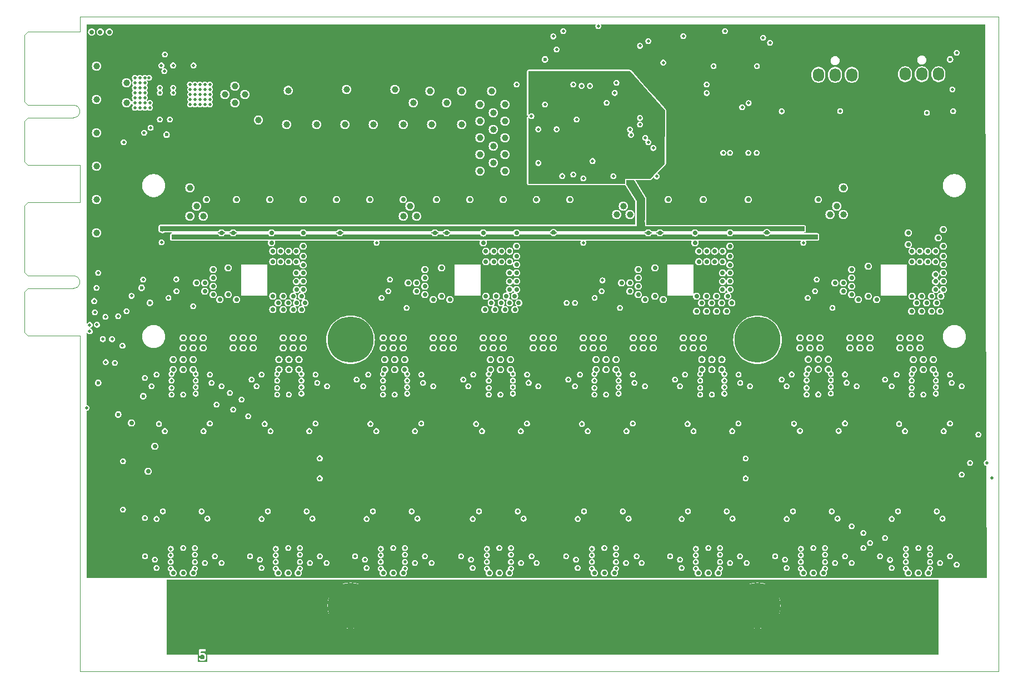
<source format=gbr>
%TF.GenerationSoftware,KiCad,Pcbnew,8.0.1*%
%TF.CreationDate,2024-04-21T01:40:19+02:00*%
%TF.ProjectId,EKO_Miner_BM1366-13xx_16-01A,454b4f5f-4d69-46e6-9572-5f424d313336,rev?*%
%TF.SameCoordinates,Original*%
%TF.FileFunction,Copper,L5,Inr*%
%TF.FilePolarity,Positive*%
%FSLAX46Y46*%
G04 Gerber Fmt 4.6, Leading zero omitted, Abs format (unit mm)*
G04 Created by KiCad (PCBNEW 8.0.1) date 2024-04-21 01:40:19*
%MOMM*%
%LPD*%
G01*
G04 APERTURE LIST*
%ADD10C,0.300000*%
%TA.AperFunction,ComponentPad*%
%ADD11C,0.499999*%
%TD*%
%TA.AperFunction,ComponentPad*%
%ADD12R,1.730000X2.030000*%
%TD*%
%TA.AperFunction,ComponentPad*%
%ADD13O,1.730000X2.030000*%
%TD*%
%TA.AperFunction,ComponentPad*%
%ADD14C,0.600000*%
%TD*%
%TA.AperFunction,ComponentPad*%
%ADD15C,0.500000*%
%TD*%
%TA.AperFunction,ComponentPad*%
%ADD16C,7.000000*%
%TD*%
%TA.AperFunction,ViaPad*%
%ADD17C,0.700000*%
%TD*%
%TA.AperFunction,ViaPad*%
%ADD18C,0.500000*%
%TD*%
%TA.AperFunction,ViaPad*%
%ADD19C,1.000000*%
%TD*%
%TA.AperFunction,ViaPad*%
%ADD20C,0.600000*%
%TD*%
%TA.AperFunction,Profile*%
%ADD21C,0.100000*%
%TD*%
G04 APERTURE END LIST*
D10*
G36*
X94186892Y-123593495D02*
G01*
X92697115Y-123593495D01*
X92697115Y-122505594D01*
X92863782Y-122505594D01*
X92865964Y-122512825D01*
X92865964Y-122520378D01*
X92874355Y-122540637D01*
X92880689Y-122561626D01*
X92885470Y-122567470D01*
X92888362Y-122574450D01*
X92903866Y-122589953D01*
X92917750Y-122606923D01*
X92924406Y-122610494D01*
X92929748Y-122615835D01*
X92950002Y-122624224D01*
X92969325Y-122634590D01*
X92976842Y-122635341D01*
X92983820Y-122638232D01*
X93005743Y-122638232D01*
X93027562Y-122640414D01*
X93034793Y-122638232D01*
X93042346Y-122638232D01*
X93062605Y-122629840D01*
X93083594Y-122623507D01*
X93089438Y-122618725D01*
X93096418Y-122615834D01*
X93119149Y-122597179D01*
X93169497Y-122544552D01*
X93259119Y-122498020D01*
X93545415Y-122495884D01*
X93635264Y-122539109D01*
X93673927Y-122576098D01*
X93720461Y-122665724D01*
X93722597Y-122952018D01*
X93679372Y-123041867D01*
X93642383Y-123080530D01*
X93552756Y-123127064D01*
X93266463Y-123129200D01*
X93176612Y-123085975D01*
X93096418Y-123009251D01*
X93042346Y-122986853D01*
X92983820Y-122986853D01*
X92929748Y-123009250D01*
X92888362Y-123050635D01*
X92865964Y-123104707D01*
X92865964Y-123163233D01*
X92888361Y-123217305D01*
X92907015Y-123240036D01*
X92982163Y-123311932D01*
X92992543Y-123323900D01*
X92998768Y-123327818D01*
X93001174Y-123330120D01*
X93004832Y-123331635D01*
X93017429Y-123339564D01*
X93141954Y-123399470D01*
X93144032Y-123401548D01*
X93160154Y-123408226D01*
X93187750Y-123421502D01*
X93193125Y-123421883D01*
X93198104Y-123423946D01*
X93227368Y-123426828D01*
X93561799Y-123424333D01*
X93565748Y-123425650D01*
X93586910Y-123424146D01*
X93613774Y-123423946D01*
X93618752Y-123421883D01*
X93624128Y-123421502D01*
X93651591Y-123410992D01*
X93794131Y-123336984D01*
X93810704Y-123330120D01*
X93816474Y-123325384D01*
X93819335Y-123323899D01*
X93821929Y-123320907D01*
X93833435Y-123311465D01*
X93905330Y-123236315D01*
X93917295Y-123225939D01*
X93921213Y-123219713D01*
X93923517Y-123217306D01*
X93925032Y-123213646D01*
X93932960Y-123201053D01*
X93992866Y-123076528D01*
X93994945Y-123074450D01*
X94001626Y-123058318D01*
X94014898Y-123030733D01*
X94015279Y-123025358D01*
X94017343Y-123020378D01*
X94020225Y-122991114D01*
X94017730Y-122656681D01*
X94019047Y-122652732D01*
X94017543Y-122631574D01*
X94017343Y-122604707D01*
X94015279Y-122599726D01*
X94014898Y-122594352D01*
X94004389Y-122566888D01*
X93930378Y-122424344D01*
X93923517Y-122407779D01*
X93918781Y-122402008D01*
X93917295Y-122399146D01*
X93914301Y-122396549D01*
X93904863Y-122385049D01*
X93829710Y-122313149D01*
X93819335Y-122301186D01*
X93813111Y-122297268D01*
X93810704Y-122294965D01*
X93807044Y-122293449D01*
X93794450Y-122285521D01*
X93669922Y-122225613D01*
X93667846Y-122223537D01*
X93651724Y-122216859D01*
X93624128Y-122203583D01*
X93618752Y-122203201D01*
X93613774Y-122201139D01*
X93584510Y-122198257D01*
X93250079Y-122200751D01*
X93246131Y-122199435D01*
X93224968Y-122200938D01*
X93198104Y-122201139D01*
X93193125Y-122203201D01*
X93191430Y-122203321D01*
X93218052Y-121926310D01*
X93828060Y-121923946D01*
X93882132Y-121901548D01*
X93923516Y-121860164D01*
X93945914Y-121806092D01*
X93945914Y-121747564D01*
X93923516Y-121693492D01*
X93882132Y-121652108D01*
X93828060Y-121629710D01*
X93798796Y-121626828D01*
X93090476Y-121629573D01*
X93070030Y-121627529D01*
X93062899Y-121629680D01*
X93055246Y-121629710D01*
X93034983Y-121638103D01*
X93013998Y-121644435D01*
X93008153Y-121649216D01*
X93001174Y-121652108D01*
X92985668Y-121667613D01*
X92968701Y-121681496D01*
X92965130Y-121688151D01*
X92959790Y-121693492D01*
X92951398Y-121713749D01*
X92941034Y-121733071D01*
X92938819Y-121744118D01*
X92937392Y-121747564D01*
X92937392Y-121751238D01*
X92935254Y-121761903D01*
X92868596Y-122455496D01*
X92865964Y-122461852D01*
X92865964Y-122482889D01*
X92863782Y-122505594D01*
X92697115Y-122505594D01*
X92697115Y-121460161D01*
X94186892Y-121460161D01*
X94186892Y-123593495D01*
G37*
D11*
%TO.N,GND*%
%TO.C,U19*%
X89630000Y-63300000D03*
X90950000Y-63300000D03*
X92270000Y-63300000D03*
X88550000Y-62000000D03*
X89630000Y-61999997D03*
X90950000Y-61999997D03*
X93350000Y-61999997D03*
X92270000Y-61999995D03*
X89630000Y-60700000D03*
X90950000Y-60700000D03*
X92270000Y-60700000D03*
%TD*%
%TO.N,GND*%
%TO.C,U21*%
X154563332Y-63300000D03*
X155883332Y-63300000D03*
X157203332Y-63300000D03*
X153483332Y-62000000D03*
X154563332Y-61999997D03*
X155883332Y-61999997D03*
X158283332Y-61999997D03*
X157203332Y-61999995D03*
X154563332Y-60700000D03*
X155883332Y-60700000D03*
X157203332Y-60700000D03*
%TD*%
D12*
%TO.N,GND*%
%TO.C,J4*%
X197950000Y-34025000D03*
D13*
%TO.N,+12V_PWR*%
X200490000Y-34025000D03*
%TO.N,/FAN/FAN1_TACH*%
X203030000Y-34025000D03*
%TO.N,/FAN/FAN1_PWM*%
X205570000Y-34025000D03*
%TD*%
D11*
%TO.N,GND*%
%TO.C,U20*%
X122096666Y-63300000D03*
X123416666Y-63300000D03*
X124736666Y-63300000D03*
X121016666Y-62000000D03*
X122096666Y-61999997D03*
X123416666Y-61999997D03*
X125816666Y-61999997D03*
X124736666Y-61999995D03*
X122096666Y-60700000D03*
X123416666Y-60700000D03*
X124736666Y-60700000D03*
%TD*%
D14*
%TO.N,GNDA*%
%TO.C,T1*%
X150950000Y-34160000D03*
%TO.N,GND*%
X150950000Y-32960000D03*
%TD*%
D15*
%TO.N,N/C*%
%TO.C,U1*%
X79650000Y-74400000D03*
X78250000Y-74400000D03*
%TD*%
D11*
%TO.N,GND*%
%TO.C,U22*%
X187030000Y-63300000D03*
X188350000Y-63300000D03*
X189670000Y-63300000D03*
X185950000Y-62000000D03*
X187030000Y-61999997D03*
X188350000Y-61999997D03*
X190750000Y-61999997D03*
X189670000Y-61999995D03*
X187030000Y-60700000D03*
X188350000Y-60700000D03*
X189670000Y-60700000D03*
%TD*%
D12*
%TO.N,GND*%
%TO.C,J3*%
X184750000Y-34125000D03*
D13*
%TO.N,+12V_PWR*%
X187290000Y-34125000D03*
%TO.N,/FAN/FAN2_TACH*%
X189830000Y-34125000D03*
%TO.N,/FAN/FAN2_PWM*%
X192370000Y-34125000D03*
%TD*%
D16*
%TO.N,VPWR_ASIC*%
%TO.C,H11*%
X178000000Y-115000000D03*
%TD*%
%TO.N,VPWR_ASIC*%
%TO.C,H7*%
X116000000Y-74500000D03*
%TD*%
%TO.N,VPWR_ASIC*%
%TO.C,H12*%
X116000000Y-115000000D03*
%TD*%
%TO.N,VPWR_ASIC*%
%TO.C,H8*%
X178000000Y-74500000D03*
%TD*%
D17*
%TO.N,GND*%
X98118000Y-93504000D03*
X187272000Y-90456000D03*
D18*
X89990000Y-68866000D03*
D17*
X172576285Y-89186000D03*
X104976000Y-99854000D03*
D19*
X122756000Y-33836000D03*
D17*
X79576000Y-94520000D03*
X164920000Y-56420000D03*
D19*
X104976000Y-104934000D03*
D17*
X168984000Y-99854000D03*
X137146666Y-99854000D03*
D18*
X110818000Y-82836000D03*
X94669973Y-82737803D03*
D17*
X206932000Y-55346000D03*
X143838000Y-95790000D03*
D19*
X124026000Y-47276000D03*
D17*
X211656000Y-61450000D03*
D19*
X80846000Y-42958000D03*
X105738000Y-47276000D03*
D18*
X152473996Y-35814004D03*
D17*
X165682000Y-55404000D03*
D19*
X155014000Y-84106000D03*
D17*
X131400000Y-55462000D03*
X176883332Y-63100000D03*
X132408000Y-56420000D03*
D18*
X118759096Y-82833000D03*
D19*
X138758000Y-104934000D03*
D17*
X196423998Y-61558000D03*
D18*
X207738857Y-78900000D03*
D17*
X162126000Y-95790000D03*
X145162000Y-55600000D03*
D18*
X195146000Y-44482000D03*
D17*
X122719714Y-89186000D03*
D18*
X153236000Y-55912000D03*
D17*
X88974000Y-99854000D03*
D19*
X137234000Y-84106000D03*
D17*
X104976000Y-89186000D03*
X120978000Y-98330000D03*
X151458000Y-95790000D03*
D18*
X191156956Y-82848868D03*
X81358763Y-77918618D03*
D17*
X154506000Y-95790000D03*
D18*
X155939332Y-68866000D03*
D19*
X82624000Y-30258000D03*
D17*
X171052285Y-89186000D03*
D19*
X185748000Y-87408000D03*
X120978000Y-104934000D03*
X80846000Y-32798000D03*
D18*
X94447666Y-106207000D03*
D17*
X92022000Y-99854000D03*
X116406000Y-92742000D03*
X164920000Y-60484000D03*
X122502000Y-99854000D03*
D19*
X108278000Y-87408000D03*
D17*
X92022000Y-90710000D03*
X209350000Y-66300000D03*
X137234000Y-98330000D03*
D18*
X126451666Y-106207000D03*
X150983487Y-82833000D03*
D19*
X168984000Y-101632000D03*
X140282000Y-87408000D03*
D17*
X88974000Y-90710000D03*
X97404000Y-55404000D03*
X196424000Y-55462000D03*
D18*
X82150000Y-46220000D03*
D17*
X98118000Y-95028000D03*
X107262000Y-95028000D03*
X146886000Y-64650000D03*
X90498000Y-89186000D03*
X168222000Y-92742000D03*
D19*
X108350000Y-46300000D03*
D17*
X106500000Y-98330000D03*
D18*
X197686004Y-41211996D03*
D17*
X185747475Y-89166000D03*
D19*
X95578000Y-47276000D03*
D17*
X186510000Y-99854000D03*
X114374000Y-58198000D03*
X93546000Y-93504000D03*
D18*
X150751071Y-106303000D03*
D17*
X137742000Y-92742000D03*
X144416666Y-66300000D03*
D19*
X188796000Y-84106000D03*
X154760000Y-104934000D03*
D17*
X133170000Y-61658000D03*
X204798000Y-90456000D03*
D18*
X190459666Y-106207000D03*
D17*
X156284000Y-98330000D03*
X124026000Y-92742000D03*
D19*
X153490000Y-87408000D03*
D17*
X162428000Y-55404000D03*
X111950000Y-63100000D03*
D18*
X182045142Y-110140000D03*
D17*
X194940000Y-55404000D03*
D18*
X122456666Y-68866000D03*
D17*
X152982000Y-95790000D03*
D18*
X77544000Y-85884000D03*
D17*
X176883332Y-66300000D03*
D18*
X86533223Y-82833000D03*
D19*
X153490000Y-84106000D03*
X115390000Y-31782000D03*
D17*
X172032000Y-99854000D03*
X131646000Y-95790000D03*
X124280000Y-90710000D03*
X128598000Y-92742000D03*
D18*
X76782000Y-75724000D03*
D17*
X155014000Y-90710000D03*
X92022000Y-89186000D03*
X163142000Y-60484000D03*
X79576000Y-87916000D03*
D19*
X88974000Y-104934000D03*
X122502000Y-104934000D03*
X171016000Y-84106000D03*
X126312000Y-48060000D03*
D17*
X128852000Y-60484000D03*
X114350000Y-67900000D03*
X128598000Y-95790000D03*
D19*
X103198000Y-47276000D03*
D17*
X203932000Y-55346000D03*
D18*
X207211137Y-82842000D03*
X134871413Y-82753043D03*
D19*
X103198000Y-44228000D03*
X106500000Y-104934000D03*
X92022000Y-104934000D03*
D17*
X162388000Y-61658000D03*
D19*
X88974000Y-84106000D03*
D17*
X198194000Y-61658000D03*
X182446000Y-95790000D03*
X103650000Y-55600000D03*
X116406000Y-95790000D03*
X142162000Y-55600000D03*
X211656000Y-64650000D03*
D19*
X105738000Y-44228000D03*
D18*
X198621524Y-106198000D03*
D19*
X79068000Y-35338000D03*
X98118000Y-44228000D03*
D17*
X120978000Y-99854000D03*
X187018000Y-95790000D03*
D18*
X154923332Y-68866000D03*
D17*
X197432000Y-56420000D03*
D18*
X208385996Y-44989996D03*
D17*
X153490000Y-90710000D03*
D18*
X180687500Y-41582500D03*
X91514000Y-48800000D03*
X209088000Y-41688000D03*
D19*
X201750000Y-84106000D03*
D17*
X209350000Y-63100000D03*
X144416666Y-59800000D03*
D19*
X90498000Y-104934000D03*
D17*
X114350000Y-61500000D03*
X188796000Y-90456000D03*
D18*
X206461666Y-106207000D03*
D17*
X194638000Y-95790000D03*
D19*
X98118000Y-47276000D03*
D17*
X168984000Y-98330000D03*
X146886000Y-61450000D03*
D19*
X204798000Y-87408000D03*
X80846000Y-53118000D03*
X204036000Y-101632000D03*
X203274000Y-84106000D03*
D18*
X171778000Y-46006000D03*
D17*
X88974000Y-98330000D03*
D19*
X124280000Y-87408000D03*
D17*
X140282000Y-90710000D03*
X90498000Y-99854000D03*
X171016000Y-90710000D03*
D18*
X118037142Y-110140000D03*
D19*
X153236000Y-104934000D03*
D17*
X138830571Y-89186000D03*
D18*
X188406000Y-68866000D03*
D17*
X92022000Y-93504000D03*
X204036000Y-99854000D03*
X161364000Y-56420000D03*
D19*
X137234000Y-101632000D03*
D17*
X162126000Y-92742000D03*
X180922000Y-95790000D03*
D18*
X83386000Y-42958000D03*
D19*
X186510000Y-104934000D03*
D18*
X150950000Y-71002000D03*
X174937766Y-82868868D03*
D17*
X98887998Y-61558000D03*
X146910000Y-55608000D03*
D19*
X172032000Y-104934000D03*
D18*
X76744000Y-83090000D03*
D17*
X136218000Y-95790000D03*
D19*
X200988000Y-104934000D03*
X106500000Y-84106000D03*
X115136000Y-47276000D03*
D17*
X99642000Y-93504000D03*
D19*
X156284000Y-101632000D03*
D18*
X86612519Y-106171132D03*
D19*
X121232000Y-84106000D03*
X122756000Y-84106000D03*
X117350000Y-46300000D03*
D18*
X175588000Y-46006000D03*
D17*
X204036000Y-98330000D03*
X197686000Y-95790000D03*
D18*
X158624851Y-106207000D03*
D17*
X163912000Y-55462000D03*
X92022000Y-95028000D03*
X197686000Y-92742000D03*
X209350000Y-59800000D03*
D19*
X172032000Y-101632000D03*
D17*
X184986000Y-99854000D03*
X140354571Y-89186000D03*
D18*
X159406286Y-78900000D03*
D17*
X99896000Y-60484000D03*
X193876000Y-58198000D03*
X180922000Y-92742000D03*
D19*
X184986000Y-101632000D03*
D18*
X174457666Y-106207000D03*
X87750000Y-46120000D03*
D17*
X108024000Y-89186000D03*
X139162000Y-55600000D03*
X92022000Y-98330000D03*
X106500000Y-89186000D03*
X156538000Y-90710000D03*
X90498000Y-93504000D03*
D19*
X168984000Y-104934000D03*
D17*
X154760000Y-98330000D03*
X163911998Y-61558000D03*
D19*
X184986000Y-104934000D03*
D17*
X168674000Y-55346000D03*
X166698000Y-92742000D03*
X179398000Y-67850000D03*
X106500000Y-99854000D03*
X122502000Y-95790000D03*
D19*
X137488000Y-32798000D03*
X79068000Y-40418000D03*
D17*
X133170000Y-55404000D03*
D18*
X198047142Y-110140000D03*
D19*
X113104000Y-48100000D03*
D17*
X193876000Y-60484000D03*
X79576000Y-100870000D03*
X90498000Y-98330000D03*
X124026000Y-99854000D03*
D19*
X76274000Y-63024000D03*
D17*
X187271475Y-89166000D03*
D19*
X104976000Y-101632000D03*
D17*
X90498000Y-90710000D03*
X111950000Y-59800000D03*
D19*
X113104000Y-46300000D03*
D18*
X82097655Y-76747655D03*
D19*
X156538000Y-87408000D03*
D18*
X91006000Y-68866000D03*
D17*
X171674000Y-55346000D03*
D19*
X106500000Y-33836000D03*
D18*
X151203996Y-35814004D03*
D17*
X179422000Y-58148000D03*
X128852000Y-56420000D03*
D19*
X130630000Y-31782000D03*
X170508000Y-104934000D03*
X130630000Y-48060000D03*
X92022000Y-84106000D03*
D17*
X111950000Y-66300000D03*
X146886000Y-67850000D03*
D19*
X124280000Y-84106000D03*
D17*
X188542000Y-95790000D03*
D18*
X169714004Y-31782004D03*
D17*
X113358000Y-92742000D03*
X136162000Y-55600000D03*
X153148666Y-99854000D03*
X203274000Y-90456000D03*
X194900000Y-61658000D03*
X211656000Y-55404000D03*
D19*
X137234000Y-104934000D03*
D18*
X123472666Y-68866000D03*
D17*
X121195714Y-89186000D03*
D19*
X93038000Y-44228000D03*
D17*
X179398000Y-92742000D03*
X139266000Y-95790000D03*
X120978000Y-95790000D03*
X138758000Y-98330000D03*
D18*
X150207808Y-110140000D03*
X142656142Y-106303000D03*
D17*
X190066000Y-92742000D03*
X143838000Y-92742000D03*
X132408000Y-60484000D03*
X100658000Y-61658000D03*
X114374000Y-55658000D03*
X170508000Y-99854000D03*
D18*
X85418000Y-31062000D03*
D17*
X201749999Y-89186000D03*
D18*
X187272004Y-42735996D03*
D17*
X139266000Y-92742000D03*
X114882000Y-92742000D03*
X104976000Y-98330000D03*
X107262000Y-93504000D03*
D18*
X85164000Y-97568000D03*
D17*
X201750000Y-90456000D03*
X124026000Y-98330000D03*
D18*
X134205808Y-110140000D03*
X171314000Y-39700000D03*
D17*
X172032000Y-98330000D03*
D18*
X170282000Y-34322000D03*
D19*
X122756000Y-31782000D03*
D17*
X96340000Y-60484000D03*
D19*
X95578000Y-44228000D03*
X140282000Y-101632000D03*
D17*
X159078000Y-95790000D03*
X93546000Y-95028000D03*
D18*
X134749071Y-106303000D03*
D17*
X169528285Y-89186000D03*
X100658000Y-55404000D03*
D19*
X204036000Y-104934000D03*
D17*
X172540000Y-90710000D03*
X188542000Y-92742000D03*
X151458000Y-92742000D03*
X179398000Y-61450000D03*
D18*
X88150000Y-56166000D03*
D17*
X130122000Y-92742000D03*
D18*
X80150000Y-77000000D03*
D17*
X209932000Y-55346000D03*
D18*
X209878000Y-30530000D03*
D19*
X188034000Y-104934000D03*
X121994000Y-48060000D03*
D17*
X174674000Y-55346000D03*
D19*
X128598000Y-47276000D03*
D17*
X177674000Y-55346000D03*
D18*
X110449666Y-106303000D03*
D17*
X124026000Y-95790000D03*
X154941428Y-89186000D03*
D18*
X86180000Y-31062000D03*
D19*
X139520000Y-31782000D03*
D17*
X98118000Y-60484000D03*
X203782000Y-95790000D03*
D18*
X158826909Y-82868868D03*
D17*
X108024000Y-98330000D03*
D18*
X167206000Y-49562000D03*
D17*
X108024000Y-99854000D03*
X130630000Y-56420000D03*
X211656000Y-67850000D03*
D18*
X199324333Y-82833000D03*
D19*
X125550000Y-31782000D03*
D17*
X195654000Y-58198000D03*
X128852000Y-58198000D03*
X98118000Y-56420000D03*
X145362000Y-92742000D03*
D19*
X88974000Y-101632000D03*
D18*
X120724000Y-55912000D03*
D17*
X76528000Y-94520000D03*
D18*
X142568000Y-33814000D03*
D17*
X137306571Y-89186000D03*
D19*
X126312000Y-46260000D03*
D17*
X140282000Y-98330000D03*
X200932000Y-55346000D03*
X130630000Y-58198000D03*
X114882000Y-95790000D03*
D19*
X93038000Y-47276000D03*
D17*
X88974000Y-89186000D03*
X105738000Y-93504000D03*
D19*
X140282000Y-104934000D03*
D17*
X90498000Y-95028000D03*
X145362000Y-95790000D03*
X98118000Y-58198000D03*
D18*
X82097655Y-72152345D03*
D17*
X146886000Y-92742000D03*
D19*
X202512000Y-104934000D03*
D17*
X165682000Y-61658000D03*
X188034000Y-99854000D03*
X129876000Y-61658000D03*
X161364000Y-58198000D03*
X200988000Y-99854000D03*
D19*
X156538000Y-84106000D03*
D18*
X184478004Y-40703996D03*
D17*
X104976000Y-90710000D03*
X152982000Y-92742000D03*
X121232000Y-90710000D03*
X179398000Y-55404000D03*
X188034000Y-98330000D03*
X188795475Y-89166000D03*
X130122000Y-95790000D03*
X166698000Y-95790000D03*
D19*
X108350000Y-48100000D03*
D17*
X195654000Y-56420000D03*
D19*
X120978000Y-101886000D03*
D18*
X166610698Y-106394500D03*
D19*
X137234000Y-87408000D03*
D17*
X202512000Y-98330000D03*
X138758000Y-90710000D03*
X203273999Y-89186000D03*
D19*
X156284000Y-104934000D03*
X188796000Y-87408000D03*
D17*
X156196666Y-99854000D03*
X105738000Y-95028000D03*
X193876000Y-56420000D03*
X184986000Y-98330000D03*
X156465428Y-89186000D03*
X202258000Y-92742000D03*
X101166000Y-95028000D03*
D19*
X130630000Y-46260000D03*
X90498000Y-84106000D03*
D17*
X106650000Y-55600000D03*
X146886000Y-95790000D03*
X163142000Y-56420000D03*
X159078000Y-92742000D03*
D18*
X182639446Y-106303000D03*
D19*
X188034000Y-101632000D03*
D17*
X140194666Y-99854000D03*
D18*
X86033142Y-110140000D03*
D17*
X168222000Y-95790000D03*
D19*
X172540000Y-84106000D03*
D17*
X96340000Y-56420000D03*
X122502000Y-98330000D03*
D18*
X77544004Y-104203996D03*
D19*
X92022000Y-101632000D03*
D17*
X154506000Y-92742000D03*
X190066000Y-95790000D03*
X203782000Y-92742000D03*
X120978000Y-92742000D03*
X99642000Y-95028000D03*
X144416666Y-63100000D03*
X197432000Y-60484000D03*
D19*
X106500000Y-31782000D03*
X97864000Y-32798000D03*
X104976000Y-84106000D03*
D17*
X137234000Y-90710000D03*
D18*
X102035142Y-110140000D03*
D17*
X160602000Y-92742000D03*
D19*
X172540000Y-87408000D03*
D17*
X200988000Y-98330000D03*
D19*
X108278000Y-84106000D03*
D18*
X200480004Y-42735996D03*
D17*
X179398000Y-64650000D03*
D19*
X187272000Y-84106000D03*
X135202000Y-31782000D03*
D18*
X86942000Y-34322000D03*
D17*
X106500000Y-90710000D03*
D19*
X153236000Y-101632000D03*
X121994000Y-46260000D03*
X92022000Y-87408000D03*
D17*
X182446000Y-92742000D03*
X124243714Y-89186000D03*
X99896000Y-56420000D03*
D18*
X85164000Y-92488000D03*
D19*
X140282000Y-84106000D03*
X108024000Y-104934000D03*
D18*
X79950000Y-72100000D03*
D17*
X187018000Y-92742000D03*
X160602000Y-95790000D03*
D18*
X165682000Y-31782000D03*
X195146000Y-49562000D03*
D17*
X211680000Y-58148000D03*
X161364000Y-60484000D03*
X122756000Y-90710000D03*
D19*
X169492000Y-87408000D03*
D18*
X176064004Y-31782004D03*
D19*
X185748000Y-84106000D03*
D17*
X129916000Y-55404000D03*
D18*
X94308000Y-33814000D03*
D17*
X185748000Y-90456000D03*
X130630000Y-60484000D03*
X186510000Y-98330000D03*
D19*
X115390000Y-33836000D03*
D17*
X204797999Y-89186000D03*
X114350000Y-64700000D03*
D19*
X121232000Y-87408000D03*
D17*
X198194000Y-55404000D03*
D18*
X173838000Y-33814000D03*
X195146000Y-33814000D03*
X167094913Y-82833000D03*
X187390000Y-68866000D03*
D19*
X80846000Y-58198000D03*
X117350000Y-48100000D03*
D17*
X97364000Y-61658000D03*
X131399998Y-61558000D03*
X112650000Y-55600000D03*
X109650000Y-55600000D03*
D19*
X108024000Y-101632000D03*
X124026000Y-104934000D03*
D17*
X196162000Y-95790000D03*
D19*
X100658000Y-44228000D03*
D17*
X195654000Y-60484000D03*
X170508000Y-98330000D03*
D19*
X110818000Y-47276000D03*
D18*
X143089151Y-82737000D03*
D17*
X169492000Y-90710000D03*
X122502000Y-92742000D03*
D18*
X166043142Y-110140000D03*
X118582877Y-106303000D03*
D17*
X176883332Y-59800000D03*
D19*
X128090000Y-32798000D03*
D17*
X113358000Y-95790000D03*
X202258000Y-95790000D03*
X153236000Y-98330000D03*
X101166000Y-93504000D03*
X163142000Y-58198000D03*
D19*
X169492000Y-84106000D03*
D17*
X154672666Y-99854000D03*
D18*
X102653541Y-82775190D03*
D17*
X196162000Y-92742000D03*
D18*
X163650000Y-37652000D03*
D17*
X202512000Y-99854000D03*
D19*
X79068000Y-45498000D03*
X104976000Y-87408000D03*
D17*
X96340000Y-58198000D03*
X194638000Y-92742000D03*
D18*
X185550000Y-55968000D03*
D17*
X138670666Y-99854000D03*
D19*
X100658000Y-47276000D03*
D17*
X179398000Y-95790000D03*
X136218000Y-92742000D03*
D19*
X200988000Y-101632000D03*
X132916000Y-32798000D03*
D18*
X183323433Y-82813000D03*
D19*
X119454000Y-47276000D03*
X79068000Y-30258000D03*
D17*
X131646000Y-92742000D03*
D19*
X204798000Y-84106000D03*
D18*
X127074000Y-82842000D03*
D17*
X146910000Y-58148000D03*
D19*
X124026000Y-101886000D03*
X201750000Y-87408000D03*
D17*
X108024000Y-90710000D03*
D18*
X102580877Y-106303000D03*
D17*
X137742000Y-95790000D03*
X153417428Y-89186000D03*
D19*
X88974000Y-87408000D03*
D17*
X98888000Y-55462000D03*
D19*
X138758000Y-84106000D03*
D18*
%TO.N,+12V_PWR*%
X84656000Y-35338000D03*
X83894000Y-39148000D03*
X84656000Y-38386000D03*
D19*
X77290000Y-42958000D03*
D18*
X83132000Y-37624000D03*
X83132000Y-35338000D03*
D19*
X81862000Y-38386000D03*
X77290000Y-32798000D03*
D17*
X76550000Y-27600000D03*
D18*
X86942000Y-36862000D03*
X83131998Y-38386000D03*
X83894000Y-36862000D03*
D19*
X77290000Y-37878000D03*
D18*
X84656000Y-36100000D03*
D17*
X79250000Y-27600000D03*
D19*
X77290000Y-58198000D03*
D18*
X84656000Y-39148000D03*
X85418000Y-38386000D03*
X83894000Y-34576000D03*
X83894000Y-35338000D03*
D19*
X77290000Y-48038000D03*
D18*
X83894000Y-38386000D03*
X83132000Y-36100000D03*
X83132000Y-34576000D03*
X83132000Y-39148000D03*
X83894000Y-37624000D03*
D17*
X77850000Y-27600000D03*
D18*
X83894000Y-36100000D03*
X83132000Y-36862000D03*
X85296001Y-34576000D03*
X84656000Y-34576000D03*
X84656000Y-36862000D03*
X84656000Y-37624000D03*
X86942000Y-36100000D03*
X85418000Y-39148000D03*
D19*
X77290000Y-53118000D03*
X81862000Y-35338000D03*
D18*
%TO.N,/DB_SCL*%
X173048000Y-27464000D03*
X170254000Y-35592000D03*
X84550000Y-42958000D03*
X148410000Y-27464000D03*
X87170000Y-32700000D03*
X176648010Y-38430010D03*
X76950000Y-68600000D03*
%TO.N,/DB_SDA*%
X166698000Y-28226000D03*
X88970000Y-32700000D03*
X146886000Y-28268000D03*
X175671004Y-39064996D03*
X85532998Y-42195988D03*
X77036000Y-70300000D03*
X170254000Y-36905000D03*
%TO.N,/ID0*%
X178850000Y-28480000D03*
X76247357Y-72225000D03*
X161364000Y-28988000D03*
X86942000Y-40926000D03*
%TO.N,/DB_TX*%
X78650000Y-71000000D03*
%TO.N,/ID1*%
X81862000Y-70136000D03*
X160094000Y-29708000D03*
X76256918Y-73192968D03*
X88466000Y-40926000D03*
X179906000Y-29242000D03*
D20*
%TO.N,/DB_PGOOD*%
X145616000Y-31782000D03*
X207338000Y-31782000D03*
D18*
X84402000Y-65310000D03*
%TO.N,+5V_PSU*%
X81322004Y-92996004D03*
X75766000Y-84868000D03*
X92022000Y-69374000D03*
D20*
X84147988Y-66580000D03*
D18*
X124534000Y-69628010D03*
X157046000Y-69628000D03*
X77290000Y-66580000D03*
X81322004Y-100362004D03*
X189422000Y-69628000D03*
%TO.N,+5V_STDBY*%
X81430000Y-44400000D03*
X153743996Y-26702000D03*
X77544000Y-64294000D03*
%TO.N,+3.3V_DB*%
X207699000Y-36354000D03*
X181687500Y-39682500D03*
X80592000Y-70900000D03*
X163650000Y-32262000D03*
X203810000Y-39910000D03*
X190602000Y-39656000D03*
D20*
X87958000Y-43251858D03*
D18*
X87704000Y-31020000D03*
X171301996Y-32797996D03*
X87625570Y-33560000D03*
X207818000Y-39656000D03*
X177905996Y-32797996D03*
%TO.N,+1.8V*%
X103810863Y-88399994D03*
X103398000Y-100640000D03*
X109297994Y-100640006D03*
D17*
X82624000Y-87154000D03*
D18*
X81250000Y-75400000D03*
X183408000Y-100640000D03*
X125821714Y-88400000D03*
X119400000Y-100640000D03*
X167406000Y-100640000D03*
X199410000Y-100640000D03*
X152143434Y-88399994D03*
X184473481Y-88379994D03*
X93295994Y-100640006D03*
X189307994Y-100640006D03*
X119921720Y-88399994D03*
X173305994Y-100640006D03*
X158043428Y-88400000D03*
X84656000Y-101632000D03*
X87396000Y-100640000D03*
X200476005Y-88399994D03*
X141468660Y-100640006D03*
X93600000Y-88400000D03*
X135568666Y-100640000D03*
D17*
X86180000Y-90710000D03*
D18*
X87700006Y-88399994D03*
X190373475Y-88380000D03*
X136032577Y-88399994D03*
X151570666Y-100640000D03*
D20*
X77544000Y-81058000D03*
D18*
X174154285Y-88400000D03*
X109710857Y-88400000D03*
X157470660Y-100640006D03*
X141932571Y-88400000D03*
X168254291Y-88399994D03*
X206375999Y-88400000D03*
X125299994Y-100640006D03*
X205309994Y-100640006D03*
%TO.N,+0.8V*%
X191323475Y-87230000D03*
X166456000Y-101790000D03*
X158993428Y-87250000D03*
X118450000Y-101790000D03*
X183573475Y-87280000D03*
X126771714Y-87250000D03*
X135132571Y-87300000D03*
X110660857Y-87250000D03*
X94196000Y-101740000D03*
X102910857Y-87300000D03*
X198460000Y-101790000D03*
X190208000Y-101740000D03*
X119021714Y-87300000D03*
X174206000Y-101740000D03*
X175104285Y-87250000D03*
X142882571Y-87250000D03*
X206210000Y-101740000D03*
X182458000Y-101790000D03*
X86800000Y-87300000D03*
X207325999Y-87250000D03*
X150620666Y-101790000D03*
D17*
X85164000Y-94520000D03*
D18*
X110198000Y-101740000D03*
X102448000Y-101790000D03*
X167354285Y-87300000D03*
X142368666Y-101740000D03*
X86446000Y-101790000D03*
X158370666Y-101740000D03*
X199575999Y-87300000D03*
X134618666Y-101790000D03*
X151243428Y-87300000D03*
X94550000Y-87250000D03*
X126200000Y-101740000D03*
%TO.N,/ASICs/ASICs_BM1366_1/BM1366-6/VDD3_0*%
X182446000Y-81566000D03*
%TO.N,/ASICs/ASICs_BM1366_1/BM1366-6/VDD2_0*%
X181684000Y-80550000D03*
%TO.N,/ASICs/ASICs_BM1366_1/BM1366-6/VDD1_0*%
X183208000Y-79768000D03*
%TO.N,VPWR_ASIC*%
X108278000Y-106204000D03*
D17*
X205150000Y-66834000D03*
X205150000Y-65600000D03*
D18*
X156843428Y-81700000D03*
D17*
X136616666Y-61000000D03*
X109040000Y-68866000D03*
D18*
X108278000Y-107220000D03*
D17*
X107262000Y-114840000D03*
X139016666Y-61000000D03*
X98118000Y-116364000D03*
X185747475Y-79006000D03*
X120978000Y-114840000D03*
D18*
X90498000Y-82836000D03*
X152770666Y-109340000D03*
D17*
X122719714Y-77502000D03*
X105738000Y-116364000D03*
D18*
X172286000Y-107220000D03*
X169274285Y-79700000D03*
D17*
X184478000Y-75724000D03*
X98118000Y-114840000D03*
X151458000Y-74200000D03*
X106608857Y-77502000D03*
D18*
X124621714Y-82700000D03*
D17*
X188034000Y-111538000D03*
D18*
X168606000Y-107340000D03*
D17*
X136218000Y-75724000D03*
X159078000Y-74200000D03*
X203273999Y-79026000D03*
X107750000Y-64294000D03*
X192098000Y-116364000D03*
X141298000Y-61754000D03*
X106500000Y-111538000D03*
X141298000Y-66834000D03*
X136616666Y-62600000D03*
X188795475Y-77482000D03*
X195146000Y-74200000D03*
X192098000Y-114840000D03*
D18*
X124280000Y-106204000D03*
D17*
X131646000Y-74200000D03*
X154941428Y-79026000D03*
X124026000Y-110014000D03*
X156196666Y-110014000D03*
X108786000Y-63100000D03*
D18*
X172954285Y-79700000D03*
D17*
X141298000Y-63024000D03*
X202512000Y-111538000D03*
X169083332Y-61000000D03*
X108786000Y-65564000D03*
X204036000Y-110014000D03*
D18*
X156450666Y-107220000D03*
X156843428Y-82700000D03*
X172286000Y-106204000D03*
D17*
X122502000Y-110014000D03*
X206322000Y-60230000D03*
X169492000Y-116364000D03*
D18*
X156450666Y-108340000D03*
D17*
X101166000Y-74200000D03*
D18*
X156450666Y-109340000D03*
X136768666Y-107340000D03*
D17*
X104976000Y-110014000D03*
X90498000Y-110014000D03*
X146886000Y-74200000D03*
X92022000Y-77502000D03*
X140236666Y-68866000D03*
D18*
X140732571Y-80700000D03*
X104830857Y-79700000D03*
D17*
X174083332Y-68866000D03*
X108786000Y-114840000D03*
X139266000Y-114840000D03*
X187526000Y-74200000D03*
X90498000Y-74200000D03*
D18*
X188288000Y-108340000D03*
D17*
X201749999Y-77502000D03*
X186002000Y-114840000D03*
X143838000Y-74200000D03*
X200988000Y-110014000D03*
X98118000Y-75724000D03*
D18*
X137052571Y-82836000D03*
D17*
X203273999Y-77502000D03*
X206322000Y-61754000D03*
X137146666Y-110014000D03*
X106550000Y-62600000D03*
X152982000Y-74200000D03*
D18*
X205175999Y-80700000D03*
D17*
X92022000Y-75724000D03*
X186002000Y-74200000D03*
D18*
X104830857Y-80700000D03*
D17*
X162126000Y-114840000D03*
D18*
X184608000Y-106340000D03*
X136768666Y-109340000D03*
D17*
X138830571Y-77502000D03*
D18*
X205175999Y-79700000D03*
D17*
X139266000Y-75724000D03*
X160602000Y-114840000D03*
X156465428Y-79026000D03*
X168222000Y-74200000D03*
X159078000Y-75724000D03*
D18*
X120941714Y-82836000D03*
D17*
X170254000Y-67850000D03*
X186510000Y-110014000D03*
X93546000Y-116364000D03*
X108132857Y-77502000D03*
X131646000Y-75724000D03*
X187271475Y-79006000D03*
X173810000Y-64294000D03*
D18*
X120600000Y-109340000D03*
D17*
X184478000Y-114840000D03*
D18*
X189173475Y-80680000D03*
D17*
X107750000Y-65600000D03*
X105084857Y-79026000D03*
D18*
X104598000Y-109340000D03*
D17*
X104150000Y-67850000D03*
X193622000Y-75724000D03*
X202512000Y-110014000D03*
X131646000Y-116364000D03*
X104976000Y-111538000D03*
X187526000Y-116364000D03*
X107262000Y-67850000D03*
D18*
X88720000Y-80700000D03*
D17*
X162126000Y-75724000D03*
X171052285Y-77502000D03*
D18*
X140448666Y-109340000D03*
D17*
X203950000Y-62600000D03*
X201496000Y-70136000D03*
D18*
X140732571Y-82700000D03*
X104830857Y-81820000D03*
D17*
X108786000Y-61754000D03*
D18*
X124621714Y-80700000D03*
D17*
X141616666Y-68866000D03*
D18*
X186510000Y-106204000D03*
D17*
X88974000Y-79026000D03*
X172683332Y-66834000D03*
D18*
X108510857Y-82700000D03*
D17*
X137742000Y-74200000D03*
D18*
X137052571Y-80700000D03*
X124280000Y-107220000D03*
D17*
X169083332Y-62600000D03*
X107750000Y-62600000D03*
D18*
X136768666Y-106340000D03*
D17*
X170283332Y-61000000D03*
X202766000Y-75724000D03*
X137816666Y-61000000D03*
X154672666Y-111538000D03*
X105738000Y-75724000D03*
X105350000Y-62600000D03*
D18*
X204290000Y-108340000D03*
D17*
X92022000Y-79026000D03*
X173810000Y-63100000D03*
D18*
X92276000Y-107220000D03*
D17*
X90498000Y-114840000D03*
D18*
X88720000Y-79700000D03*
D17*
X88974000Y-111538000D03*
D18*
X136768666Y-108340000D03*
X104830857Y-82836000D03*
X202512000Y-106204000D03*
D17*
X137442666Y-68866000D03*
X101166000Y-75724000D03*
X172576285Y-79026000D03*
X170283332Y-62600000D03*
X187271475Y-77482000D03*
D18*
X189173475Y-82680000D03*
D17*
X108532000Y-67850000D03*
X169746000Y-75724000D03*
D18*
X106608857Y-82836000D03*
D17*
X168984000Y-110014000D03*
D18*
X200610000Y-106340000D03*
X172954285Y-80700000D03*
D17*
X206322000Y-66834000D03*
X169492000Y-68866000D03*
X107750000Y-61000000D03*
X172683332Y-61000000D03*
D18*
X140732571Y-81700000D03*
D17*
X172032000Y-110014000D03*
D18*
X124280000Y-109340000D03*
D17*
X107770000Y-66834000D03*
D18*
X137052571Y-79700000D03*
D17*
X106608857Y-79026000D03*
X106500000Y-68866000D03*
X137306571Y-79026000D03*
X137742000Y-114840000D03*
D18*
X169274285Y-80700000D03*
X187271475Y-82816000D03*
X153163428Y-81820000D03*
X168606000Y-106340000D03*
D17*
X124243714Y-79026000D03*
X201242000Y-75724000D03*
D18*
X120941714Y-79700000D03*
D17*
X202766000Y-74200000D03*
X154941428Y-77502000D03*
X108786000Y-66834000D03*
X202766000Y-114840000D03*
X99642000Y-75724000D03*
X171778000Y-70136000D03*
X173810000Y-60230000D03*
D18*
X169274285Y-81820000D03*
D17*
X187526000Y-75724000D03*
X121195714Y-79026000D03*
X201550000Y-67850000D03*
D18*
X140448666Y-108340000D03*
D17*
X187526000Y-114840000D03*
D18*
X185493475Y-80680000D03*
X169274285Y-82836000D03*
X200610000Y-108340000D03*
D17*
X136218000Y-58200000D03*
X170508000Y-111538000D03*
X160602000Y-74200000D03*
X173810000Y-61754000D03*
X124026000Y-75724000D03*
X124026000Y-111538000D03*
D18*
X108278000Y-109340000D03*
D17*
X121195714Y-77502000D03*
X201550000Y-61000000D03*
X128598000Y-116364000D03*
D18*
X88596000Y-109340000D03*
D17*
X205150000Y-62600000D03*
X124243714Y-77502000D03*
X203020000Y-70136000D03*
X204036000Y-111538000D03*
X201242000Y-114840000D03*
D18*
X120941714Y-81820000D03*
X188288000Y-109340000D03*
X153163428Y-80700000D03*
X92400000Y-79700000D03*
X188288000Y-107220000D03*
D17*
X93546000Y-74200000D03*
X105350000Y-61000000D03*
X120978000Y-111538000D03*
X172540000Y-68866000D03*
X108786000Y-58198000D03*
D18*
X124621714Y-79700000D03*
D17*
X108532000Y-69882000D03*
D18*
X140732571Y-79700000D03*
D17*
X153417428Y-79026000D03*
X138204666Y-67850000D03*
X124026000Y-116364000D03*
X169528285Y-77502000D03*
D18*
X88720000Y-82836000D03*
D17*
X143838000Y-116364000D03*
X90498000Y-79026000D03*
D18*
X104598000Y-106340000D03*
D17*
X168222000Y-75724000D03*
X108786000Y-74200000D03*
D18*
X92276000Y-106204000D03*
D17*
X136616666Y-67850000D03*
X170508000Y-110014000D03*
X137996000Y-69882000D03*
D18*
X154672666Y-106204000D03*
D17*
X201550000Y-62600000D03*
X140354571Y-79026000D03*
X107262000Y-74200000D03*
X92022000Y-114840000D03*
X140216666Y-61000000D03*
D18*
X152770666Y-108340000D03*
D17*
X108786000Y-60230000D03*
X143838000Y-114840000D03*
X169746000Y-74200000D03*
X108024000Y-111538000D03*
X159078000Y-116364000D03*
D18*
X138670666Y-106204000D03*
D17*
X105738000Y-67850000D03*
X202750000Y-61000000D03*
X98118000Y-74200000D03*
D18*
X201495999Y-80700000D03*
D17*
X128598000Y-74200000D03*
X160602000Y-75724000D03*
D18*
X201495999Y-79700000D03*
D17*
X186510000Y-111538000D03*
X192098000Y-74200000D03*
X139266000Y-116364000D03*
X195146000Y-116364000D03*
X154506000Y-74200000D03*
X145362000Y-114840000D03*
X188034000Y-110014000D03*
D18*
X201495999Y-81820000D03*
D17*
X202766000Y-116364000D03*
X173465332Y-67850000D03*
X145362000Y-75724000D03*
X136218000Y-114840000D03*
X173302000Y-70136000D03*
D18*
X120941714Y-80700000D03*
D17*
X171016000Y-68866000D03*
X195146000Y-75724000D03*
D18*
X204290000Y-109340000D03*
D17*
X168476000Y-59722000D03*
X103960000Y-59722000D03*
X199718000Y-114840000D03*
X92022000Y-111538000D03*
X140216666Y-65600000D03*
X101166000Y-116364000D03*
X205932000Y-67850000D03*
X156465428Y-77502000D03*
X92022000Y-74200000D03*
X145362000Y-116364000D03*
D18*
X168606000Y-109340000D03*
D17*
X168730000Y-67850000D03*
X137742000Y-75724000D03*
X205560000Y-58960000D03*
X166444000Y-114840000D03*
X171052285Y-79026000D03*
D18*
X92400000Y-81700000D03*
D17*
X137742000Y-116364000D03*
X140354571Y-77502000D03*
X192098000Y-75724000D03*
D18*
X104598000Y-108340000D03*
D17*
X186002000Y-116364000D03*
D18*
X156843428Y-80700000D03*
D17*
X140216666Y-62600000D03*
X93546000Y-114840000D03*
X140194666Y-110014000D03*
X173810000Y-58198000D03*
X120978000Y-110014000D03*
X204797999Y-77502000D03*
D18*
X120600000Y-108340000D03*
D17*
X141298000Y-64294000D03*
X202750000Y-62600000D03*
X206322000Y-57690000D03*
D18*
X92400000Y-82700000D03*
X92276000Y-108340000D03*
D17*
X184478000Y-116364000D03*
X193622000Y-116364000D03*
X124026000Y-74200000D03*
D18*
X204290000Y-107220000D03*
D17*
X88974000Y-77502000D03*
X193622000Y-114840000D03*
X201242000Y-74200000D03*
X92022000Y-116364000D03*
X139520000Y-69882000D03*
D18*
X108510857Y-80700000D03*
X204290000Y-106204000D03*
X120600000Y-106340000D03*
D17*
X130122000Y-114840000D03*
D18*
X124621714Y-81700000D03*
D17*
X122719714Y-79026000D03*
D18*
X185493475Y-79680000D03*
D17*
X130122000Y-116364000D03*
D18*
X153163428Y-79700000D03*
D17*
X169528285Y-79026000D03*
D18*
X156843428Y-79700000D03*
X106500000Y-106204000D03*
D17*
X120978000Y-75724000D03*
X184986000Y-110014000D03*
X140194666Y-111538000D03*
X156196666Y-111538000D03*
X107262000Y-75724000D03*
X88974000Y-110014000D03*
X153148666Y-110014000D03*
X104150000Y-61000000D03*
D18*
X203273999Y-82836000D03*
D17*
X167968000Y-116364000D03*
D18*
X88596000Y-106340000D03*
D17*
X199718000Y-75724000D03*
X108786000Y-64294000D03*
X107262000Y-116364000D03*
X104150000Y-62600000D03*
D18*
X88596000Y-108340000D03*
D17*
X151458000Y-75724000D03*
X173810000Y-65564000D03*
X137816666Y-62600000D03*
X162126000Y-116364000D03*
D18*
X152770666Y-107340000D03*
D17*
X188795475Y-79006000D03*
X141044000Y-69882000D03*
X200988000Y-59976000D03*
D18*
X201495999Y-82836000D03*
X189173475Y-81680000D03*
X184608000Y-109340000D03*
D17*
X203782000Y-68866000D03*
X154506000Y-114840000D03*
X99642000Y-74200000D03*
X172576285Y-77502000D03*
X202258000Y-68866000D03*
X201749999Y-79026000D03*
D18*
X172286000Y-109340000D03*
D17*
X122502000Y-111538000D03*
X168984000Y-111538000D03*
X105738000Y-69882000D03*
D18*
X108510857Y-79700000D03*
X108278000Y-108340000D03*
D17*
X172683332Y-62600000D03*
X186002000Y-75724000D03*
X93546000Y-75724000D03*
X128598000Y-114840000D03*
X106500000Y-110014000D03*
D18*
X168606000Y-108340000D03*
X92276000Y-109340000D03*
D17*
X206322000Y-64294000D03*
X152982000Y-116364000D03*
D18*
X108510857Y-81700000D03*
D17*
X204544000Y-70136000D03*
X90498000Y-77502000D03*
X136218000Y-59722000D03*
X107262000Y-69882000D03*
X138670666Y-111538000D03*
X193622000Y-74200000D03*
X108132857Y-79026000D03*
X141298000Y-58198000D03*
X136218000Y-116364000D03*
X168730000Y-70136000D03*
D18*
X153163428Y-82836000D03*
D17*
X104976000Y-68866000D03*
D18*
X122502000Y-106204000D03*
D17*
X170254000Y-70136000D03*
X199718000Y-74200000D03*
X200988000Y-58200000D03*
X171483332Y-61000000D03*
D18*
X154941428Y-82836000D03*
D17*
X152982000Y-75724000D03*
D18*
X188288000Y-106204000D03*
D17*
X171483332Y-62600000D03*
X108786000Y-75724000D03*
X204797999Y-79026000D03*
X184986000Y-111538000D03*
D18*
X184608000Y-108340000D03*
D17*
X139016666Y-62600000D03*
D18*
X140448666Y-106204000D03*
D17*
X200988000Y-111538000D03*
X131646000Y-114840000D03*
X205814000Y-70136000D03*
X145362000Y-74200000D03*
X139728666Y-67850000D03*
X107770000Y-68866000D03*
X151458000Y-116364000D03*
D18*
X184608000Y-107340000D03*
D17*
X206322000Y-63024000D03*
X138830571Y-79026000D03*
X203020000Y-67850000D03*
X153417428Y-77502000D03*
X122502000Y-116364000D03*
X154672666Y-110014000D03*
X122502000Y-74200000D03*
D18*
X92400000Y-80700000D03*
D17*
X130122000Y-74200000D03*
X140216666Y-64294000D03*
X105084857Y-77502000D03*
X185747475Y-77482000D03*
X99642000Y-114840000D03*
X136218000Y-74200000D03*
X172683332Y-65599998D03*
X160602000Y-116364000D03*
X143838000Y-75724000D03*
X103960000Y-58198000D03*
X130122000Y-75724000D03*
X122502000Y-75724000D03*
X146886000Y-116364000D03*
D18*
X172286000Y-108340000D03*
D17*
X154506000Y-116364000D03*
D18*
X189173475Y-79680000D03*
D17*
X146886000Y-75724000D03*
X90498000Y-111538000D03*
X120978000Y-74200000D03*
D18*
X140448666Y-107220000D03*
D17*
X146886000Y-114840000D03*
X141298000Y-60230000D03*
D18*
X205175999Y-82700000D03*
D17*
X152982000Y-114840000D03*
D18*
X90498000Y-106204000D03*
D17*
X199718000Y-116364000D03*
X204544000Y-67850000D03*
X105738000Y-74200000D03*
D18*
X104598000Y-107340000D03*
D17*
X139266000Y-74200000D03*
X90498000Y-116364000D03*
X171778000Y-67850000D03*
X124026000Y-114840000D03*
X173810000Y-66834000D03*
X105738000Y-114840000D03*
D18*
X170508000Y-106204000D03*
X88596000Y-107340000D03*
X172954285Y-82700000D03*
D17*
X140216666Y-66834000D03*
X167968000Y-114840000D03*
X137146666Y-111538000D03*
X205306000Y-68866000D03*
D18*
X185493475Y-82816000D03*
D17*
X168476000Y-58200000D03*
X166698000Y-74200000D03*
X141298000Y-65564000D03*
X120978000Y-116364000D03*
X140998666Y-67850000D03*
X162126000Y-74200000D03*
D18*
X185493475Y-81800000D03*
D17*
X137306571Y-77502000D03*
X138966666Y-68866000D03*
X201242000Y-116364000D03*
X205150000Y-61000000D03*
X172032000Y-111538000D03*
D18*
X200610000Y-107340000D03*
X156450666Y-106204000D03*
D17*
X154506000Y-75724000D03*
D18*
X124280000Y-108340000D03*
D17*
X90498000Y-75724000D03*
X122502000Y-114840000D03*
X106550000Y-61000000D03*
X101166000Y-114840000D03*
X205150000Y-64548000D03*
X151458000Y-114840000D03*
X92022000Y-110014000D03*
D18*
X171052285Y-82836000D03*
D17*
X206322000Y-65564000D03*
X166444000Y-116364000D03*
X136472000Y-69882000D03*
X159078000Y-114840000D03*
D18*
X205175999Y-81700000D03*
D17*
X99642000Y-116364000D03*
D18*
X172954285Y-81700000D03*
D17*
X153148666Y-111538000D03*
D18*
X120600000Y-107340000D03*
X88720000Y-81820000D03*
D17*
X108786000Y-116364000D03*
X195146000Y-114840000D03*
X128598000Y-75724000D03*
X169492000Y-114840000D03*
X108024000Y-110014000D03*
X138670666Y-110014000D03*
D18*
X138830571Y-82836000D03*
D17*
X172683332Y-64294000D03*
D18*
X137052571Y-81820000D03*
D17*
X104150000Y-69882000D03*
D18*
X200610000Y-109340000D03*
X152770666Y-106340000D03*
D17*
X203950000Y-61000000D03*
X166698000Y-75724000D03*
X184478000Y-74200000D03*
D18*
X122719714Y-82836000D03*
%TO.N,/ASICs/ASICs_BM1366_1/BM1366-6/VDD1_1*%
X191335475Y-79768000D03*
%TO.N,/ASICs/ASICs_BM1366_1/BM1366-6/VDD2_1*%
X191589475Y-81038000D03*
%TO.N,/ASICs/ASICs_BM1366_1/BM1366-6/VDD3_1*%
X193114000Y-81566000D03*
%TO.N,/ASICs/ASICs_BM1366_1/BM1366-7/VDD3_0*%
X198448000Y-81566000D03*
%TO.N,/ASICs/ASICs_BM1366_1/BM1366-7/VDD2_0*%
X197432000Y-80550000D03*
%TO.N,/ASICs/ASICs_BM1366_1/BM1366-7/VDD1_0*%
X199210000Y-79788000D03*
%TO.N,/ASICs/ASICs_BM1366_1/BM1366-7/VDD1_1*%
X207337999Y-79788000D03*
%TO.N,/ASICs/ASICs_BM1366_1/BM1366-7/VDD2_1*%
X207591999Y-81058000D03*
%TO.N,/ASICs/ASICs_BM1366_1/BM1366-7/VDD3_1*%
X209116000Y-81566000D03*
%TO.N,/ASICs/ASICs_BM1366_1/BM1366-5/VDD3_0*%
X166190000Y-81566000D03*
%TO.N,/ASICs/ASICs_BM1366_1/BM1366-5/VDD2_0*%
X165428000Y-80550000D03*
%TO.N,/ASICs/ASICs_BM1366_1/BM1366-5/VDD1_0*%
X166952000Y-79788000D03*
%TO.N,/ASICs/ASICs_BM1366_1/BM1366-5/VDD1_1*%
X175116285Y-79788000D03*
%TO.N,/ASICs/ASICs_BM1366_1/BM1366-5/VDD2_1*%
X175370285Y-81058000D03*
%TO.N,/ASICs/ASICs_BM1366_1/BM1366-5/VDD3_1*%
X176858000Y-81566000D03*
%TO.N,/ASICs/ASICs_BM1366_1/BM1366-0/VDD3_0*%
X85672000Y-81566000D03*
%TO.N,/ASICs/ASICs_BM1366_1/BM1366-0/VDD2_0*%
X84656000Y-80296000D03*
%TO.N,/ASICs/ASICs_BM1366_1/BM1366-0/VDD1_0*%
X86434000Y-79788000D03*
%TO.N,/ASICs/ASICs_BM1366_1/BM1366-0/VDD1_1*%
X94562000Y-79788000D03*
%TO.N,/ASICs/ASICs_BM1366_1/BM1366-0/VDD2_1*%
X94816000Y-81058000D03*
%TO.N,/ASICs/ASICs_BM1366_1/BM1366-0/VDD3_1*%
X96340000Y-81566000D03*
%TO.N,/ASICs/ASICs_BM1366_1/BM1366-1/VDD3_0*%
X101674000Y-81566000D03*
%TO.N,/ASICs/ASICs_BM1366_1/BM1366-1/VDD2_0*%
X100912000Y-80550000D03*
%TO.N,/ASICs/ASICs_BM1366_1/BM1366-1/VDD1_0*%
X102436000Y-79788000D03*
%TO.N,/ASICs/ASICs_BM1366_1/BM1366-1/VDD1_1*%
X110672857Y-79788000D03*
%TO.N,/ASICs/ASICs_BM1366_1/BM1366-1/VDD2_1*%
X110926857Y-81058000D03*
%TO.N,/ASICs/ASICs_BM1366_1/BM1366-1/VDD3_1*%
X112422857Y-81566000D03*
%TO.N,/ASICs/ASICs_BM1366_1/BM1366-3/VDD3_0*%
X133932000Y-81566000D03*
%TO.N,/ASICs/ASICs_BM1366_1/BM1366-3/VDD2_0*%
X133170000Y-80550000D03*
%TO.N,/ASICs/ASICs_BM1366_1/BM1366-3/VDD1_0*%
X134694000Y-79788000D03*
%TO.N,/ASICs/ASICs_BM1366_1/BM1366-3/VDD1_1*%
X142894571Y-79788000D03*
%TO.N,/ASICs/ASICs_BM1366_1/BM1366-3/VDD2_1*%
X143143709Y-81043086D03*
%TO.N,/ASICs/ASICs_BM1366_1/BM1366-3/VDD3_1*%
X144600000Y-81566000D03*
%TO.N,/ASICs/ASICs_BM1366_1/BM1366-2/VDD3_0*%
X117930000Y-81566000D03*
%TO.N,/ASICs/ASICs_BM1366_1/BM1366-2/VDD2_0*%
X116914000Y-80550000D03*
%TO.N,/ASICs/ASICs_BM1366_1/BM1366-2/VDD1_0*%
X118691996Y-79788000D03*
%TO.N,/ASICs/ASICs_BM1366_1/BM1366-2/VDD1_1*%
X126783714Y-79788000D03*
%TO.N,/ASICs/ASICs_BM1366_1/BM1366-2/VDD2_1*%
X127037714Y-81058000D03*
%TO.N,/ASICs/ASICs_BM1366_1/BM1366-2/VDD3_1*%
X128598000Y-81566000D03*
%TO.N,/ASICs/ASICs_BM1366_1/BM1366-4/VDD3_0*%
X150188000Y-81566000D03*
%TO.N,/ASICs/ASICs_BM1366_1/BM1366-4/VDD2_0*%
X149172000Y-80550000D03*
%TO.N,/ASICs/ASICs_BM1366_1/BM1366-4/VDD1_0*%
X150949998Y-79788000D03*
%TO.N,/ASICs/ASICs_BM1366_1/BM1366-4/VDD1_1*%
X159005428Y-79788000D03*
%TO.N,/ASICs/ASICs_BM1366_1/BM1366-4/VDD2_1*%
X159259428Y-81058000D03*
%TO.N,/ASICs/ASICs_BM1366_1/BM1366-4/VDD3_1*%
X160856000Y-81566000D03*
%TO.N,Net-(U16-TH1)*%
X176200000Y-95600000D03*
X177874000Y-46006000D03*
%TO.N,Net-(U16-TH2)*%
X173810014Y-46006000D03*
X111300000Y-95600000D03*
D19*
%TO.N,/PSU_160A/VIN*%
X126058000Y-55658000D03*
X124026000Y-55658000D03*
X91514000Y-55658000D03*
X191082000Y-55404000D03*
D17*
X103706000Y-53118000D03*
D19*
X190066000Y-54134000D03*
D18*
X93038000Y-36354000D03*
X91556000Y-38640000D03*
D19*
X137742000Y-44990000D03*
X158570000Y-55404000D03*
D18*
X92276000Y-36354000D03*
D19*
X128090000Y-36608000D03*
X139520000Y-46260000D03*
D18*
X92276000Y-37878000D03*
D17*
X134186000Y-53118000D03*
X169746000Y-53118000D03*
D18*
X141298000Y-35592000D03*
D19*
X106500000Y-36500000D03*
D17*
X187272000Y-53118000D03*
D18*
X149934000Y-35592000D03*
D19*
X189050000Y-55404000D03*
D18*
X88974000Y-36100000D03*
D17*
X108786000Y-53118000D03*
X94054000Y-53118000D03*
D19*
X119454000Y-41688000D03*
X128344000Y-41688000D03*
D17*
X139266000Y-53118000D03*
D18*
X91556000Y-36354000D03*
X94562000Y-37878000D03*
X93038000Y-38640000D03*
D19*
X135710000Y-41180000D03*
X135710000Y-38640000D03*
D18*
X93038000Y-35592000D03*
D19*
X98372000Y-38386000D03*
X135710000Y-43720000D03*
D18*
X91556000Y-37116000D03*
D19*
X132916000Y-41688000D03*
D18*
X88974000Y-36852776D03*
D19*
X110818000Y-41688000D03*
X115136000Y-41688000D03*
X125042000Y-54134000D03*
X191082000Y-51340000D03*
D17*
X118946000Y-53118000D03*
X124026000Y-53118000D03*
D19*
X137488000Y-36608000D03*
D18*
X92276000Y-38640000D03*
X94562000Y-35592000D03*
D19*
X137742000Y-39910000D03*
X99896000Y-37116000D03*
D17*
X129106000Y-53118000D03*
D19*
X132916000Y-36608000D03*
X139520000Y-38640000D03*
D18*
X93800000Y-35592000D03*
D17*
X176604000Y-53118000D03*
D19*
X92530000Y-54134000D03*
D18*
X93800000Y-38640000D03*
D19*
X157554000Y-54134000D03*
X135710000Y-48800000D03*
X101950000Y-41000000D03*
X137742000Y-47530000D03*
D17*
X144318518Y-53137843D03*
D19*
X93546000Y-55658000D03*
D18*
X91514000Y-35592000D03*
X94562000Y-37116000D03*
X92276000Y-37116000D03*
D19*
X106246000Y-41688000D03*
X139520000Y-48800000D03*
D17*
X164412000Y-53118000D03*
D19*
X122756000Y-36354000D03*
X96848000Y-37116000D03*
X98372000Y-35846000D03*
D18*
X91556000Y-37878000D03*
X93800000Y-37116000D03*
X93038000Y-37878000D03*
X94562000Y-38640000D03*
D19*
X156538000Y-55404000D03*
X115390000Y-36354000D03*
X130630000Y-38386000D03*
X139520000Y-41180000D03*
D18*
X93038000Y-37116000D03*
D19*
X91514000Y-51340000D03*
X135710000Y-46260000D03*
D17*
X149426000Y-53118000D03*
D18*
X93800000Y-37878000D03*
D19*
X125550000Y-38386000D03*
D18*
X93800000Y-36354000D03*
D19*
X139520000Y-43720000D03*
X124026000Y-41688000D03*
D17*
X98626000Y-53118000D03*
D18*
X94562000Y-36354000D03*
X92276000Y-35592000D03*
D19*
X137742000Y-42450000D03*
D17*
X113866000Y-53118000D03*
D18*
%TO.N,GNDA*%
X147250000Y-49620000D03*
X156284000Y-43212000D03*
X163427996Y-46513996D03*
X146123996Y-42418004D03*
X152728000Y-43212000D03*
X161649996Y-42703996D03*
X155013996Y-35814004D03*
X161364004Y-49593996D03*
X143329996Y-42418004D03*
X143330001Y-47562001D03*
X159109996Y-35337996D03*
X154506000Y-44990000D03*
X161649996Y-39655996D03*
X143552004Y-36862004D03*
X160122000Y-48800000D03*
X157356002Y-49562000D03*
X151430000Y-40000000D03*
X160094000Y-47530000D03*
X154506000Y-41434000D03*
%TO.N,+3.3VP*%
X145616000Y-38640000D03*
X150442000Y-40926000D03*
X155014000Y-38386000D03*
%TO.N,Net-(U18-IMON)*%
X162126000Y-45272000D03*
%TO.N,/PSU_160A/TSEN*%
X184732000Y-57690000D03*
X152140000Y-57687264D03*
X119708000Y-57690000D03*
X158439997Y-50454003D03*
X87350000Y-57800000D03*
%TO.N,VREF*%
X156249996Y-36896004D03*
X148250005Y-49546815D03*
X144599996Y-42418004D03*
X162634004Y-49593996D03*
X156506004Y-35338004D03*
X121740000Y-67088000D03*
X143552004Y-40418004D03*
X144600001Y-47562001D03*
X154252000Y-67088000D03*
X186764000Y-67088000D03*
X89474091Y-67080091D03*
X147393996Y-42418004D03*
D17*
%TO.N,Net-(U19-SW)*%
X95070000Y-63786000D03*
X95070000Y-66326000D03*
X95070000Y-67596000D03*
X93800000Y-67088000D03*
X96086000Y-68358000D03*
X95070000Y-65056000D03*
X97356000Y-67596000D03*
X93800000Y-65818000D03*
X92530000Y-65818000D03*
X97356000Y-63532000D03*
X98626000Y-68358000D03*
%TO.N,Net-(U20-SW)*%
X126058000Y-65818000D03*
X129868000Y-67850000D03*
X127328000Y-65056000D03*
X129868000Y-63532000D03*
X127328000Y-66326000D03*
X127328000Y-63786000D03*
X126058000Y-67088000D03*
X131138000Y-68358000D03*
X124788000Y-65818000D03*
X128598000Y-68358000D03*
X127328000Y-67596000D03*
%TO.N,Net-(U21-SW)*%
X159840000Y-67596000D03*
X158570000Y-65818000D03*
X162380000Y-63532000D03*
X160856000Y-68358000D03*
X163650000Y-68358000D03*
X159840000Y-66326000D03*
X159840000Y-63786000D03*
X162380000Y-67850000D03*
X159840000Y-65056000D03*
X158570000Y-67088000D03*
X157300000Y-65818000D03*
%TO.N,Net-(U22-SW)*%
X192352000Y-66326000D03*
X192352000Y-63786000D03*
X193368000Y-68358000D03*
X192352000Y-65056000D03*
X194892000Y-63278000D03*
X194892000Y-67850000D03*
X196162000Y-68358000D03*
X191082000Y-67088000D03*
X192352000Y-67596000D03*
X189812000Y-65818000D03*
X191082000Y-65818000D03*
D18*
%TO.N,/ASICs/ASICs_BM1366_2/BM1366-6/VDD3_0*%
X111326000Y-107474000D03*
%TO.N,/ASICs/ASICs_BM1366_2/BM1366-6/VDD2_0*%
X112342000Y-108490000D03*
%TO.N,/ASICs/ASICs_BM1366_2/BM1366-6/VDD1_0*%
X109802000Y-108490000D03*
%TO.N,/ASICs/ASICs_BM1366_2/BM1366-6/VDD1_1*%
X102436000Y-109252000D03*
%TO.N,/ASICs/ASICs_BM1366_2/BM1366-6/VDD2_1*%
X102182000Y-107982000D03*
%TO.N,/ASICs/ASICs_BM1366_2/BM1366-6/VDD3_1*%
X100686000Y-107474000D03*
%TO.N,/ASICs/ASICs_BM1366_2/BM1366-7/VDD3_0*%
X95324000Y-107474000D03*
%TO.N,/ASICs/ASICs_BM1366_2/BM1366-7/VDD2_0*%
X96340000Y-108490000D03*
%TO.N,/ASICs/ASICs_BM1366_2/BM1366-7/VDD1_0*%
X93800000Y-108490000D03*
%TO.N,/ASICs/ASICs_BM1366_2/BM1366-7/VDD1_1*%
X86434000Y-109252000D03*
%TO.N,/ASICs/ASICs_BM1366_2/BM1366-7/VDD2_1*%
X86180000Y-107982000D03*
%TO.N,/ASICs/ASICs_BM1366_2/BM1366-7/VDD3_1*%
X84684000Y-107474000D03*
%TO.N,/ASICs/ASICs_BM1366_2/BM1366-5/VDD3_0*%
X127328000Y-107474000D03*
%TO.N,/ASICs/ASICs_BM1366_2/BM1366-5/VDD2_0*%
X128344000Y-108490000D03*
%TO.N,/ASICs/ASICs_BM1366_2/BM1366-5/VDD1_0*%
X125804000Y-108490000D03*
%TO.N,/ASICs/ASICs_BM1366_2/BM1366-5/VDD1_1*%
X118438000Y-109252000D03*
%TO.N,/ASICs/ASICs_BM1366_2/BM1366-5/VDD2_1*%
X118184000Y-107982000D03*
%TO.N,/ASICs/ASICs_BM1366_2/BM1366-5/VDD3_1*%
X116688000Y-107474000D03*
%TO.N,/ASICs/ASICs_BM1366_2/BM1366-0/VDD3_0*%
X207338000Y-107474000D03*
%TO.N,/ASICs/ASICs_BM1366_2/BM1366-0/VDD2_0*%
X208344666Y-108744000D03*
%TO.N,/ASICs/ASICs_BM1366_2/BM1366-0/VDD1_0*%
X205814000Y-108490000D03*
%TO.N,/ASICs/ASICs_BM1366_2/BM1366-0/VDD1_1*%
X198448000Y-109252000D03*
%TO.N,/ASICs/ASICs_BM1366_2/BM1366-0/VDD2_1*%
X198188118Y-108024000D03*
%TO.N,/PSU_160A/CSP1*%
X185650000Y-68100000D03*
X161364000Y-44400000D03*
%TO.N,/PSU_160A/CSP2*%
X160897934Y-43728562D03*
X153183332Y-68100000D03*
%TO.N,/PSU_160A/CSP3*%
X120716666Y-68100000D03*
X158727669Y-43263669D03*
%TO.N,/PSU_160A/CSP4*%
X158570000Y-42450000D03*
X88250000Y-68100000D03*
%TO.N,/ASICs/ASICs_BM1366_2/BM1366-0/VDD3_1*%
X196670000Y-107474000D03*
%TO.N,/ASICs/ASICs_BM1366_2/BM1366-1/VDD3_0*%
X191336000Y-107474000D03*
%TO.N,/ASICs/ASICs_BM1366_2/BM1366-1/VDD2_0*%
X192352000Y-108490000D03*
%TO.N,/ASICs/ASICs_BM1366_2/BM1366-1/VDD1_0*%
X189812000Y-108490000D03*
%TO.N,/ASICs/ASICs_BM1366_2/BM1366-1/VDD1_1*%
X182446000Y-109252000D03*
%TO.N,/ASICs/ASICs_BM1366_2/BM1366-1/VDD2_1*%
X182192000Y-107982000D03*
%TO.N,/ASICs/ASICs_BM1366_2/BM1366-1/VDD3_1*%
X180696000Y-107474000D03*
%TO.N,/ASICs/ASICs_BM1366_2/BM1366-3/VDD3_0*%
X159586000Y-107474000D03*
%TO.N,/ASICs/ASICs_BM1366_2/BM1366-3/VDD2_0*%
X160348000Y-108490000D03*
%TO.N,/ASICs/ASICs_BM1366_2/BM1366-3/VDD1_0*%
X157974666Y-108490000D03*
%TO.N,/ASICs/ASICs_BM1366_2/BM1366-3/VDD1_1*%
X150608666Y-109252000D03*
%TO.N,/ASICs/ASICs_BM1366_2/BM1366-3/VDD2_1*%
X150354666Y-107982000D03*
%TO.N,/ASICs/ASICs_BM1366_2/BM1366-3/VDD3_1*%
X148858666Y-107474000D03*
%TO.N,/ASICs/ASICs_BM1366_2/BM1366-2/VDD3_0*%
X175334000Y-107474000D03*
%TO.N,/ASICs/ASICs_BM1366_2/BM1366-2/VDD2_0*%
X176350000Y-108490000D03*
%TO.N,/ASICs/ASICs_BM1366_2/BM1366-2/VDD1_0*%
X173810000Y-108490000D03*
%TO.N,/ASICs/ASICs_BM1366_2/BM1366-2/VDD1_1*%
X166444000Y-109252000D03*
%TO.N,/ASICs/ASICs_BM1366_2/BM1366-2/VDD2_1*%
X166190000Y-107982000D03*
%TO.N,/ASICs/ASICs_BM1366_2/BM1366-2/VDD3_1*%
X164694000Y-107474000D03*
%TO.N,/ASICs/ASICs_BM1366_2/BM1366-4/VDD3_0*%
X143584000Y-107474000D03*
%TO.N,/ASICs/ASICs_BM1366_2/BM1366-4/VDD2_0*%
X144346000Y-108490000D03*
%TO.N,/ASICs/ASICs_BM1366_2/BM1366-4/VDD1_0*%
X141972666Y-108490000D03*
%TO.N,/PSU_160A/PWM2*%
X151458000Y-59722000D03*
X151458020Y-49921500D03*
%TO.N,/PSU_160A/PWM3*%
X119962000Y-59722000D03*
X149934000Y-49308000D03*
%TO.N,/PSU_160A/PWM1*%
X184986000Y-59722000D03*
X156039887Y-49571887D03*
%TO.N,/PSU_160A/PWM4*%
X87196000Y-59649990D03*
X152869298Y-47258432D03*
%TO.N,/ASICs/ASICs_BM1366_2/BM1366-4/VDD1_1*%
X134606666Y-109252000D03*
%TO.N,/ASICs/ASICs_BM1366_2/BM1366-4/VDD2_1*%
X134352666Y-107982000D03*
%TO.N,/ASICs/ASICs_BM1366_2/BM1366-4/VDD3_1*%
X132856666Y-107474000D03*
%TO.N,/ASICs/ASICs_BM1366_1/BM1366-7/BO*%
X212926000Y-93250000D03*
%TO.N,/ASICs/ASICs_BM1366_1/BM1366-7/CLKO*%
X210386000Y-93250000D03*
%TO.N,/ASICs/ASICs_BM1366_1/BM1366-7/CO*%
X209116000Y-95028000D03*
%TO.N,/ASICs/ASICs_BM1366_1/BO1*%
X99388000Y-83598000D03*
%TO.N,/ASICs/ASICs_BM1366_1/CLKO1*%
X98118000Y-85122000D03*
%TO.N,/ASICs/ASICs_BM1366_1/CO1*%
X100404000Y-86138000D03*
%TO.N,/ASICs/ASICs_BM1366_1/RI1*%
X95578000Y-84360000D03*
%TO.N,Net-(D1-A)*%
X208354000Y-30766000D03*
X77350000Y-72200000D03*
%TO.N,/ASICs/ASICs_BM1366_1/BM1366-7/RI*%
X211656000Y-88932000D03*
%TO.N,/ASICs/ASICs_BM1366_2/BO1*%
X195146000Y-105442000D03*
%TO.N,/ASICs/ASICs_BM1366_2/CLKO1*%
X194130000Y-103918000D03*
%TO.N,/ASICs/ASICs_BM1366_2/CO1*%
X192352000Y-102902000D03*
%TO.N,/ASICs/ASICs_BM1366_2/RI1*%
X197432000Y-104680000D03*
%TO.N,/ASICs/ASICs_BM1366_1/RSTO1*%
X97610006Y-82582000D03*
%TO.N,/ASICs/ASICs_BM1366_2/RSTO1*%
X194130000Y-106204000D03*
%TO.N,/ASICs/ASICs_BM1366_1/BM1366-7/RSTO_n*%
X213688019Y-95535962D03*
D20*
%TO.N,/RSTIn*%
X84402000Y-83090000D03*
D18*
X80084000Y-78010000D03*
%TO.N,/CI*%
X78700006Y-77895994D03*
D20*
X80592000Y-85884000D03*
D18*
%TO.N,Net-(U18-VSN)*%
X160094000Y-40700000D03*
X148918000Y-68866000D03*
%TO.N,Net-(U18-VSP)*%
X150188000Y-68866000D03*
X160094000Y-41688000D03*
D20*
%TO.N,/EN_DRV*%
X85418000Y-68866000D03*
D18*
X121994000Y-65310000D03*
X187017995Y-65309995D03*
X89449622Y-65277622D03*
X154382954Y-65440954D03*
%TO.N,/PSU_160A/FFCM*%
X186849616Y-58738378D03*
X89449616Y-58738378D03*
X121916282Y-58738378D03*
X154382948Y-58738378D03*
%TO.N,Net-(NT1-Pad2)*%
X176604006Y-46006006D03*
X176200000Y-92575000D03*
%TO.N,Net-(NT2-Pad2)*%
X172786000Y-46006004D03*
X111300000Y-92550000D03*
%TO.N,/DB_ALERTn_oc*%
X92070000Y-32700000D03*
X147399091Y-30258004D03*
X82624006Y-67807239D03*
%TD*%
%TA.AperFunction,Conductor*%
%TO.N,VPWR_ASIC*%
G36*
X205569648Y-111010352D02*
G01*
X205584000Y-111045000D01*
X205584000Y-122411000D01*
X205569648Y-122445648D01*
X205535000Y-122460000D01*
X94227630Y-122460000D01*
X94192982Y-122445648D01*
X94178630Y-122411000D01*
X94178630Y-121467937D01*
X92704191Y-121467937D01*
X92704191Y-122411000D01*
X92689839Y-122445648D01*
X92655191Y-122460000D01*
X88007000Y-122460000D01*
X87972352Y-122445648D01*
X87958000Y-122411000D01*
X87958000Y-115000000D01*
X112495197Y-115000000D01*
X112514396Y-115366343D01*
X112571785Y-115728691D01*
X112666730Y-116083031D01*
X112666737Y-116083054D01*
X112798198Y-116425523D01*
X112798201Y-116425528D01*
X112964751Y-116752400D01*
X113164557Y-117060076D01*
X113164559Y-117060078D01*
X113353296Y-117293148D01*
X113353297Y-117293149D01*
X114384419Y-116262027D01*
X114455421Y-116354559D01*
X114645441Y-116544579D01*
X114737971Y-116615580D01*
X113706849Y-117646701D01*
X113706850Y-117646702D01*
X113939921Y-117835440D01*
X113939923Y-117835442D01*
X114247599Y-118035248D01*
X114574471Y-118201798D01*
X114574476Y-118201801D01*
X114916945Y-118333262D01*
X114916968Y-118333269D01*
X115271308Y-118428214D01*
X115633656Y-118485603D01*
X116000000Y-118504802D01*
X116366343Y-118485603D01*
X116728691Y-118428214D01*
X117083031Y-118333269D01*
X117083054Y-118333262D01*
X117425523Y-118201801D01*
X117425528Y-118201798D01*
X117752400Y-118035248D01*
X118060076Y-117835442D01*
X118060078Y-117835440D01*
X118293148Y-117646702D01*
X118293149Y-117646701D01*
X117262028Y-116615580D01*
X117354559Y-116544579D01*
X117544579Y-116354559D01*
X117615580Y-116262028D01*
X118646701Y-117293149D01*
X118646702Y-117293148D01*
X118835440Y-117060078D01*
X118835442Y-117060076D01*
X119035248Y-116752400D01*
X119201798Y-116425528D01*
X119201801Y-116425523D01*
X119333262Y-116083054D01*
X119333269Y-116083031D01*
X119428214Y-115728691D01*
X119485603Y-115366343D01*
X119504802Y-115000000D01*
X174495197Y-115000000D01*
X174514396Y-115366343D01*
X174571785Y-115728691D01*
X174666730Y-116083031D01*
X174666737Y-116083054D01*
X174798198Y-116425523D01*
X174798201Y-116425528D01*
X174964751Y-116752400D01*
X175164557Y-117060076D01*
X175164559Y-117060078D01*
X175353296Y-117293148D01*
X175353297Y-117293149D01*
X176384419Y-116262027D01*
X176455421Y-116354559D01*
X176645441Y-116544579D01*
X176737971Y-116615580D01*
X175706849Y-117646701D01*
X175706850Y-117646702D01*
X175939921Y-117835440D01*
X175939923Y-117835442D01*
X176247599Y-118035248D01*
X176574471Y-118201798D01*
X176574476Y-118201801D01*
X176916945Y-118333262D01*
X176916968Y-118333269D01*
X177271308Y-118428214D01*
X177633656Y-118485603D01*
X178000000Y-118504802D01*
X178366343Y-118485603D01*
X178728691Y-118428214D01*
X179083031Y-118333269D01*
X179083054Y-118333262D01*
X179425523Y-118201801D01*
X179425528Y-118201798D01*
X179752400Y-118035248D01*
X180060076Y-117835442D01*
X180060078Y-117835440D01*
X180293148Y-117646702D01*
X180293149Y-117646701D01*
X179262028Y-116615580D01*
X179354559Y-116544579D01*
X179544579Y-116354559D01*
X179615580Y-116262028D01*
X180646701Y-117293149D01*
X180646702Y-117293148D01*
X180835440Y-117060078D01*
X180835442Y-117060076D01*
X181035248Y-116752400D01*
X181201798Y-116425528D01*
X181201801Y-116425523D01*
X181333262Y-116083054D01*
X181333269Y-116083031D01*
X181428214Y-115728691D01*
X181485603Y-115366343D01*
X181504802Y-115000000D01*
X181485603Y-114633656D01*
X181428214Y-114271308D01*
X181333269Y-113916968D01*
X181333262Y-113916945D01*
X181201801Y-113574476D01*
X181201798Y-113574471D01*
X181035248Y-113247600D01*
X180835442Y-112939923D01*
X180835440Y-112939921D01*
X180646702Y-112706850D01*
X180646701Y-112706849D01*
X179615579Y-113737971D01*
X179544579Y-113645441D01*
X179354559Y-113455421D01*
X179262027Y-113384418D01*
X180293149Y-112353297D01*
X180293148Y-112353296D01*
X180060078Y-112164559D01*
X180060076Y-112164557D01*
X179752400Y-111964751D01*
X179425528Y-111798201D01*
X179425523Y-111798198D01*
X179083054Y-111666737D01*
X179083031Y-111666730D01*
X178728691Y-111571785D01*
X178366343Y-111514396D01*
X178000000Y-111495197D01*
X177633656Y-111514396D01*
X177271308Y-111571785D01*
X176916968Y-111666730D01*
X176916945Y-111666737D01*
X176574476Y-111798198D01*
X176574471Y-111798201D01*
X176247600Y-111964751D01*
X175939935Y-112164550D01*
X175939920Y-112164561D01*
X175706850Y-112353296D01*
X175706849Y-112353297D01*
X176737971Y-113384419D01*
X176645441Y-113455421D01*
X176455421Y-113645441D01*
X176384419Y-113737971D01*
X175353297Y-112706849D01*
X175353296Y-112706850D01*
X175164561Y-112939920D01*
X175164550Y-112939935D01*
X174964751Y-113247600D01*
X174798201Y-113574471D01*
X174798198Y-113574476D01*
X174666737Y-113916945D01*
X174666730Y-113916968D01*
X174571785Y-114271308D01*
X174514396Y-114633656D01*
X174495197Y-115000000D01*
X119504802Y-115000000D01*
X119485603Y-114633656D01*
X119428214Y-114271308D01*
X119333269Y-113916968D01*
X119333262Y-113916945D01*
X119201801Y-113574476D01*
X119201798Y-113574471D01*
X119035248Y-113247600D01*
X118835442Y-112939923D01*
X118835440Y-112939921D01*
X118646702Y-112706850D01*
X118646701Y-112706849D01*
X117615579Y-113737971D01*
X117544579Y-113645441D01*
X117354559Y-113455421D01*
X117262027Y-113384418D01*
X118293149Y-112353297D01*
X118293148Y-112353296D01*
X118060078Y-112164559D01*
X118060076Y-112164557D01*
X117752400Y-111964751D01*
X117425528Y-111798201D01*
X117425523Y-111798198D01*
X117083054Y-111666737D01*
X117083031Y-111666730D01*
X116728691Y-111571785D01*
X116366343Y-111514396D01*
X116000000Y-111495197D01*
X115633656Y-111514396D01*
X115271308Y-111571785D01*
X114916968Y-111666730D01*
X114916945Y-111666737D01*
X114574476Y-111798198D01*
X114574471Y-111798201D01*
X114247600Y-111964751D01*
X113939935Y-112164550D01*
X113939920Y-112164561D01*
X113706850Y-112353296D01*
X113706849Y-112353297D01*
X114737971Y-113384419D01*
X114645441Y-113455421D01*
X114455421Y-113645441D01*
X114384419Y-113737971D01*
X113353297Y-112706849D01*
X113353296Y-112706850D01*
X113164561Y-112939920D01*
X113164550Y-112939935D01*
X112964751Y-113247600D01*
X112798201Y-113574471D01*
X112798198Y-113574476D01*
X112666737Y-113916945D01*
X112666730Y-113916968D01*
X112571785Y-114271308D01*
X112514396Y-114633656D01*
X112495197Y-115000000D01*
X87958000Y-115000000D01*
X87958000Y-111045000D01*
X87972352Y-111010352D01*
X88007000Y-110996000D01*
X205535000Y-110996000D01*
X205569648Y-111010352D01*
G37*
%TD.AperFunction*%
%TD*%
%TA.AperFunction,Conductor*%
%TO.N,/PSU_160A/TSEN*%
G36*
X159147689Y-50186986D02*
G01*
X159154881Y-50196131D01*
X160848840Y-52975230D01*
X160856000Y-53000733D01*
X160856000Y-56198149D01*
X160852270Y-56216900D01*
X160827669Y-56276291D01*
X160808750Y-56420000D01*
X160827669Y-56563706D01*
X160827669Y-56563708D01*
X160827670Y-56563709D01*
X160852270Y-56623101D01*
X160856000Y-56641849D01*
X160856000Y-57208000D01*
X185109000Y-57208000D01*
X185143648Y-57222352D01*
X185158000Y-57257000D01*
X185158000Y-57895000D01*
X185143648Y-57929648D01*
X185109000Y-57944000D01*
X179966098Y-57944000D01*
X179931450Y-57929648D01*
X179920828Y-57913752D01*
X179902861Y-57870375D01*
X179814621Y-57755379D01*
X179767392Y-57719139D01*
X179699625Y-57667139D01*
X179699620Y-57667136D01*
X179565708Y-57611669D01*
X179422000Y-57592750D01*
X179278291Y-57611669D01*
X179144379Y-57667136D01*
X179144374Y-57667139D01*
X179029379Y-57755378D01*
X179029378Y-57755379D01*
X178941142Y-57870371D01*
X178941138Y-57870377D01*
X178923172Y-57913752D01*
X178896653Y-57940270D01*
X178877902Y-57944000D01*
X174332791Y-57944000D01*
X174298143Y-57929648D01*
X174292920Y-57922842D01*
X174292816Y-57922923D01*
X174252491Y-57870371D01*
X174202621Y-57805379D01*
X174202619Y-57805378D01*
X174202619Y-57805377D01*
X174087625Y-57717139D01*
X174087620Y-57717136D01*
X173953708Y-57661669D01*
X173810000Y-57642750D01*
X173666291Y-57661669D01*
X173532379Y-57717136D01*
X173532374Y-57717139D01*
X173417380Y-57805377D01*
X173327184Y-57922923D01*
X173326183Y-57922155D01*
X173299891Y-57942330D01*
X173287209Y-57944000D01*
X168997618Y-57944000D01*
X168962970Y-57929648D01*
X168958744Y-57924829D01*
X168868621Y-57807379D01*
X168868620Y-57807378D01*
X168753625Y-57719139D01*
X168753620Y-57719136D01*
X168619708Y-57663669D01*
X168476000Y-57644750D01*
X168332291Y-57663669D01*
X168198379Y-57719136D01*
X168198374Y-57719139D01*
X168083379Y-57807378D01*
X168083378Y-57807379D01*
X167993256Y-57924829D01*
X167960778Y-57943581D01*
X167954382Y-57944000D01*
X163664791Y-57944000D01*
X163630143Y-57929648D01*
X163624920Y-57922842D01*
X163624816Y-57922923D01*
X163584491Y-57870371D01*
X163534621Y-57805379D01*
X163534619Y-57805378D01*
X163534619Y-57805377D01*
X163419625Y-57717139D01*
X163419620Y-57717136D01*
X163285708Y-57661669D01*
X163142000Y-57642750D01*
X162998291Y-57661669D01*
X162864379Y-57717136D01*
X162864374Y-57717139D01*
X162749380Y-57805377D01*
X162659184Y-57922923D01*
X162658183Y-57922155D01*
X162631891Y-57942330D01*
X162619209Y-57944000D01*
X161886791Y-57944000D01*
X161852143Y-57929648D01*
X161846920Y-57922842D01*
X161846816Y-57922923D01*
X161806491Y-57870371D01*
X161756621Y-57805379D01*
X161756619Y-57805378D01*
X161756619Y-57805377D01*
X161641625Y-57717139D01*
X161641620Y-57717136D01*
X161507708Y-57661669D01*
X161364000Y-57642750D01*
X161220291Y-57661669D01*
X161086379Y-57717136D01*
X161086374Y-57717139D01*
X160971380Y-57805377D01*
X160881184Y-57922923D01*
X160880183Y-57922155D01*
X160853891Y-57942330D01*
X160841209Y-57944000D01*
X147454098Y-57944000D01*
X147419450Y-57929648D01*
X147408828Y-57913752D01*
X147390861Y-57870375D01*
X147302621Y-57755379D01*
X147255392Y-57719139D01*
X147187625Y-57667139D01*
X147187620Y-57667136D01*
X147053708Y-57611669D01*
X146910000Y-57592750D01*
X146766291Y-57611669D01*
X146632379Y-57667136D01*
X146632374Y-57667139D01*
X146517379Y-57755378D01*
X146517378Y-57755379D01*
X146429142Y-57870371D01*
X146429138Y-57870377D01*
X146411172Y-57913752D01*
X146384653Y-57940270D01*
X146365902Y-57944000D01*
X141820791Y-57944000D01*
X141786143Y-57929648D01*
X141780920Y-57922842D01*
X141780816Y-57922923D01*
X141740491Y-57870371D01*
X141690621Y-57805379D01*
X141690619Y-57805378D01*
X141690619Y-57805377D01*
X141575625Y-57717139D01*
X141575620Y-57717136D01*
X141441708Y-57661669D01*
X141298000Y-57642750D01*
X141154291Y-57661669D01*
X141020379Y-57717136D01*
X141020374Y-57717139D01*
X140905380Y-57805377D01*
X140815184Y-57922923D01*
X140814183Y-57922155D01*
X140787891Y-57942330D01*
X140775209Y-57944000D01*
X136739618Y-57944000D01*
X136704970Y-57929648D01*
X136700744Y-57924829D01*
X136610621Y-57807379D01*
X136610620Y-57807378D01*
X136495625Y-57719139D01*
X136495620Y-57719136D01*
X136361708Y-57663669D01*
X136218000Y-57644750D01*
X136074291Y-57663669D01*
X135940379Y-57719136D01*
X135940374Y-57719139D01*
X135825379Y-57807378D01*
X135825378Y-57807379D01*
X135735256Y-57924829D01*
X135702778Y-57943581D01*
X135696382Y-57944000D01*
X131152791Y-57944000D01*
X131118143Y-57929648D01*
X131112920Y-57922842D01*
X131112816Y-57922923D01*
X131072491Y-57870371D01*
X131022621Y-57805379D01*
X131022619Y-57805378D01*
X131022619Y-57805377D01*
X130907625Y-57717139D01*
X130907620Y-57717136D01*
X130773708Y-57661669D01*
X130630000Y-57642750D01*
X130486291Y-57661669D01*
X130352379Y-57717136D01*
X130352374Y-57717139D01*
X130237380Y-57805377D01*
X130147184Y-57922923D01*
X130146183Y-57922155D01*
X130119891Y-57942330D01*
X130107209Y-57944000D01*
X129374791Y-57944000D01*
X129340143Y-57929648D01*
X129334920Y-57922842D01*
X129334816Y-57922923D01*
X129294491Y-57870371D01*
X129244621Y-57805379D01*
X129244619Y-57805378D01*
X129244619Y-57805377D01*
X129129625Y-57717139D01*
X129129620Y-57717136D01*
X128995708Y-57661669D01*
X128852000Y-57642750D01*
X128708291Y-57661669D01*
X128574379Y-57717136D01*
X128574374Y-57717139D01*
X128459380Y-57805377D01*
X128369184Y-57922923D01*
X128368183Y-57922155D01*
X128341891Y-57942330D01*
X128329209Y-57944000D01*
X114896791Y-57944000D01*
X114862143Y-57929648D01*
X114856920Y-57922842D01*
X114856816Y-57922923D01*
X114816491Y-57870371D01*
X114766621Y-57805379D01*
X114766619Y-57805378D01*
X114766619Y-57805377D01*
X114651625Y-57717139D01*
X114651620Y-57717136D01*
X114517708Y-57661669D01*
X114374000Y-57642750D01*
X114230291Y-57661669D01*
X114096379Y-57717136D01*
X114096374Y-57717139D01*
X113981380Y-57805377D01*
X113891184Y-57922923D01*
X113890183Y-57922155D01*
X113863891Y-57942330D01*
X113851209Y-57944000D01*
X109308791Y-57944000D01*
X109274143Y-57929648D01*
X109268920Y-57922842D01*
X109268816Y-57922923D01*
X109228491Y-57870371D01*
X109178621Y-57805379D01*
X109178619Y-57805378D01*
X109178619Y-57805377D01*
X109063625Y-57717139D01*
X109063620Y-57717136D01*
X108929708Y-57661669D01*
X108786000Y-57642750D01*
X108642291Y-57661669D01*
X108508379Y-57717136D01*
X108508374Y-57717139D01*
X108393380Y-57805377D01*
X108303184Y-57922923D01*
X108302183Y-57922155D01*
X108275891Y-57942330D01*
X108263209Y-57944000D01*
X104482791Y-57944000D01*
X104448143Y-57929648D01*
X104442920Y-57922842D01*
X104442816Y-57922923D01*
X104402491Y-57870371D01*
X104352621Y-57805379D01*
X104352619Y-57805378D01*
X104352619Y-57805377D01*
X104237625Y-57717139D01*
X104237620Y-57717136D01*
X104103708Y-57661669D01*
X103960000Y-57642750D01*
X103816291Y-57661669D01*
X103682379Y-57717136D01*
X103682374Y-57717139D01*
X103567380Y-57805377D01*
X103477184Y-57922923D01*
X103476183Y-57922155D01*
X103449891Y-57942330D01*
X103437209Y-57944000D01*
X98640791Y-57944000D01*
X98606143Y-57929648D01*
X98600920Y-57922842D01*
X98600816Y-57922923D01*
X98560491Y-57870371D01*
X98510621Y-57805379D01*
X98510619Y-57805378D01*
X98510619Y-57805377D01*
X98395625Y-57717139D01*
X98395620Y-57717136D01*
X98261708Y-57661669D01*
X98118000Y-57642750D01*
X97974291Y-57661669D01*
X97840379Y-57717136D01*
X97840374Y-57717139D01*
X97725380Y-57805377D01*
X97635184Y-57922923D01*
X97634183Y-57922155D01*
X97607891Y-57942330D01*
X97595209Y-57944000D01*
X96862791Y-57944000D01*
X96828143Y-57929648D01*
X96822920Y-57922842D01*
X96822816Y-57922923D01*
X96782491Y-57870371D01*
X96732621Y-57805379D01*
X96732619Y-57805378D01*
X96732619Y-57805377D01*
X96617625Y-57717139D01*
X96617620Y-57717136D01*
X96483708Y-57661669D01*
X96340000Y-57642750D01*
X96196291Y-57661669D01*
X96062379Y-57717136D01*
X96062374Y-57717139D01*
X95947380Y-57805377D01*
X95857184Y-57922923D01*
X95856183Y-57922155D01*
X95829891Y-57942330D01*
X95817209Y-57944000D01*
X86999000Y-57944000D01*
X86964352Y-57929648D01*
X86950000Y-57895000D01*
X86950000Y-57231000D01*
X86964352Y-57196352D01*
X86999000Y-57182000D01*
X159586000Y-57182000D01*
X159586000Y-53371999D01*
X158002819Y-50799331D01*
X157996882Y-50762301D01*
X157997662Y-50759418D01*
X157997853Y-50758785D01*
X157997857Y-50758777D01*
X158013500Y-50680134D01*
X158013500Y-50221634D01*
X158027852Y-50186986D01*
X158062500Y-50172634D01*
X159113041Y-50172634D01*
X159147689Y-50186986D01*
G37*
%TD.AperFunction*%
%TD*%
%TA.AperFunction,Conductor*%
%TO.N,/PSU_160A/FFCM*%
G36*
X95851857Y-58466352D02*
G01*
X95857079Y-58473157D01*
X95857184Y-58473077D01*
X95859138Y-58475624D01*
X95859139Y-58475625D01*
X95947379Y-58590621D01*
X96062375Y-58678861D01*
X96062377Y-58678861D01*
X96062379Y-58678863D01*
X96121256Y-58703250D01*
X96196291Y-58734330D01*
X96340000Y-58753250D01*
X96483709Y-58734330D01*
X96617625Y-58678861D01*
X96732621Y-58590621D01*
X96820861Y-58475625D01*
X96820861Y-58475624D01*
X96822816Y-58473077D01*
X96823816Y-58473844D01*
X96850109Y-58453670D01*
X96862791Y-58452000D01*
X97595209Y-58452000D01*
X97629857Y-58466352D01*
X97635079Y-58473157D01*
X97635184Y-58473077D01*
X97637138Y-58475624D01*
X97637139Y-58475625D01*
X97725379Y-58590621D01*
X97840375Y-58678861D01*
X97840377Y-58678861D01*
X97840379Y-58678863D01*
X97899256Y-58703250D01*
X97974291Y-58734330D01*
X98118000Y-58753250D01*
X98261709Y-58734330D01*
X98395625Y-58678861D01*
X98510621Y-58590621D01*
X98598861Y-58475625D01*
X98598861Y-58475624D01*
X98600816Y-58473077D01*
X98601816Y-58473844D01*
X98628109Y-58453670D01*
X98640791Y-58452000D01*
X103437209Y-58452000D01*
X103471857Y-58466352D01*
X103477079Y-58473157D01*
X103477184Y-58473077D01*
X103479138Y-58475624D01*
X103479139Y-58475625D01*
X103567379Y-58590621D01*
X103682375Y-58678861D01*
X103682377Y-58678861D01*
X103682379Y-58678863D01*
X103741256Y-58703250D01*
X103816291Y-58734330D01*
X103960000Y-58753250D01*
X104103709Y-58734330D01*
X104237625Y-58678861D01*
X104352621Y-58590621D01*
X104440861Y-58475625D01*
X104440861Y-58475624D01*
X104442816Y-58473077D01*
X104443816Y-58473844D01*
X104470109Y-58453670D01*
X104482791Y-58452000D01*
X108263209Y-58452000D01*
X108297857Y-58466352D01*
X108303079Y-58473157D01*
X108303184Y-58473077D01*
X108305138Y-58475624D01*
X108305139Y-58475625D01*
X108393379Y-58590621D01*
X108508375Y-58678861D01*
X108508377Y-58678861D01*
X108508379Y-58678863D01*
X108567256Y-58703250D01*
X108642291Y-58734330D01*
X108786000Y-58753250D01*
X108929709Y-58734330D01*
X109063625Y-58678861D01*
X109178621Y-58590621D01*
X109266861Y-58475625D01*
X109266861Y-58475624D01*
X109268816Y-58473077D01*
X109269816Y-58473844D01*
X109296109Y-58453670D01*
X109308791Y-58452000D01*
X113851209Y-58452000D01*
X113885857Y-58466352D01*
X113891079Y-58473157D01*
X113891184Y-58473077D01*
X113893138Y-58475624D01*
X113893139Y-58475625D01*
X113981379Y-58590621D01*
X114096375Y-58678861D01*
X114096377Y-58678861D01*
X114096379Y-58678863D01*
X114155256Y-58703250D01*
X114230291Y-58734330D01*
X114374000Y-58753250D01*
X114517709Y-58734330D01*
X114651625Y-58678861D01*
X114766621Y-58590621D01*
X114854861Y-58475625D01*
X114854861Y-58475624D01*
X114856816Y-58473077D01*
X114857816Y-58473844D01*
X114884109Y-58453670D01*
X114896791Y-58452000D01*
X128329209Y-58452000D01*
X128363857Y-58466352D01*
X128369079Y-58473157D01*
X128369184Y-58473077D01*
X128371138Y-58475624D01*
X128371139Y-58475625D01*
X128459379Y-58590621D01*
X128574375Y-58678861D01*
X128574377Y-58678861D01*
X128574379Y-58678863D01*
X128633256Y-58703250D01*
X128708291Y-58734330D01*
X128852000Y-58753250D01*
X128995709Y-58734330D01*
X129129625Y-58678861D01*
X129244621Y-58590621D01*
X129332861Y-58475625D01*
X129332861Y-58475624D01*
X129334816Y-58473077D01*
X129335816Y-58473844D01*
X129362109Y-58453670D01*
X129374791Y-58452000D01*
X130107209Y-58452000D01*
X130141857Y-58466352D01*
X130147079Y-58473157D01*
X130147184Y-58473077D01*
X130149138Y-58475624D01*
X130149139Y-58475625D01*
X130237379Y-58590621D01*
X130352375Y-58678861D01*
X130352377Y-58678861D01*
X130352379Y-58678863D01*
X130411256Y-58703250D01*
X130486291Y-58734330D01*
X130630000Y-58753250D01*
X130773709Y-58734330D01*
X130907625Y-58678861D01*
X131022621Y-58590621D01*
X131110861Y-58475625D01*
X131110861Y-58475624D01*
X131112816Y-58473077D01*
X131113816Y-58473844D01*
X131140109Y-58453670D01*
X131152791Y-58452000D01*
X135694055Y-58452000D01*
X135728703Y-58466352D01*
X135736491Y-58476501D01*
X135737135Y-58477617D01*
X135737139Y-58477625D01*
X135825379Y-58592621D01*
X135940375Y-58680861D01*
X135940377Y-58680861D01*
X135940379Y-58680863D01*
X136074291Y-58736330D01*
X136218000Y-58755250D01*
X136361709Y-58736330D01*
X136495625Y-58680861D01*
X136610621Y-58592621D01*
X136698861Y-58477625D01*
X136698866Y-58477611D01*
X136699509Y-58476501D01*
X136700030Y-58476101D01*
X136700816Y-58475077D01*
X136701090Y-58475287D01*
X136729262Y-58453670D01*
X136741945Y-58452000D01*
X140775209Y-58452000D01*
X140809857Y-58466352D01*
X140815079Y-58473157D01*
X140815184Y-58473077D01*
X140817138Y-58475624D01*
X140817139Y-58475625D01*
X140905379Y-58590621D01*
X141020375Y-58678861D01*
X141020377Y-58678861D01*
X141020379Y-58678863D01*
X141079256Y-58703250D01*
X141154291Y-58734330D01*
X141298000Y-58753250D01*
X141441709Y-58734330D01*
X141575625Y-58678861D01*
X141690621Y-58590621D01*
X141778861Y-58475625D01*
X141778861Y-58475624D01*
X141780816Y-58473077D01*
X141781816Y-58473844D01*
X141808109Y-58453670D01*
X141820791Y-58452000D01*
X146425213Y-58452000D01*
X146459861Y-58466352D01*
X146464087Y-58471170D01*
X146479201Y-58490866D01*
X146517379Y-58540621D01*
X146632375Y-58628861D01*
X146632377Y-58628861D01*
X146632379Y-58628863D01*
X146753085Y-58678860D01*
X146766291Y-58684330D01*
X146910000Y-58703250D01*
X147053709Y-58684330D01*
X147187625Y-58628861D01*
X147302621Y-58540621D01*
X147355913Y-58471170D01*
X147388392Y-58452419D01*
X147394787Y-58452000D01*
X160841209Y-58452000D01*
X160875857Y-58466352D01*
X160881079Y-58473157D01*
X160881184Y-58473077D01*
X160883138Y-58475624D01*
X160883139Y-58475625D01*
X160971379Y-58590621D01*
X161086375Y-58678861D01*
X161086377Y-58678861D01*
X161086379Y-58678863D01*
X161145256Y-58703250D01*
X161220291Y-58734330D01*
X161364000Y-58753250D01*
X161507709Y-58734330D01*
X161641625Y-58678861D01*
X161756621Y-58590621D01*
X161844861Y-58475625D01*
X161844861Y-58475624D01*
X161846816Y-58473077D01*
X161847816Y-58473844D01*
X161874109Y-58453670D01*
X161886791Y-58452000D01*
X162619209Y-58452000D01*
X162653857Y-58466352D01*
X162659079Y-58473157D01*
X162659184Y-58473077D01*
X162661138Y-58475624D01*
X162661139Y-58475625D01*
X162749379Y-58590621D01*
X162864375Y-58678861D01*
X162864377Y-58678861D01*
X162864379Y-58678863D01*
X162923256Y-58703250D01*
X162998291Y-58734330D01*
X163142000Y-58753250D01*
X163285709Y-58734330D01*
X163419625Y-58678861D01*
X163534621Y-58590621D01*
X163622861Y-58475625D01*
X163622861Y-58475624D01*
X163624816Y-58473077D01*
X163625816Y-58473844D01*
X163652109Y-58453670D01*
X163664791Y-58452000D01*
X167952055Y-58452000D01*
X167986703Y-58466352D01*
X167994491Y-58476501D01*
X167995135Y-58477617D01*
X167995139Y-58477625D01*
X168083379Y-58592621D01*
X168198375Y-58680861D01*
X168198377Y-58680861D01*
X168198379Y-58680863D01*
X168332291Y-58736330D01*
X168476000Y-58755250D01*
X168619709Y-58736330D01*
X168753625Y-58680861D01*
X168868621Y-58592621D01*
X168956861Y-58477625D01*
X168956866Y-58477611D01*
X168957509Y-58476501D01*
X168958030Y-58476101D01*
X168958816Y-58475077D01*
X168959090Y-58475287D01*
X168987262Y-58453670D01*
X168999945Y-58452000D01*
X173287209Y-58452000D01*
X173321857Y-58466352D01*
X173327079Y-58473157D01*
X173327184Y-58473077D01*
X173329138Y-58475624D01*
X173329139Y-58475625D01*
X173417379Y-58590621D01*
X173532375Y-58678861D01*
X173532377Y-58678861D01*
X173532379Y-58678863D01*
X173591256Y-58703250D01*
X173666291Y-58734330D01*
X173810000Y-58753250D01*
X173953709Y-58734330D01*
X174087625Y-58678861D01*
X174202621Y-58590621D01*
X174290861Y-58475625D01*
X174290861Y-58475624D01*
X174292816Y-58473077D01*
X174293816Y-58473844D01*
X174320109Y-58453670D01*
X174332791Y-58452000D01*
X178937213Y-58452000D01*
X178971861Y-58466352D01*
X178976087Y-58471170D01*
X178991201Y-58490866D01*
X179029379Y-58540621D01*
X179144375Y-58628861D01*
X179144377Y-58628861D01*
X179144379Y-58628863D01*
X179265085Y-58678860D01*
X179278291Y-58684330D01*
X179422000Y-58703250D01*
X179565709Y-58684330D01*
X179699625Y-58628861D01*
X179814621Y-58540621D01*
X179867913Y-58471170D01*
X179900392Y-58452419D01*
X179906787Y-58452000D01*
X187133000Y-58452000D01*
X187167648Y-58466352D01*
X187182000Y-58501000D01*
X187182000Y-59165000D01*
X187167648Y-59199648D01*
X187133000Y-59214000D01*
X168697851Y-59214000D01*
X168679100Y-59210270D01*
X168619708Y-59185669D01*
X168476000Y-59166750D01*
X168332291Y-59185669D01*
X168272900Y-59210270D01*
X168254149Y-59214000D01*
X136439851Y-59214000D01*
X136421100Y-59210270D01*
X136361708Y-59185669D01*
X136218000Y-59166750D01*
X136074291Y-59185669D01*
X136014900Y-59210270D01*
X135996149Y-59214000D01*
X104181851Y-59214000D01*
X104163100Y-59210270D01*
X104103708Y-59185669D01*
X103960000Y-59166750D01*
X103816291Y-59185669D01*
X103756900Y-59210270D01*
X103738149Y-59214000D01*
X88769000Y-59214000D01*
X88734352Y-59199648D01*
X88720000Y-59165000D01*
X88720000Y-58501000D01*
X88734352Y-58466352D01*
X88769000Y-58452000D01*
X95817209Y-58452000D01*
X95851857Y-58466352D01*
G37*
%TD.AperFunction*%
%TD*%
%TA.AperFunction,Conductor*%
%TO.N,GND*%
G36*
X96423670Y-57861037D02*
G01*
X96436023Y-57864348D01*
X96508020Y-57894170D01*
X96519098Y-57900565D01*
X96580940Y-57948017D01*
X96589984Y-57957062D01*
X96659773Y-58048013D01*
X96659778Y-58048018D01*
X96659781Y-58048023D01*
X96660348Y-58048679D01*
X96662134Y-58050872D01*
X96665116Y-58054757D01*
X96674911Y-58066580D01*
X96674913Y-58066582D01*
X96680461Y-58070518D01*
X96687277Y-58076362D01*
X96692851Y-58082107D01*
X96702488Y-58086884D01*
X96709075Y-58090821D01*
X96749500Y-58119505D01*
X96784148Y-58133857D01*
X96862791Y-58149500D01*
X96862798Y-58149500D01*
X96864543Y-58149847D01*
X96895726Y-58170682D01*
X96903043Y-58207465D01*
X96882208Y-58238648D01*
X96858190Y-58246801D01*
X96835983Y-58248257D01*
X96835970Y-58248258D01*
X96823277Y-58249929D01*
X96808141Y-58252500D01*
X96725019Y-58290629D01*
X96725010Y-58290634D01*
X96688810Y-58318409D01*
X96683188Y-58328582D01*
X96659783Y-58347974D01*
X96659779Y-58347978D01*
X96589981Y-58438940D01*
X96580936Y-58447984D01*
X96519107Y-58495427D01*
X96508029Y-58501823D01*
X96436022Y-58531649D01*
X96423667Y-58534960D01*
X96346395Y-58545133D01*
X96333603Y-58545133D01*
X96256329Y-58534960D01*
X96243974Y-58531649D01*
X96171974Y-58501826D01*
X96160900Y-58495433D01*
X96099052Y-58447976D01*
X96090020Y-58438944D01*
X96020218Y-58347976D01*
X96020216Y-58347974D01*
X96019551Y-58347201D01*
X96017833Y-58345086D01*
X96014885Y-58341243D01*
X96010269Y-58335672D01*
X96005088Y-58329419D01*
X96005084Y-58329416D01*
X96005083Y-58329415D01*
X96000450Y-58326128D01*
X95993458Y-58320100D01*
X95988834Y-58315284D01*
X95988833Y-58315283D01*
X95979044Y-58310299D01*
X95972931Y-58306601D01*
X95930500Y-58276495D01*
X95930490Y-58276491D01*
X95895855Y-58262144D01*
X95895849Y-58262142D01*
X95866247Y-58256254D01*
X95817209Y-58246500D01*
X95817206Y-58246500D01*
X95815456Y-58246152D01*
X95784273Y-58225316D01*
X95776956Y-58188534D01*
X95797792Y-58157351D01*
X95821809Y-58149198D01*
X95831457Y-58148565D01*
X95844013Y-58147743D01*
X95844019Y-58147742D01*
X95844038Y-58147741D01*
X95856720Y-58146071D01*
X95871867Y-58143497D01*
X95924170Y-58119503D01*
X95954985Y-58105367D01*
X95954986Y-58105365D01*
X95954993Y-58105363D01*
X95981285Y-58085188D01*
X95981284Y-58085187D01*
X95991197Y-58077581D01*
X95996819Y-58067408D01*
X96020218Y-58048023D01*
X96077291Y-57973643D01*
X96090019Y-57957056D01*
X96099064Y-57948011D01*
X96160893Y-57900567D01*
X96171963Y-57894175D01*
X96243981Y-57864344D01*
X96256323Y-57861038D01*
X96333610Y-57850864D01*
X96346388Y-57850864D01*
X96423670Y-57861037D01*
G37*
%TD.AperFunction*%
%TA.AperFunction,Conductor*%
G36*
X98201670Y-57861037D02*
G01*
X98214023Y-57864348D01*
X98286020Y-57894170D01*
X98297098Y-57900565D01*
X98358940Y-57948017D01*
X98367984Y-57957062D01*
X98437773Y-58048013D01*
X98437778Y-58048018D01*
X98437781Y-58048023D01*
X98438348Y-58048679D01*
X98440134Y-58050872D01*
X98443116Y-58054757D01*
X98452911Y-58066580D01*
X98452913Y-58066582D01*
X98458461Y-58070518D01*
X98465277Y-58076362D01*
X98470851Y-58082107D01*
X98480488Y-58086884D01*
X98487075Y-58090821D01*
X98527500Y-58119505D01*
X98562148Y-58133857D01*
X98640791Y-58149500D01*
X98640798Y-58149500D01*
X98642543Y-58149847D01*
X98673726Y-58170682D01*
X98681043Y-58207465D01*
X98660208Y-58238648D01*
X98636190Y-58246801D01*
X98613983Y-58248257D01*
X98613970Y-58248258D01*
X98601277Y-58249929D01*
X98586141Y-58252500D01*
X98503019Y-58290629D01*
X98503010Y-58290634D01*
X98466810Y-58318409D01*
X98461188Y-58328582D01*
X98437783Y-58347974D01*
X98437779Y-58347978D01*
X98367981Y-58438940D01*
X98358936Y-58447984D01*
X98297107Y-58495427D01*
X98286029Y-58501823D01*
X98214022Y-58531649D01*
X98201667Y-58534960D01*
X98124395Y-58545133D01*
X98111603Y-58545133D01*
X98034329Y-58534960D01*
X98021974Y-58531649D01*
X97949974Y-58501826D01*
X97938900Y-58495433D01*
X97877052Y-58447976D01*
X97868020Y-58438944D01*
X97798218Y-58347976D01*
X97798216Y-58347974D01*
X97797551Y-58347201D01*
X97795833Y-58345086D01*
X97792885Y-58341243D01*
X97788269Y-58335672D01*
X97783088Y-58329419D01*
X97783084Y-58329416D01*
X97783083Y-58329415D01*
X97778450Y-58326128D01*
X97771458Y-58320100D01*
X97766834Y-58315284D01*
X97766833Y-58315283D01*
X97757044Y-58310299D01*
X97750931Y-58306601D01*
X97708500Y-58276495D01*
X97708490Y-58276491D01*
X97673855Y-58262144D01*
X97673849Y-58262142D01*
X97644247Y-58256254D01*
X97595209Y-58246500D01*
X97595206Y-58246500D01*
X97593456Y-58246152D01*
X97562273Y-58225316D01*
X97554956Y-58188534D01*
X97575792Y-58157351D01*
X97599809Y-58149198D01*
X97609457Y-58148565D01*
X97622013Y-58147743D01*
X97622019Y-58147742D01*
X97622038Y-58147741D01*
X97634720Y-58146071D01*
X97649867Y-58143497D01*
X97702170Y-58119503D01*
X97732985Y-58105367D01*
X97732986Y-58105365D01*
X97732993Y-58105363D01*
X97759285Y-58085188D01*
X97759284Y-58085187D01*
X97769197Y-58077581D01*
X97774819Y-58067408D01*
X97798218Y-58048023D01*
X97855291Y-57973643D01*
X97868019Y-57957056D01*
X97877064Y-57948011D01*
X97938893Y-57900567D01*
X97949963Y-57894175D01*
X98021981Y-57864344D01*
X98034323Y-57861038D01*
X98111610Y-57850864D01*
X98124388Y-57850864D01*
X98201670Y-57861037D01*
G37*
%TD.AperFunction*%
%TA.AperFunction,Conductor*%
G36*
X114457670Y-57861037D02*
G01*
X114470023Y-57864348D01*
X114542020Y-57894170D01*
X114553098Y-57900565D01*
X114614940Y-57948017D01*
X114623984Y-57957062D01*
X114693773Y-58048013D01*
X114693778Y-58048018D01*
X114693781Y-58048023D01*
X114694348Y-58048679D01*
X114696134Y-58050872D01*
X114699116Y-58054757D01*
X114708911Y-58066580D01*
X114708913Y-58066582D01*
X114714461Y-58070518D01*
X114721277Y-58076362D01*
X114726851Y-58082107D01*
X114736488Y-58086884D01*
X114743075Y-58090821D01*
X114783500Y-58119505D01*
X114818148Y-58133857D01*
X114896791Y-58149500D01*
X114896798Y-58149500D01*
X114898543Y-58149847D01*
X114929726Y-58170682D01*
X114937043Y-58207465D01*
X114916208Y-58238648D01*
X114892190Y-58246801D01*
X114869983Y-58248257D01*
X114869970Y-58248258D01*
X114857277Y-58249929D01*
X114842141Y-58252500D01*
X114759019Y-58290629D01*
X114759010Y-58290634D01*
X114722810Y-58318409D01*
X114717188Y-58328582D01*
X114693783Y-58347974D01*
X114693779Y-58347978D01*
X114623981Y-58438940D01*
X114614936Y-58447984D01*
X114553107Y-58495427D01*
X114542029Y-58501823D01*
X114470022Y-58531649D01*
X114457667Y-58534960D01*
X114380395Y-58545133D01*
X114367603Y-58545133D01*
X114290329Y-58534960D01*
X114277974Y-58531649D01*
X114205974Y-58501826D01*
X114194900Y-58495433D01*
X114133052Y-58447976D01*
X114124020Y-58438944D01*
X114054218Y-58347976D01*
X114054216Y-58347974D01*
X114053551Y-58347201D01*
X114051833Y-58345086D01*
X114048885Y-58341243D01*
X114044269Y-58335672D01*
X114039088Y-58329419D01*
X114039084Y-58329416D01*
X114039083Y-58329415D01*
X114034450Y-58326128D01*
X114027458Y-58320100D01*
X114022834Y-58315284D01*
X114022833Y-58315283D01*
X114013044Y-58310299D01*
X114006931Y-58306601D01*
X113964500Y-58276495D01*
X113964490Y-58276491D01*
X113929855Y-58262144D01*
X113929849Y-58262142D01*
X113900247Y-58256254D01*
X113851209Y-58246500D01*
X113851206Y-58246500D01*
X113849456Y-58246152D01*
X113818273Y-58225316D01*
X113810956Y-58188534D01*
X113831792Y-58157351D01*
X113855809Y-58149198D01*
X113865457Y-58148565D01*
X113878013Y-58147743D01*
X113878019Y-58147742D01*
X113878038Y-58147741D01*
X113890720Y-58146071D01*
X113905867Y-58143497D01*
X113958170Y-58119503D01*
X113988985Y-58105367D01*
X113988986Y-58105365D01*
X113988993Y-58105363D01*
X114015285Y-58085188D01*
X114015284Y-58085187D01*
X114025197Y-58077581D01*
X114030819Y-58067408D01*
X114054218Y-58048023D01*
X114111291Y-57973643D01*
X114124019Y-57957056D01*
X114133064Y-57948011D01*
X114194893Y-57900567D01*
X114205963Y-57894175D01*
X114277981Y-57864344D01*
X114290323Y-57861038D01*
X114367610Y-57850864D01*
X114380388Y-57850864D01*
X114457670Y-57861037D01*
G37*
%TD.AperFunction*%
%TA.AperFunction,Conductor*%
G36*
X128935670Y-57861037D02*
G01*
X128948023Y-57864348D01*
X129020020Y-57894170D01*
X129031098Y-57900565D01*
X129092940Y-57948017D01*
X129101984Y-57957062D01*
X129171773Y-58048013D01*
X129171778Y-58048018D01*
X129171781Y-58048023D01*
X129172348Y-58048679D01*
X129174134Y-58050872D01*
X129177116Y-58054757D01*
X129186911Y-58066580D01*
X129186913Y-58066582D01*
X129192461Y-58070518D01*
X129199277Y-58076362D01*
X129204851Y-58082107D01*
X129214488Y-58086884D01*
X129221075Y-58090821D01*
X129261500Y-58119505D01*
X129296148Y-58133857D01*
X129374791Y-58149500D01*
X129374798Y-58149500D01*
X129376543Y-58149847D01*
X129407726Y-58170682D01*
X129415043Y-58207465D01*
X129394208Y-58238648D01*
X129370190Y-58246801D01*
X129347983Y-58248257D01*
X129347970Y-58248258D01*
X129335277Y-58249929D01*
X129320141Y-58252500D01*
X129237019Y-58290629D01*
X129237010Y-58290634D01*
X129200810Y-58318409D01*
X129195188Y-58328582D01*
X129171783Y-58347974D01*
X129171779Y-58347978D01*
X129101981Y-58438940D01*
X129092936Y-58447984D01*
X129031107Y-58495427D01*
X129020029Y-58501823D01*
X128948022Y-58531649D01*
X128935667Y-58534960D01*
X128858395Y-58545133D01*
X128845603Y-58545133D01*
X128768329Y-58534960D01*
X128755974Y-58531649D01*
X128683974Y-58501826D01*
X128672900Y-58495433D01*
X128611052Y-58447976D01*
X128602020Y-58438944D01*
X128532218Y-58347976D01*
X128532216Y-58347974D01*
X128531551Y-58347201D01*
X128529833Y-58345086D01*
X128526885Y-58341243D01*
X128522269Y-58335672D01*
X128517088Y-58329419D01*
X128517084Y-58329416D01*
X128517083Y-58329415D01*
X128512450Y-58326128D01*
X128505458Y-58320100D01*
X128500834Y-58315284D01*
X128500833Y-58315283D01*
X128491044Y-58310299D01*
X128484931Y-58306601D01*
X128442500Y-58276495D01*
X128442490Y-58276491D01*
X128407855Y-58262144D01*
X128407849Y-58262142D01*
X128378247Y-58256254D01*
X128329209Y-58246500D01*
X128329206Y-58246500D01*
X128327456Y-58246152D01*
X128296273Y-58225316D01*
X128288956Y-58188534D01*
X128309792Y-58157351D01*
X128333809Y-58149198D01*
X128343457Y-58148565D01*
X128356013Y-58147743D01*
X128356019Y-58147742D01*
X128356038Y-58147741D01*
X128368720Y-58146071D01*
X128383867Y-58143497D01*
X128436170Y-58119503D01*
X128466985Y-58105367D01*
X128466986Y-58105365D01*
X128466993Y-58105363D01*
X128493285Y-58085188D01*
X128493284Y-58085187D01*
X128503197Y-58077581D01*
X128508819Y-58067408D01*
X128532218Y-58048023D01*
X128589291Y-57973643D01*
X128602019Y-57957056D01*
X128611064Y-57948011D01*
X128672893Y-57900567D01*
X128683963Y-57894175D01*
X128755981Y-57864344D01*
X128768323Y-57861038D01*
X128845610Y-57850864D01*
X128858388Y-57850864D01*
X128935670Y-57861037D01*
G37*
%TD.AperFunction*%
%TA.AperFunction,Conductor*%
G36*
X130713670Y-57861037D02*
G01*
X130726023Y-57864348D01*
X130798020Y-57894170D01*
X130809098Y-57900565D01*
X130870940Y-57948017D01*
X130879984Y-57957062D01*
X130949773Y-58048013D01*
X130949778Y-58048018D01*
X130949781Y-58048023D01*
X130950348Y-58048679D01*
X130952134Y-58050872D01*
X130955116Y-58054757D01*
X130964911Y-58066580D01*
X130964913Y-58066582D01*
X130970461Y-58070518D01*
X130977277Y-58076362D01*
X130982851Y-58082107D01*
X130992488Y-58086884D01*
X130999075Y-58090821D01*
X131039500Y-58119505D01*
X131074148Y-58133857D01*
X131152791Y-58149500D01*
X131152798Y-58149500D01*
X131154543Y-58149847D01*
X131185726Y-58170682D01*
X131193043Y-58207465D01*
X131172208Y-58238648D01*
X131148190Y-58246801D01*
X131125983Y-58248257D01*
X131125970Y-58248258D01*
X131113277Y-58249929D01*
X131098141Y-58252500D01*
X131015019Y-58290629D01*
X131015010Y-58290634D01*
X130978810Y-58318409D01*
X130973188Y-58328582D01*
X130949783Y-58347974D01*
X130949779Y-58347978D01*
X130879981Y-58438940D01*
X130870936Y-58447984D01*
X130809107Y-58495427D01*
X130798029Y-58501823D01*
X130726022Y-58531649D01*
X130713667Y-58534960D01*
X130636395Y-58545133D01*
X130623603Y-58545133D01*
X130546329Y-58534960D01*
X130533974Y-58531649D01*
X130461974Y-58501826D01*
X130450900Y-58495433D01*
X130389052Y-58447976D01*
X130380020Y-58438944D01*
X130310218Y-58347976D01*
X130310216Y-58347974D01*
X130309551Y-58347201D01*
X130307833Y-58345086D01*
X130304885Y-58341243D01*
X130300269Y-58335672D01*
X130295088Y-58329419D01*
X130295084Y-58329416D01*
X130295083Y-58329415D01*
X130290450Y-58326128D01*
X130283458Y-58320100D01*
X130278834Y-58315284D01*
X130278833Y-58315283D01*
X130269044Y-58310299D01*
X130262931Y-58306601D01*
X130220500Y-58276495D01*
X130220490Y-58276491D01*
X130185855Y-58262144D01*
X130185849Y-58262142D01*
X130156247Y-58256254D01*
X130107209Y-58246500D01*
X130107206Y-58246500D01*
X130105456Y-58246152D01*
X130074273Y-58225316D01*
X130066956Y-58188534D01*
X130087792Y-58157351D01*
X130111809Y-58149198D01*
X130121457Y-58148565D01*
X130134013Y-58147743D01*
X130134019Y-58147742D01*
X130134038Y-58147741D01*
X130146720Y-58146071D01*
X130161867Y-58143497D01*
X130214170Y-58119503D01*
X130244985Y-58105367D01*
X130244986Y-58105365D01*
X130244993Y-58105363D01*
X130271285Y-58085188D01*
X130271284Y-58085187D01*
X130281197Y-58077581D01*
X130286819Y-58067408D01*
X130310218Y-58048023D01*
X130367291Y-57973643D01*
X130380019Y-57957056D01*
X130389064Y-57948011D01*
X130450893Y-57900567D01*
X130461963Y-57894175D01*
X130533981Y-57864344D01*
X130546323Y-57861038D01*
X130623610Y-57850864D01*
X130636388Y-57850864D01*
X130713670Y-57861037D01*
G37*
%TD.AperFunction*%
%TA.AperFunction,Conductor*%
G36*
X161447670Y-57861037D02*
G01*
X161460023Y-57864348D01*
X161532020Y-57894170D01*
X161543098Y-57900565D01*
X161604940Y-57948017D01*
X161613984Y-57957062D01*
X161683773Y-58048013D01*
X161683778Y-58048018D01*
X161683781Y-58048023D01*
X161684348Y-58048679D01*
X161686134Y-58050872D01*
X161689116Y-58054757D01*
X161698911Y-58066580D01*
X161698913Y-58066582D01*
X161704461Y-58070518D01*
X161711277Y-58076362D01*
X161716851Y-58082107D01*
X161726488Y-58086884D01*
X161733075Y-58090821D01*
X161773500Y-58119505D01*
X161808148Y-58133857D01*
X161886791Y-58149500D01*
X161886798Y-58149500D01*
X161888543Y-58149847D01*
X161919726Y-58170682D01*
X161927043Y-58207465D01*
X161906208Y-58238648D01*
X161882190Y-58246801D01*
X161859983Y-58248257D01*
X161859970Y-58248258D01*
X161847277Y-58249929D01*
X161832141Y-58252500D01*
X161749019Y-58290629D01*
X161749010Y-58290634D01*
X161712810Y-58318409D01*
X161707188Y-58328582D01*
X161683783Y-58347974D01*
X161683779Y-58347978D01*
X161613981Y-58438940D01*
X161604936Y-58447984D01*
X161543107Y-58495427D01*
X161532029Y-58501823D01*
X161460022Y-58531649D01*
X161447667Y-58534960D01*
X161370395Y-58545133D01*
X161357603Y-58545133D01*
X161280329Y-58534960D01*
X161267974Y-58531649D01*
X161195974Y-58501826D01*
X161184900Y-58495433D01*
X161123052Y-58447976D01*
X161114020Y-58438944D01*
X161044218Y-58347976D01*
X161044216Y-58347974D01*
X161043551Y-58347201D01*
X161041833Y-58345086D01*
X161038885Y-58341243D01*
X161034269Y-58335672D01*
X161029088Y-58329419D01*
X161029084Y-58329416D01*
X161029083Y-58329415D01*
X161024450Y-58326128D01*
X161017458Y-58320100D01*
X161012834Y-58315284D01*
X161012833Y-58315283D01*
X161003044Y-58310299D01*
X160996931Y-58306601D01*
X160954500Y-58276495D01*
X160954490Y-58276491D01*
X160919855Y-58262144D01*
X160919849Y-58262142D01*
X160890247Y-58256254D01*
X160841209Y-58246500D01*
X160841206Y-58246500D01*
X160839456Y-58246152D01*
X160808273Y-58225316D01*
X160800956Y-58188534D01*
X160821792Y-58157351D01*
X160845809Y-58149198D01*
X160855457Y-58148565D01*
X160868013Y-58147743D01*
X160868019Y-58147742D01*
X160868038Y-58147741D01*
X160880720Y-58146071D01*
X160895867Y-58143497D01*
X160948170Y-58119503D01*
X160978985Y-58105367D01*
X160978986Y-58105365D01*
X160978993Y-58105363D01*
X161005285Y-58085188D01*
X161005284Y-58085187D01*
X161015197Y-58077581D01*
X161020819Y-58067408D01*
X161044218Y-58048023D01*
X161101291Y-57973643D01*
X161114019Y-57957056D01*
X161123064Y-57948011D01*
X161184893Y-57900567D01*
X161195963Y-57894175D01*
X161267981Y-57864344D01*
X161280323Y-57861038D01*
X161357610Y-57850864D01*
X161370388Y-57850864D01*
X161447670Y-57861037D01*
G37*
%TD.AperFunction*%
%TA.AperFunction,Conductor*%
G36*
X163225670Y-57861037D02*
G01*
X163238023Y-57864348D01*
X163310020Y-57894170D01*
X163321098Y-57900565D01*
X163382940Y-57948017D01*
X163391984Y-57957062D01*
X163461773Y-58048013D01*
X163461778Y-58048018D01*
X163461781Y-58048023D01*
X163462348Y-58048679D01*
X163464134Y-58050872D01*
X163467116Y-58054757D01*
X163476911Y-58066580D01*
X163476913Y-58066582D01*
X163482461Y-58070518D01*
X163489277Y-58076362D01*
X163494851Y-58082107D01*
X163504488Y-58086884D01*
X163511075Y-58090821D01*
X163551500Y-58119505D01*
X163586148Y-58133857D01*
X163664791Y-58149500D01*
X163664798Y-58149500D01*
X163666543Y-58149847D01*
X163697726Y-58170682D01*
X163705043Y-58207465D01*
X163684208Y-58238648D01*
X163660190Y-58246801D01*
X163637983Y-58248257D01*
X163637970Y-58248258D01*
X163625277Y-58249929D01*
X163610141Y-58252500D01*
X163527019Y-58290629D01*
X163527010Y-58290634D01*
X163490810Y-58318409D01*
X163485188Y-58328582D01*
X163461783Y-58347974D01*
X163461779Y-58347978D01*
X163391981Y-58438940D01*
X163382936Y-58447984D01*
X163321107Y-58495427D01*
X163310029Y-58501823D01*
X163238022Y-58531649D01*
X163225667Y-58534960D01*
X163148395Y-58545133D01*
X163135603Y-58545133D01*
X163058329Y-58534960D01*
X163045974Y-58531649D01*
X162973974Y-58501826D01*
X162962900Y-58495433D01*
X162901052Y-58447976D01*
X162892020Y-58438944D01*
X162822218Y-58347976D01*
X162822216Y-58347974D01*
X162821551Y-58347201D01*
X162819833Y-58345086D01*
X162816885Y-58341243D01*
X162812269Y-58335672D01*
X162807088Y-58329419D01*
X162807084Y-58329416D01*
X162807083Y-58329415D01*
X162802450Y-58326128D01*
X162795458Y-58320100D01*
X162790834Y-58315284D01*
X162790833Y-58315283D01*
X162781044Y-58310299D01*
X162774931Y-58306601D01*
X162732500Y-58276495D01*
X162732490Y-58276491D01*
X162697855Y-58262144D01*
X162697849Y-58262142D01*
X162668247Y-58256254D01*
X162619209Y-58246500D01*
X162619206Y-58246500D01*
X162617456Y-58246152D01*
X162586273Y-58225316D01*
X162578956Y-58188534D01*
X162599792Y-58157351D01*
X162623809Y-58149198D01*
X162633457Y-58148565D01*
X162646013Y-58147743D01*
X162646019Y-58147742D01*
X162646038Y-58147741D01*
X162658720Y-58146071D01*
X162673867Y-58143497D01*
X162726170Y-58119503D01*
X162756985Y-58105367D01*
X162756986Y-58105365D01*
X162756993Y-58105363D01*
X162783285Y-58085188D01*
X162783284Y-58085187D01*
X162793197Y-58077581D01*
X162798819Y-58067408D01*
X162822218Y-58048023D01*
X162879291Y-57973643D01*
X162892019Y-57957056D01*
X162901064Y-57948011D01*
X162962893Y-57900567D01*
X162973963Y-57894175D01*
X163045981Y-57864344D01*
X163058323Y-57861038D01*
X163135610Y-57850864D01*
X163148388Y-57850864D01*
X163225670Y-57861037D01*
G37*
%TD.AperFunction*%
%TA.AperFunction,Conductor*%
G36*
X146993670Y-57811037D02*
G01*
X147006020Y-57814347D01*
X147078025Y-57844172D01*
X147089100Y-57850566D01*
X147102745Y-57861036D01*
X147150940Y-57898016D01*
X147159982Y-57907059D01*
X147171738Y-57922379D01*
X147207428Y-57968892D01*
X147213823Y-57979968D01*
X147218968Y-57992388D01*
X147237963Y-58027925D01*
X147248595Y-58043835D01*
X147266218Y-58066580D01*
X147266220Y-58066582D01*
X147340804Y-58119503D01*
X147340807Y-58119505D01*
X147375455Y-58133857D01*
X147453806Y-58149442D01*
X147484988Y-58170277D01*
X147492305Y-58207059D01*
X147471469Y-58238242D01*
X147444246Y-58246500D01*
X147394787Y-58246500D01*
X147392985Y-58246559D01*
X147381350Y-58246939D01*
X147374893Y-58247363D01*
X147373040Y-58247492D01*
X147285648Y-58274447D01*
X147285638Y-58274451D01*
X147253164Y-58293200D01*
X147192880Y-58346068D01*
X147192875Y-58346073D01*
X147159980Y-58388941D01*
X147150936Y-58397984D01*
X147089107Y-58445427D01*
X147078029Y-58451823D01*
X147006022Y-58481649D01*
X146993667Y-58484960D01*
X146916395Y-58495133D01*
X146903603Y-58495133D01*
X146826329Y-58484960D01*
X146813974Y-58481649D01*
X146741974Y-58451826D01*
X146730896Y-58445430D01*
X146669060Y-58397982D01*
X146660017Y-58388940D01*
X146627121Y-58346069D01*
X146618579Y-58335661D01*
X146614353Y-58330843D01*
X146613092Y-58329419D01*
X146613091Y-58329418D01*
X146613089Y-58329416D01*
X146538506Y-58276496D01*
X146533564Y-58274449D01*
X146503861Y-58262145D01*
X146503859Y-58262144D01*
X146503853Y-58262142D01*
X146472139Y-58255834D01*
X146425213Y-58246500D01*
X146425210Y-58246500D01*
X146378462Y-58246500D01*
X146343814Y-58232148D01*
X146329462Y-58197500D01*
X146343814Y-58162852D01*
X146373659Y-58148736D01*
X146375390Y-58148565D01*
X146405995Y-58145551D01*
X146406008Y-58145548D01*
X146406011Y-58145548D01*
X146424741Y-58141822D01*
X146424741Y-58141821D01*
X146424746Y-58141821D01*
X146424750Y-58141820D01*
X146452519Y-58134240D01*
X146452519Y-58134239D01*
X146452522Y-58134239D01*
X146529961Y-58085583D01*
X146556480Y-58059065D01*
X146601030Y-57992392D01*
X146606176Y-57979968D01*
X146612564Y-57968900D01*
X146660022Y-57907051D01*
X146669057Y-57898017D01*
X146730898Y-57850565D01*
X146741966Y-57844174D01*
X146813976Y-57814347D01*
X146826324Y-57811037D01*
X146903610Y-57800864D01*
X146916388Y-57800864D01*
X146993670Y-57811037D01*
G37*
%TD.AperFunction*%
%TA.AperFunction,Conductor*%
G36*
X179505670Y-57811037D02*
G01*
X179518020Y-57814347D01*
X179590025Y-57844172D01*
X179601100Y-57850566D01*
X179614745Y-57861036D01*
X179662940Y-57898016D01*
X179671982Y-57907059D01*
X179683738Y-57922379D01*
X179719428Y-57968892D01*
X179725823Y-57979968D01*
X179730968Y-57992388D01*
X179749963Y-58027925D01*
X179760595Y-58043835D01*
X179778218Y-58066580D01*
X179778220Y-58066582D01*
X179852804Y-58119503D01*
X179852807Y-58119505D01*
X179887455Y-58133857D01*
X179965806Y-58149442D01*
X179996988Y-58170277D01*
X180004305Y-58207059D01*
X179983469Y-58238242D01*
X179956246Y-58246500D01*
X179906787Y-58246500D01*
X179904985Y-58246559D01*
X179893350Y-58246939D01*
X179886893Y-58247363D01*
X179885040Y-58247492D01*
X179797648Y-58274447D01*
X179797638Y-58274451D01*
X179765164Y-58293200D01*
X179704880Y-58346068D01*
X179704875Y-58346073D01*
X179671980Y-58388941D01*
X179662936Y-58397984D01*
X179601107Y-58445427D01*
X179590029Y-58451823D01*
X179518022Y-58481649D01*
X179505667Y-58484960D01*
X179428395Y-58495133D01*
X179415603Y-58495133D01*
X179338329Y-58484960D01*
X179325974Y-58481649D01*
X179253974Y-58451826D01*
X179242896Y-58445430D01*
X179181060Y-58397982D01*
X179172017Y-58388940D01*
X179139121Y-58346069D01*
X179130579Y-58335661D01*
X179126353Y-58330843D01*
X179125092Y-58329419D01*
X179125091Y-58329418D01*
X179125089Y-58329416D01*
X179050506Y-58276496D01*
X179045564Y-58274449D01*
X179015861Y-58262145D01*
X179015859Y-58262144D01*
X179015853Y-58262142D01*
X178984139Y-58255834D01*
X178937213Y-58246500D01*
X178937210Y-58246500D01*
X178890462Y-58246500D01*
X178855814Y-58232148D01*
X178841462Y-58197500D01*
X178855814Y-58162852D01*
X178885659Y-58148736D01*
X178887390Y-58148565D01*
X178917995Y-58145551D01*
X178918008Y-58145548D01*
X178918011Y-58145548D01*
X178936741Y-58141822D01*
X178936741Y-58141821D01*
X178936746Y-58141821D01*
X178936750Y-58141820D01*
X178964519Y-58134240D01*
X178964519Y-58134239D01*
X178964522Y-58134239D01*
X179041961Y-58085583D01*
X179068480Y-58059065D01*
X179113030Y-57992392D01*
X179118176Y-57979968D01*
X179124564Y-57968900D01*
X179172022Y-57907051D01*
X179181057Y-57898017D01*
X179242898Y-57850565D01*
X179253966Y-57844174D01*
X179325976Y-57814347D01*
X179338324Y-57811037D01*
X179415610Y-57800864D01*
X179428388Y-57800864D01*
X179505670Y-57811037D01*
G37*
%TD.AperFunction*%
%TA.AperFunction,Conductor*%
G36*
X151245983Y-35570988D02*
G01*
X151300057Y-35586865D01*
X151312743Y-35592659D01*
X151360157Y-35623130D01*
X151370698Y-35632263D01*
X151407609Y-35674862D01*
X151415149Y-35686595D01*
X151438562Y-35737862D01*
X151442491Y-35751243D01*
X151450513Y-35807031D01*
X151450513Y-35820979D01*
X151442492Y-35876761D01*
X151438563Y-35890143D01*
X151415149Y-35941412D01*
X151407610Y-35953143D01*
X151370698Y-35995744D01*
X151360156Y-36004878D01*
X151312747Y-36035346D01*
X151300061Y-36041140D01*
X151245985Y-36057018D01*
X151232180Y-36059003D01*
X151175811Y-36059003D01*
X151162008Y-36057018D01*
X151127538Y-36046897D01*
X151107930Y-36041140D01*
X151095247Y-36035348D01*
X151047828Y-36004873D01*
X151037295Y-35995747D01*
X151000380Y-35953144D01*
X150992841Y-35941412D01*
X150992609Y-35940905D01*
X150969427Y-35890142D01*
X150965498Y-35876760D01*
X150962217Y-35853936D01*
X150957478Y-35820971D01*
X150957478Y-35807031D01*
X150965498Y-35751243D01*
X150969427Y-35737863D01*
X150976449Y-35722487D01*
X150992842Y-35686590D01*
X151000380Y-35674862D01*
X151037294Y-35632259D01*
X151047832Y-35623130D01*
X151095246Y-35592659D01*
X151107929Y-35586866D01*
X151162005Y-35570988D01*
X151175809Y-35569004D01*
X151232180Y-35569004D01*
X151245983Y-35570988D01*
G37*
%TD.AperFunction*%
%TA.AperFunction,Conductor*%
G36*
X152515983Y-35570988D02*
G01*
X152570057Y-35586865D01*
X152582743Y-35592659D01*
X152630157Y-35623130D01*
X152640698Y-35632263D01*
X152677609Y-35674861D01*
X152685149Y-35686594D01*
X152708564Y-35737866D01*
X152712493Y-35751248D01*
X152720512Y-35807025D01*
X152720512Y-35820971D01*
X152712491Y-35876763D01*
X152708562Y-35890145D01*
X152685150Y-35941411D01*
X152677610Y-35953144D01*
X152640697Y-35995745D01*
X152630156Y-36004878D01*
X152582747Y-36035346D01*
X152570061Y-36041140D01*
X152515985Y-36057018D01*
X152502180Y-36059003D01*
X152445811Y-36059003D01*
X152432008Y-36057018D01*
X152397538Y-36046897D01*
X152377930Y-36041140D01*
X152365247Y-36035348D01*
X152317828Y-36004873D01*
X152307295Y-35995747D01*
X152270380Y-35953144D01*
X152262841Y-35941412D01*
X152262609Y-35940905D01*
X152239427Y-35890142D01*
X152235498Y-35876760D01*
X152232217Y-35853936D01*
X152227478Y-35820971D01*
X152227478Y-35807031D01*
X152235498Y-35751243D01*
X152239427Y-35737863D01*
X152246449Y-35722487D01*
X152262842Y-35686590D01*
X152270380Y-35674862D01*
X152307294Y-35632259D01*
X152317832Y-35623130D01*
X152365246Y-35592659D01*
X152377929Y-35586866D01*
X152432005Y-35570988D01*
X152445809Y-35569004D01*
X152502180Y-35569004D01*
X152515983Y-35570988D01*
G37*
%TD.AperFunction*%
%TA.AperFunction,Conductor*%
G36*
X153325881Y-26456352D02*
G01*
X153340233Y-26491000D01*
X153335805Y-26511356D01*
X153307297Y-26573776D01*
X153288863Y-26701997D01*
X153288863Y-26702002D01*
X153307297Y-26830223D01*
X153361114Y-26948063D01*
X153445947Y-27045967D01*
X153554927Y-27116004D01*
X153624089Y-27136311D01*
X153679219Y-27152499D01*
X153679224Y-27152500D01*
X153808768Y-27152500D01*
X153808772Y-27152499D01*
X153829320Y-27146465D01*
X153933065Y-27116004D01*
X154042045Y-27045967D01*
X154126878Y-26948063D01*
X154180693Y-26830226D01*
X154180693Y-26830224D01*
X154180694Y-26830223D01*
X154199129Y-26702002D01*
X154199129Y-26701997D01*
X154180694Y-26573776D01*
X154152187Y-26511356D01*
X154150848Y-26473877D01*
X154176403Y-26446428D01*
X154196759Y-26442000D01*
X212623142Y-26442000D01*
X212657790Y-26456352D01*
X212672142Y-26490857D01*
X212865338Y-92761468D01*
X212851087Y-92796158D01*
X212830143Y-92808626D01*
X212736933Y-92835995D01*
X212627950Y-92906033D01*
X212556057Y-92989004D01*
X212549995Y-92996001D01*
X212543119Y-93003936D01*
X212543118Y-93003936D01*
X212489301Y-93121776D01*
X212470867Y-93249997D01*
X212470867Y-93250002D01*
X212489301Y-93378223D01*
X212520484Y-93446503D01*
X212543118Y-93496063D01*
X212627951Y-93593967D01*
X212736931Y-93664004D01*
X212781351Y-93677046D01*
X212832993Y-93692210D01*
X212862194Y-93715742D01*
X212868188Y-93739082D01*
X212873239Y-95471776D01*
X212917252Y-110569249D01*
X212917712Y-110726857D01*
X212903461Y-110761547D01*
X212868855Y-110776000D01*
X75821000Y-110776000D01*
X75786352Y-110761648D01*
X75772000Y-110727000D01*
X75772000Y-109252002D01*
X85978867Y-109252002D01*
X85997301Y-109380223D01*
X86014292Y-109417427D01*
X86051118Y-109498063D01*
X86135951Y-109595967D01*
X86244931Y-109666004D01*
X86306109Y-109683967D01*
X86369223Y-109702499D01*
X86369228Y-109702500D01*
X86498772Y-109702500D01*
X86498776Y-109702499D01*
X86519324Y-109696465D01*
X86623069Y-109666004D01*
X86732049Y-109595967D01*
X86816882Y-109498063D01*
X86870697Y-109380226D01*
X86870697Y-109380224D01*
X86870698Y-109380223D01*
X86876481Y-109340002D01*
X88140867Y-109340002D01*
X88159301Y-109468223D01*
X88188948Y-109533139D01*
X88213118Y-109586063D01*
X88297951Y-109683967D01*
X88406931Y-109754004D01*
X88416837Y-109756912D01*
X88424940Y-109759292D01*
X88454141Y-109782824D01*
X88458150Y-109820112D01*
X88456405Y-109825058D01*
X88437669Y-109870291D01*
X88418750Y-110014000D01*
X88437669Y-110157708D01*
X88493136Y-110291620D01*
X88493139Y-110291625D01*
X88581379Y-110406621D01*
X88696375Y-110494861D01*
X88696377Y-110494861D01*
X88696379Y-110494863D01*
X88830291Y-110550330D01*
X88974000Y-110569250D01*
X89117709Y-110550330D01*
X89251625Y-110494861D01*
X89366621Y-110406621D01*
X89454861Y-110291625D01*
X89510330Y-110157709D01*
X89529250Y-110014000D01*
X89942750Y-110014000D01*
X89961669Y-110157708D01*
X90017136Y-110291620D01*
X90017139Y-110291625D01*
X90105379Y-110406621D01*
X90220375Y-110494861D01*
X90220377Y-110494861D01*
X90220379Y-110494863D01*
X90354291Y-110550330D01*
X90498000Y-110569250D01*
X90641709Y-110550330D01*
X90775625Y-110494861D01*
X90890621Y-110406621D01*
X90978861Y-110291625D01*
X91034330Y-110157709D01*
X91053250Y-110014000D01*
X91466750Y-110014000D01*
X91485669Y-110157708D01*
X91541136Y-110291620D01*
X91541139Y-110291625D01*
X91629379Y-110406621D01*
X91744375Y-110494861D01*
X91744377Y-110494861D01*
X91744379Y-110494863D01*
X91878291Y-110550330D01*
X92022000Y-110569250D01*
X92165709Y-110550330D01*
X92299625Y-110494861D01*
X92414621Y-110406621D01*
X92502861Y-110291625D01*
X92558330Y-110157709D01*
X92577250Y-110014000D01*
X92558330Y-109870291D01*
X92516353Y-109768948D01*
X92516353Y-109731446D01*
X92535130Y-109708978D01*
X92574049Y-109683967D01*
X92658882Y-109586063D01*
X92712697Y-109468226D01*
X92712697Y-109468224D01*
X92712698Y-109468223D01*
X92731133Y-109340002D01*
X92731133Y-109339997D01*
X92718482Y-109252002D01*
X101980867Y-109252002D01*
X101999301Y-109380223D01*
X102016292Y-109417427D01*
X102053118Y-109498063D01*
X102137951Y-109595967D01*
X102246931Y-109666004D01*
X102308109Y-109683967D01*
X102371223Y-109702499D01*
X102371228Y-109702500D01*
X102500772Y-109702500D01*
X102500776Y-109702499D01*
X102521324Y-109696465D01*
X102625069Y-109666004D01*
X102734049Y-109595967D01*
X102818882Y-109498063D01*
X102872697Y-109380226D01*
X102872697Y-109380224D01*
X102872698Y-109380223D01*
X102878481Y-109340002D01*
X104142867Y-109340002D01*
X104161301Y-109468223D01*
X104190948Y-109533139D01*
X104215118Y-109586063D01*
X104299951Y-109683967D01*
X104408931Y-109754004D01*
X104418837Y-109756912D01*
X104426940Y-109759292D01*
X104456141Y-109782824D01*
X104460150Y-109820112D01*
X104458405Y-109825058D01*
X104439669Y-109870291D01*
X104420750Y-110014000D01*
X104439669Y-110157708D01*
X104495136Y-110291620D01*
X104495139Y-110291625D01*
X104583379Y-110406621D01*
X104698375Y-110494861D01*
X104698377Y-110494861D01*
X104698379Y-110494863D01*
X104832291Y-110550330D01*
X104976000Y-110569250D01*
X105119709Y-110550330D01*
X105253625Y-110494861D01*
X105368621Y-110406621D01*
X105456861Y-110291625D01*
X105512330Y-110157709D01*
X105531250Y-110014000D01*
X105944750Y-110014000D01*
X105963669Y-110157708D01*
X106019136Y-110291620D01*
X106019139Y-110291625D01*
X106107379Y-110406621D01*
X106222375Y-110494861D01*
X106222377Y-110494861D01*
X106222379Y-110494863D01*
X106356291Y-110550330D01*
X106500000Y-110569250D01*
X106643709Y-110550330D01*
X106777625Y-110494861D01*
X106892621Y-110406621D01*
X106980861Y-110291625D01*
X107036330Y-110157709D01*
X107055250Y-110014000D01*
X107468750Y-110014000D01*
X107487669Y-110157708D01*
X107543136Y-110291620D01*
X107543139Y-110291625D01*
X107631379Y-110406621D01*
X107746375Y-110494861D01*
X107746377Y-110494861D01*
X107746379Y-110494863D01*
X107880291Y-110550330D01*
X108024000Y-110569250D01*
X108167709Y-110550330D01*
X108301625Y-110494861D01*
X108416621Y-110406621D01*
X108504861Y-110291625D01*
X108560330Y-110157709D01*
X108579250Y-110014000D01*
X108560330Y-109870291D01*
X108518353Y-109768948D01*
X108518353Y-109731446D01*
X108537130Y-109708978D01*
X108576049Y-109683967D01*
X108660882Y-109586063D01*
X108714697Y-109468226D01*
X108714697Y-109468224D01*
X108714698Y-109468223D01*
X108733133Y-109340002D01*
X108733133Y-109339997D01*
X108720482Y-109252002D01*
X117982867Y-109252002D01*
X118001301Y-109380223D01*
X118018292Y-109417427D01*
X118055118Y-109498063D01*
X118139951Y-109595967D01*
X118248931Y-109666004D01*
X118310109Y-109683967D01*
X118373223Y-109702499D01*
X118373228Y-109702500D01*
X118502772Y-109702500D01*
X118502776Y-109702499D01*
X118523324Y-109696465D01*
X118627069Y-109666004D01*
X118736049Y-109595967D01*
X118820882Y-109498063D01*
X118874697Y-109380226D01*
X118874697Y-109380224D01*
X118874698Y-109380223D01*
X118880481Y-109340002D01*
X120144867Y-109340002D01*
X120163301Y-109468223D01*
X120192948Y-109533139D01*
X120217118Y-109586063D01*
X120301951Y-109683967D01*
X120410931Y-109754004D01*
X120420837Y-109756912D01*
X120428940Y-109759292D01*
X120458141Y-109782824D01*
X120462150Y-109820112D01*
X120460405Y-109825058D01*
X120441669Y-109870291D01*
X120422750Y-110014000D01*
X120441669Y-110157708D01*
X120497136Y-110291620D01*
X120497139Y-110291625D01*
X120585379Y-110406621D01*
X120700375Y-110494861D01*
X120700377Y-110494861D01*
X120700379Y-110494863D01*
X120834291Y-110550330D01*
X120978000Y-110569250D01*
X121121709Y-110550330D01*
X121255625Y-110494861D01*
X121370621Y-110406621D01*
X121458861Y-110291625D01*
X121514330Y-110157709D01*
X121533250Y-110014000D01*
X121946750Y-110014000D01*
X121965669Y-110157708D01*
X122021136Y-110291620D01*
X122021139Y-110291625D01*
X122109379Y-110406621D01*
X122224375Y-110494861D01*
X122224377Y-110494861D01*
X122224379Y-110494863D01*
X122358291Y-110550330D01*
X122502000Y-110569250D01*
X122645709Y-110550330D01*
X122779625Y-110494861D01*
X122894621Y-110406621D01*
X122982861Y-110291625D01*
X123038330Y-110157709D01*
X123057250Y-110014000D01*
X123470750Y-110014000D01*
X123489669Y-110157708D01*
X123545136Y-110291620D01*
X123545139Y-110291625D01*
X123633379Y-110406621D01*
X123748375Y-110494861D01*
X123748377Y-110494861D01*
X123748379Y-110494863D01*
X123882291Y-110550330D01*
X124026000Y-110569250D01*
X124169709Y-110550330D01*
X124303625Y-110494861D01*
X124418621Y-110406621D01*
X124506861Y-110291625D01*
X124562330Y-110157709D01*
X124581250Y-110014000D01*
X124562330Y-109870291D01*
X124520353Y-109768948D01*
X124520353Y-109731446D01*
X124539130Y-109708978D01*
X124578049Y-109683967D01*
X124662882Y-109586063D01*
X124716697Y-109468226D01*
X124716697Y-109468224D01*
X124716698Y-109468223D01*
X124735133Y-109340002D01*
X124735133Y-109339997D01*
X124722482Y-109252002D01*
X134151533Y-109252002D01*
X134169967Y-109380223D01*
X134186958Y-109417427D01*
X134223784Y-109498063D01*
X134308617Y-109595967D01*
X134417597Y-109666004D01*
X134478775Y-109683967D01*
X134541889Y-109702499D01*
X134541894Y-109702500D01*
X134671438Y-109702500D01*
X134671442Y-109702499D01*
X134691990Y-109696465D01*
X134795735Y-109666004D01*
X134904715Y-109595967D01*
X134989548Y-109498063D01*
X135043363Y-109380226D01*
X135043363Y-109380224D01*
X135043364Y-109380223D01*
X135049147Y-109340002D01*
X136313533Y-109340002D01*
X136331967Y-109468223D01*
X136361614Y-109533139D01*
X136385784Y-109586063D01*
X136470617Y-109683967D01*
X136579597Y-109754004D01*
X136589503Y-109756912D01*
X136597606Y-109759292D01*
X136626807Y-109782824D01*
X136630816Y-109820112D01*
X136629071Y-109825058D01*
X136610335Y-109870291D01*
X136591416Y-110014000D01*
X136610335Y-110157708D01*
X136665802Y-110291620D01*
X136665805Y-110291625D01*
X136754045Y-110406621D01*
X136869041Y-110494861D01*
X136869043Y-110494861D01*
X136869045Y-110494863D01*
X137002957Y-110550330D01*
X137146666Y-110569250D01*
X137290375Y-110550330D01*
X137424291Y-110494861D01*
X137539287Y-110406621D01*
X137627527Y-110291625D01*
X137682996Y-110157709D01*
X137701916Y-110014000D01*
X138115416Y-110014000D01*
X138134335Y-110157708D01*
X138189802Y-110291620D01*
X138189805Y-110291625D01*
X138278045Y-110406621D01*
X138393041Y-110494861D01*
X138393043Y-110494861D01*
X138393045Y-110494863D01*
X138526957Y-110550330D01*
X138670666Y-110569250D01*
X138814375Y-110550330D01*
X138948291Y-110494861D01*
X139063287Y-110406621D01*
X139151527Y-110291625D01*
X139206996Y-110157709D01*
X139225916Y-110014000D01*
X139639416Y-110014000D01*
X139658335Y-110157708D01*
X139713802Y-110291620D01*
X139713805Y-110291625D01*
X139802045Y-110406621D01*
X139917041Y-110494861D01*
X139917043Y-110494861D01*
X139917045Y-110494863D01*
X140050957Y-110550330D01*
X140194666Y-110569250D01*
X140338375Y-110550330D01*
X140472291Y-110494861D01*
X140587287Y-110406621D01*
X140675527Y-110291625D01*
X140730996Y-110157709D01*
X140749916Y-110014000D01*
X140730996Y-109870291D01*
X140689019Y-109768948D01*
X140689019Y-109731446D01*
X140707796Y-109708978D01*
X140746715Y-109683967D01*
X140831548Y-109586063D01*
X140885363Y-109468226D01*
X140885363Y-109468224D01*
X140885364Y-109468223D01*
X140903799Y-109340002D01*
X140903799Y-109339997D01*
X140891148Y-109252002D01*
X150153533Y-109252002D01*
X150171967Y-109380223D01*
X150188958Y-109417427D01*
X150225784Y-109498063D01*
X150310617Y-109595967D01*
X150419597Y-109666004D01*
X150480775Y-109683967D01*
X150543889Y-109702499D01*
X150543894Y-109702500D01*
X150673438Y-109702500D01*
X150673442Y-109702499D01*
X150693990Y-109696465D01*
X150797735Y-109666004D01*
X150906715Y-109595967D01*
X150991548Y-109498063D01*
X151045363Y-109380226D01*
X151045363Y-109380224D01*
X151045364Y-109380223D01*
X151051147Y-109340002D01*
X152315533Y-109340002D01*
X152333967Y-109468223D01*
X152363614Y-109533139D01*
X152387784Y-109586063D01*
X152472617Y-109683967D01*
X152581597Y-109754004D01*
X152591503Y-109756912D01*
X152599606Y-109759292D01*
X152628807Y-109782824D01*
X152632816Y-109820112D01*
X152631071Y-109825058D01*
X152612335Y-109870291D01*
X152593416Y-110014000D01*
X152612335Y-110157708D01*
X152667802Y-110291620D01*
X152667805Y-110291625D01*
X152756045Y-110406621D01*
X152871041Y-110494861D01*
X152871043Y-110494861D01*
X152871045Y-110494863D01*
X153004957Y-110550330D01*
X153148666Y-110569250D01*
X153292375Y-110550330D01*
X153426291Y-110494861D01*
X153541287Y-110406621D01*
X153629527Y-110291625D01*
X153684996Y-110157709D01*
X153703916Y-110014000D01*
X154117416Y-110014000D01*
X154136335Y-110157708D01*
X154191802Y-110291620D01*
X154191805Y-110291625D01*
X154280045Y-110406621D01*
X154395041Y-110494861D01*
X154395043Y-110494861D01*
X154395045Y-110494863D01*
X154528957Y-110550330D01*
X154672666Y-110569250D01*
X154816375Y-110550330D01*
X154950291Y-110494861D01*
X155065287Y-110406621D01*
X155153527Y-110291625D01*
X155208996Y-110157709D01*
X155227916Y-110014000D01*
X155641416Y-110014000D01*
X155660335Y-110157708D01*
X155715802Y-110291620D01*
X155715805Y-110291625D01*
X155804045Y-110406621D01*
X155919041Y-110494861D01*
X155919043Y-110494861D01*
X155919045Y-110494863D01*
X156052957Y-110550330D01*
X156196666Y-110569250D01*
X156340375Y-110550330D01*
X156474291Y-110494861D01*
X156589287Y-110406621D01*
X156677527Y-110291625D01*
X156732996Y-110157709D01*
X156751916Y-110014000D01*
X156732996Y-109870291D01*
X156691019Y-109768948D01*
X156691019Y-109731446D01*
X156709796Y-109708978D01*
X156748715Y-109683967D01*
X156833548Y-109586063D01*
X156887363Y-109468226D01*
X156887363Y-109468224D01*
X156887364Y-109468223D01*
X156905799Y-109340002D01*
X156905799Y-109339997D01*
X156893148Y-109252002D01*
X165988867Y-109252002D01*
X166007301Y-109380223D01*
X166024292Y-109417427D01*
X166061118Y-109498063D01*
X166145951Y-109595967D01*
X166254931Y-109666004D01*
X166316109Y-109683967D01*
X166379223Y-109702499D01*
X166379228Y-109702500D01*
X166508772Y-109702500D01*
X166508776Y-109702499D01*
X166529324Y-109696465D01*
X166633069Y-109666004D01*
X166742049Y-109595967D01*
X166826882Y-109498063D01*
X166880697Y-109380226D01*
X166880697Y-109380224D01*
X166880698Y-109380223D01*
X166886481Y-109340002D01*
X168150867Y-109340002D01*
X168169301Y-109468223D01*
X168198948Y-109533139D01*
X168223118Y-109586063D01*
X168307951Y-109683967D01*
X168416931Y-109754004D01*
X168426837Y-109756912D01*
X168434940Y-109759292D01*
X168464141Y-109782824D01*
X168468150Y-109820112D01*
X168466405Y-109825058D01*
X168447669Y-109870291D01*
X168428750Y-110014000D01*
X168447669Y-110157708D01*
X168503136Y-110291620D01*
X168503139Y-110291625D01*
X168591379Y-110406621D01*
X168706375Y-110494861D01*
X168706377Y-110494861D01*
X168706379Y-110494863D01*
X168840291Y-110550330D01*
X168984000Y-110569250D01*
X169127709Y-110550330D01*
X169261625Y-110494861D01*
X169376621Y-110406621D01*
X169464861Y-110291625D01*
X169520330Y-110157709D01*
X169539250Y-110014000D01*
X169952750Y-110014000D01*
X169971669Y-110157708D01*
X170027136Y-110291620D01*
X170027139Y-110291625D01*
X170115379Y-110406621D01*
X170230375Y-110494861D01*
X170230377Y-110494861D01*
X170230379Y-110494863D01*
X170364291Y-110550330D01*
X170508000Y-110569250D01*
X170651709Y-110550330D01*
X170785625Y-110494861D01*
X170900621Y-110406621D01*
X170988861Y-110291625D01*
X171044330Y-110157709D01*
X171063250Y-110014000D01*
X171476750Y-110014000D01*
X171495669Y-110157708D01*
X171551136Y-110291620D01*
X171551139Y-110291625D01*
X171639379Y-110406621D01*
X171754375Y-110494861D01*
X171754377Y-110494861D01*
X171754379Y-110494863D01*
X171888291Y-110550330D01*
X172032000Y-110569250D01*
X172175709Y-110550330D01*
X172309625Y-110494861D01*
X172424621Y-110406621D01*
X172512861Y-110291625D01*
X172568330Y-110157709D01*
X172587250Y-110014000D01*
X172568330Y-109870291D01*
X172526353Y-109768948D01*
X172526353Y-109731446D01*
X172545130Y-109708978D01*
X172584049Y-109683967D01*
X172668882Y-109586063D01*
X172722697Y-109468226D01*
X172722697Y-109468224D01*
X172722698Y-109468223D01*
X172741133Y-109340002D01*
X172741133Y-109339997D01*
X172728482Y-109252002D01*
X181990867Y-109252002D01*
X182009301Y-109380223D01*
X182026292Y-109417427D01*
X182063118Y-109498063D01*
X182147951Y-109595967D01*
X182256931Y-109666004D01*
X182318109Y-109683967D01*
X182381223Y-109702499D01*
X182381228Y-109702500D01*
X182510772Y-109702500D01*
X182510776Y-109702499D01*
X182531324Y-109696465D01*
X182635069Y-109666004D01*
X182744049Y-109595967D01*
X182828882Y-109498063D01*
X182882697Y-109380226D01*
X182882697Y-109380224D01*
X182882698Y-109380223D01*
X182888481Y-109340002D01*
X184152867Y-109340002D01*
X184171301Y-109468223D01*
X184200948Y-109533139D01*
X184225118Y-109586063D01*
X184309951Y-109683967D01*
X184418931Y-109754004D01*
X184428837Y-109756912D01*
X184436940Y-109759292D01*
X184466141Y-109782824D01*
X184470150Y-109820112D01*
X184468405Y-109825058D01*
X184449669Y-109870291D01*
X184430750Y-110014000D01*
X184449669Y-110157708D01*
X184505136Y-110291620D01*
X184505139Y-110291625D01*
X184593379Y-110406621D01*
X184708375Y-110494861D01*
X184708377Y-110494861D01*
X184708379Y-110494863D01*
X184842291Y-110550330D01*
X184986000Y-110569250D01*
X185129709Y-110550330D01*
X185263625Y-110494861D01*
X185378621Y-110406621D01*
X185466861Y-110291625D01*
X185522330Y-110157709D01*
X185541250Y-110014000D01*
X185954750Y-110014000D01*
X185973669Y-110157708D01*
X186029136Y-110291620D01*
X186029139Y-110291625D01*
X186117379Y-110406621D01*
X186232375Y-110494861D01*
X186232377Y-110494861D01*
X186232379Y-110494863D01*
X186366291Y-110550330D01*
X186510000Y-110569250D01*
X186653709Y-110550330D01*
X186787625Y-110494861D01*
X186902621Y-110406621D01*
X186990861Y-110291625D01*
X187046330Y-110157709D01*
X187065250Y-110014000D01*
X187478750Y-110014000D01*
X187497669Y-110157708D01*
X187553136Y-110291620D01*
X187553139Y-110291625D01*
X187641379Y-110406621D01*
X187756375Y-110494861D01*
X187756377Y-110494861D01*
X187756379Y-110494863D01*
X187890291Y-110550330D01*
X188034000Y-110569250D01*
X188177709Y-110550330D01*
X188311625Y-110494861D01*
X188426621Y-110406621D01*
X188514861Y-110291625D01*
X188570330Y-110157709D01*
X188589250Y-110014000D01*
X188570330Y-109870291D01*
X188528353Y-109768948D01*
X188528353Y-109731446D01*
X188547130Y-109708978D01*
X188586049Y-109683967D01*
X188670882Y-109586063D01*
X188724697Y-109468226D01*
X188724697Y-109468224D01*
X188724698Y-109468223D01*
X188743133Y-109340002D01*
X188743133Y-109339997D01*
X188730482Y-109252002D01*
X197992867Y-109252002D01*
X198011301Y-109380223D01*
X198028292Y-109417427D01*
X198065118Y-109498063D01*
X198149951Y-109595967D01*
X198258931Y-109666004D01*
X198320109Y-109683967D01*
X198383223Y-109702499D01*
X198383228Y-109702500D01*
X198512772Y-109702500D01*
X198512776Y-109702499D01*
X198533324Y-109696465D01*
X198637069Y-109666004D01*
X198746049Y-109595967D01*
X198830882Y-109498063D01*
X198884697Y-109380226D01*
X198884697Y-109380224D01*
X198884698Y-109380223D01*
X198890481Y-109340002D01*
X200154867Y-109340002D01*
X200173301Y-109468223D01*
X200202948Y-109533139D01*
X200227118Y-109586063D01*
X200311951Y-109683967D01*
X200420931Y-109754004D01*
X200430837Y-109756912D01*
X200438940Y-109759292D01*
X200468141Y-109782824D01*
X200472150Y-109820112D01*
X200470405Y-109825058D01*
X200451669Y-109870291D01*
X200432750Y-110014000D01*
X200451669Y-110157708D01*
X200507136Y-110291620D01*
X200507139Y-110291625D01*
X200595379Y-110406621D01*
X200710375Y-110494861D01*
X200710377Y-110494861D01*
X200710379Y-110494863D01*
X200844291Y-110550330D01*
X200988000Y-110569250D01*
X201131709Y-110550330D01*
X201265625Y-110494861D01*
X201380621Y-110406621D01*
X201468861Y-110291625D01*
X201524330Y-110157709D01*
X201543250Y-110014000D01*
X201956750Y-110014000D01*
X201975669Y-110157708D01*
X202031136Y-110291620D01*
X202031139Y-110291625D01*
X202119379Y-110406621D01*
X202234375Y-110494861D01*
X202234377Y-110494861D01*
X202234379Y-110494863D01*
X202368291Y-110550330D01*
X202512000Y-110569250D01*
X202655709Y-110550330D01*
X202789625Y-110494861D01*
X202904621Y-110406621D01*
X202992861Y-110291625D01*
X203048330Y-110157709D01*
X203067250Y-110014000D01*
X203480750Y-110014000D01*
X203499669Y-110157708D01*
X203555136Y-110291620D01*
X203555139Y-110291625D01*
X203643379Y-110406621D01*
X203758375Y-110494861D01*
X203758377Y-110494861D01*
X203758379Y-110494863D01*
X203892291Y-110550330D01*
X204036000Y-110569250D01*
X204179709Y-110550330D01*
X204313625Y-110494861D01*
X204428621Y-110406621D01*
X204516861Y-110291625D01*
X204572330Y-110157709D01*
X204591250Y-110014000D01*
X204572330Y-109870291D01*
X204530353Y-109768948D01*
X204530353Y-109731446D01*
X204549130Y-109708978D01*
X204588049Y-109683967D01*
X204672882Y-109586063D01*
X204726697Y-109468226D01*
X204726697Y-109468224D01*
X204726698Y-109468223D01*
X204745133Y-109340002D01*
X204745133Y-109339997D01*
X204726698Y-109211776D01*
X204686508Y-109123774D01*
X204672882Y-109093937D01*
X204588049Y-108996033D01*
X204479069Y-108925996D01*
X204479066Y-108925995D01*
X204354776Y-108889500D01*
X204354772Y-108889500D01*
X204225228Y-108889500D01*
X204225223Y-108889500D01*
X204100933Y-108925995D01*
X203991950Y-108996033D01*
X203907119Y-109093936D01*
X203907118Y-109093936D01*
X203853301Y-109211776D01*
X203834867Y-109339997D01*
X203834867Y-109340002D01*
X203851358Y-109454703D01*
X203842083Y-109491041D01*
X203821609Y-109506946D01*
X203758376Y-109533138D01*
X203758374Y-109533139D01*
X203643379Y-109621378D01*
X203643378Y-109621379D01*
X203555139Y-109736374D01*
X203555136Y-109736379D01*
X203499669Y-109870291D01*
X203480750Y-110014000D01*
X203067250Y-110014000D01*
X203048330Y-109870291D01*
X203029594Y-109825058D01*
X202992863Y-109736379D01*
X202992860Y-109736374D01*
X202989438Y-109731915D01*
X202904621Y-109621379D01*
X202871502Y-109595966D01*
X202789625Y-109533139D01*
X202789620Y-109533136D01*
X202655708Y-109477669D01*
X202512000Y-109458750D01*
X202368291Y-109477669D01*
X202234379Y-109533136D01*
X202234374Y-109533139D01*
X202119379Y-109621378D01*
X202119378Y-109621379D01*
X202031139Y-109736374D01*
X202031136Y-109736379D01*
X201975669Y-109870291D01*
X201956750Y-110014000D01*
X201543250Y-110014000D01*
X201524330Y-109870291D01*
X201505594Y-109825058D01*
X201468863Y-109736379D01*
X201468860Y-109736374D01*
X201465438Y-109731915D01*
X201380621Y-109621379D01*
X201347502Y-109595966D01*
X201265625Y-109533139D01*
X201265620Y-109533136D01*
X201131708Y-109477669D01*
X201096105Y-109472982D01*
X201063626Y-109454230D01*
X201053920Y-109418005D01*
X201054000Y-109417427D01*
X201065133Y-109340001D01*
X201065133Y-109339998D01*
X201046698Y-109211776D01*
X201006508Y-109123774D01*
X200992882Y-109093937D01*
X200908049Y-108996033D01*
X200799069Y-108925996D01*
X200799066Y-108925995D01*
X200674776Y-108889500D01*
X200674772Y-108889500D01*
X200545228Y-108889500D01*
X200545223Y-108889500D01*
X200420933Y-108925995D01*
X200311950Y-108996033D01*
X200227119Y-109093936D01*
X200227118Y-109093936D01*
X200173301Y-109211776D01*
X200154867Y-109339997D01*
X200154867Y-109340002D01*
X198890481Y-109340002D01*
X198903133Y-109252002D01*
X198903133Y-109251997D01*
X198884698Y-109123776D01*
X198868344Y-109087966D01*
X198830882Y-109005937D01*
X198746049Y-108908033D01*
X198637069Y-108837996D01*
X198637066Y-108837995D01*
X198512776Y-108801500D01*
X198512772Y-108801500D01*
X198383228Y-108801500D01*
X198383223Y-108801500D01*
X198258933Y-108837995D01*
X198149950Y-108908033D01*
X198065119Y-109005936D01*
X198065118Y-109005936D01*
X198011301Y-109123776D01*
X197992867Y-109251997D01*
X197992867Y-109252002D01*
X188730482Y-109252002D01*
X188724698Y-109211776D01*
X188684508Y-109123774D01*
X188670882Y-109093937D01*
X188586049Y-108996033D01*
X188477069Y-108925996D01*
X188477066Y-108925995D01*
X188352776Y-108889500D01*
X188352772Y-108889500D01*
X188223228Y-108889500D01*
X188223223Y-108889500D01*
X188098933Y-108925995D01*
X187989950Y-108996033D01*
X187905119Y-109093936D01*
X187905118Y-109093936D01*
X187851301Y-109211776D01*
X187832867Y-109339997D01*
X187832867Y-109340002D01*
X187849358Y-109454703D01*
X187840083Y-109491041D01*
X187819609Y-109506946D01*
X187756376Y-109533138D01*
X187756374Y-109533139D01*
X187641379Y-109621378D01*
X187641378Y-109621379D01*
X187553139Y-109736374D01*
X187553136Y-109736379D01*
X187497669Y-109870291D01*
X187478750Y-110014000D01*
X187065250Y-110014000D01*
X187046330Y-109870291D01*
X187027594Y-109825058D01*
X186990863Y-109736379D01*
X186990860Y-109736374D01*
X186987438Y-109731915D01*
X186902621Y-109621379D01*
X186869502Y-109595966D01*
X186787625Y-109533139D01*
X186787620Y-109533136D01*
X186653708Y-109477669D01*
X186510000Y-109458750D01*
X186366291Y-109477669D01*
X186232379Y-109533136D01*
X186232374Y-109533139D01*
X186117379Y-109621378D01*
X186117378Y-109621379D01*
X186029139Y-109736374D01*
X186029136Y-109736379D01*
X185973669Y-109870291D01*
X185954750Y-110014000D01*
X185541250Y-110014000D01*
X185522330Y-109870291D01*
X185503594Y-109825058D01*
X185466863Y-109736379D01*
X185466860Y-109736374D01*
X185463438Y-109731915D01*
X185378621Y-109621379D01*
X185345502Y-109595966D01*
X185263625Y-109533139D01*
X185263620Y-109533136D01*
X185129708Y-109477669D01*
X185094105Y-109472982D01*
X185061626Y-109454230D01*
X185051920Y-109418005D01*
X185052000Y-109417427D01*
X185063133Y-109340001D01*
X185063133Y-109339998D01*
X185044698Y-109211776D01*
X185004508Y-109123774D01*
X184990882Y-109093937D01*
X184906049Y-108996033D01*
X184797069Y-108925996D01*
X184797066Y-108925995D01*
X184672776Y-108889500D01*
X184672772Y-108889500D01*
X184543228Y-108889500D01*
X184543223Y-108889500D01*
X184418933Y-108925995D01*
X184309950Y-108996033D01*
X184225119Y-109093936D01*
X184225118Y-109093936D01*
X184171301Y-109211776D01*
X184152867Y-109339997D01*
X184152867Y-109340002D01*
X182888481Y-109340002D01*
X182901133Y-109252002D01*
X182901133Y-109251997D01*
X182882698Y-109123776D01*
X182866344Y-109087966D01*
X182828882Y-109005937D01*
X182744049Y-108908033D01*
X182635069Y-108837996D01*
X182635066Y-108837995D01*
X182510776Y-108801500D01*
X182510772Y-108801500D01*
X182381228Y-108801500D01*
X182381223Y-108801500D01*
X182256933Y-108837995D01*
X182147950Y-108908033D01*
X182063119Y-109005936D01*
X182063118Y-109005936D01*
X182009301Y-109123776D01*
X181990867Y-109251997D01*
X181990867Y-109252002D01*
X172728482Y-109252002D01*
X172722698Y-109211776D01*
X172682508Y-109123774D01*
X172668882Y-109093937D01*
X172584049Y-108996033D01*
X172475069Y-108925996D01*
X172475066Y-108925995D01*
X172350776Y-108889500D01*
X172350772Y-108889500D01*
X172221228Y-108889500D01*
X172221223Y-108889500D01*
X172096933Y-108925995D01*
X171987950Y-108996033D01*
X171903119Y-109093936D01*
X171903118Y-109093936D01*
X171849301Y-109211776D01*
X171830867Y-109339997D01*
X171830867Y-109340002D01*
X171847358Y-109454703D01*
X171838083Y-109491041D01*
X171817609Y-109506946D01*
X171754376Y-109533138D01*
X171754374Y-109533139D01*
X171639379Y-109621378D01*
X171639378Y-109621379D01*
X171551139Y-109736374D01*
X171551136Y-109736379D01*
X171495669Y-109870291D01*
X171476750Y-110014000D01*
X171063250Y-110014000D01*
X171044330Y-109870291D01*
X171025594Y-109825058D01*
X170988863Y-109736379D01*
X170988860Y-109736374D01*
X170985438Y-109731915D01*
X170900621Y-109621379D01*
X170867502Y-109595966D01*
X170785625Y-109533139D01*
X170785620Y-109533136D01*
X170651708Y-109477669D01*
X170508000Y-109458750D01*
X170364291Y-109477669D01*
X170230379Y-109533136D01*
X170230374Y-109533139D01*
X170115379Y-109621378D01*
X170115378Y-109621379D01*
X170027139Y-109736374D01*
X170027136Y-109736379D01*
X169971669Y-109870291D01*
X169952750Y-110014000D01*
X169539250Y-110014000D01*
X169520330Y-109870291D01*
X169501594Y-109825058D01*
X169464863Y-109736379D01*
X169464860Y-109736374D01*
X169461438Y-109731915D01*
X169376621Y-109621379D01*
X169343502Y-109595966D01*
X169261625Y-109533139D01*
X169261620Y-109533136D01*
X169127708Y-109477669D01*
X169092105Y-109472982D01*
X169059626Y-109454230D01*
X169049920Y-109418005D01*
X169050000Y-109417427D01*
X169061133Y-109340001D01*
X169061133Y-109339998D01*
X169042698Y-109211776D01*
X169002508Y-109123774D01*
X168988882Y-109093937D01*
X168904049Y-108996033D01*
X168795069Y-108925996D01*
X168795066Y-108925995D01*
X168670776Y-108889500D01*
X168670772Y-108889500D01*
X168541228Y-108889500D01*
X168541223Y-108889500D01*
X168416933Y-108925995D01*
X168307950Y-108996033D01*
X168223119Y-109093936D01*
X168223118Y-109093936D01*
X168169301Y-109211776D01*
X168150867Y-109339997D01*
X168150867Y-109340002D01*
X166886481Y-109340002D01*
X166899133Y-109252002D01*
X166899133Y-109251997D01*
X166880698Y-109123776D01*
X166864344Y-109087966D01*
X166826882Y-109005937D01*
X166742049Y-108908033D01*
X166633069Y-108837996D01*
X166633066Y-108837995D01*
X166508776Y-108801500D01*
X166508772Y-108801500D01*
X166379228Y-108801500D01*
X166379223Y-108801500D01*
X166254933Y-108837995D01*
X166145950Y-108908033D01*
X166061119Y-109005936D01*
X166061118Y-109005936D01*
X166007301Y-109123776D01*
X165988867Y-109251997D01*
X165988867Y-109252002D01*
X156893148Y-109252002D01*
X156887364Y-109211776D01*
X156847174Y-109123774D01*
X156833548Y-109093937D01*
X156748715Y-108996033D01*
X156639735Y-108925996D01*
X156639732Y-108925995D01*
X156515442Y-108889500D01*
X156515438Y-108889500D01*
X156385894Y-108889500D01*
X156385889Y-108889500D01*
X156261599Y-108925995D01*
X156152616Y-108996033D01*
X156067785Y-109093936D01*
X156067784Y-109093936D01*
X156013967Y-109211776D01*
X155995533Y-109339997D01*
X155995533Y-109340002D01*
X156012024Y-109454703D01*
X156002749Y-109491041D01*
X155982275Y-109506946D01*
X155919042Y-109533138D01*
X155919040Y-109533139D01*
X155804045Y-109621378D01*
X155804044Y-109621379D01*
X155715805Y-109736374D01*
X155715802Y-109736379D01*
X155660335Y-109870291D01*
X155641416Y-110014000D01*
X155227916Y-110014000D01*
X155208996Y-109870291D01*
X155190260Y-109825058D01*
X155153529Y-109736379D01*
X155153526Y-109736374D01*
X155150104Y-109731915D01*
X155065287Y-109621379D01*
X155032168Y-109595966D01*
X154950291Y-109533139D01*
X154950286Y-109533136D01*
X154816374Y-109477669D01*
X154672666Y-109458750D01*
X154528957Y-109477669D01*
X154395045Y-109533136D01*
X154395040Y-109533139D01*
X154280045Y-109621378D01*
X154280044Y-109621379D01*
X154191805Y-109736374D01*
X154191802Y-109736379D01*
X154136335Y-109870291D01*
X154117416Y-110014000D01*
X153703916Y-110014000D01*
X153684996Y-109870291D01*
X153666260Y-109825058D01*
X153629529Y-109736379D01*
X153629526Y-109736374D01*
X153626104Y-109731915D01*
X153541287Y-109621379D01*
X153508168Y-109595966D01*
X153426291Y-109533139D01*
X153426286Y-109533136D01*
X153292374Y-109477669D01*
X153256771Y-109472982D01*
X153224292Y-109454230D01*
X153214586Y-109418005D01*
X153214666Y-109417427D01*
X153225799Y-109340001D01*
X153225799Y-109339998D01*
X153207364Y-109211776D01*
X153167174Y-109123774D01*
X153153548Y-109093937D01*
X153068715Y-108996033D01*
X152959735Y-108925996D01*
X152959732Y-108925995D01*
X152835442Y-108889500D01*
X152835438Y-108889500D01*
X152705894Y-108889500D01*
X152705889Y-108889500D01*
X152581599Y-108925995D01*
X152472616Y-108996033D01*
X152387785Y-109093936D01*
X152387784Y-109093936D01*
X152333967Y-109211776D01*
X152315533Y-109339997D01*
X152315533Y-109340002D01*
X151051147Y-109340002D01*
X151063799Y-109252002D01*
X151063799Y-109251997D01*
X151045364Y-109123776D01*
X151029010Y-109087966D01*
X150991548Y-109005937D01*
X150906715Y-108908033D01*
X150797735Y-108837996D01*
X150797732Y-108837995D01*
X150673442Y-108801500D01*
X150673438Y-108801500D01*
X150543894Y-108801500D01*
X150543889Y-108801500D01*
X150419599Y-108837995D01*
X150310616Y-108908033D01*
X150225785Y-109005936D01*
X150225784Y-109005936D01*
X150171967Y-109123776D01*
X150153533Y-109251997D01*
X150153533Y-109252002D01*
X140891148Y-109252002D01*
X140885364Y-109211776D01*
X140845174Y-109123774D01*
X140831548Y-109093937D01*
X140746715Y-108996033D01*
X140637735Y-108925996D01*
X140637732Y-108925995D01*
X140513442Y-108889500D01*
X140513438Y-108889500D01*
X140383894Y-108889500D01*
X140383889Y-108889500D01*
X140259599Y-108925995D01*
X140150616Y-108996033D01*
X140065785Y-109093936D01*
X140065784Y-109093936D01*
X140011967Y-109211776D01*
X139993533Y-109339997D01*
X139993533Y-109340002D01*
X140010024Y-109454703D01*
X140000749Y-109491041D01*
X139980275Y-109506946D01*
X139917042Y-109533138D01*
X139917040Y-109533139D01*
X139802045Y-109621378D01*
X139802044Y-109621379D01*
X139713805Y-109736374D01*
X139713802Y-109736379D01*
X139658335Y-109870291D01*
X139639416Y-110014000D01*
X139225916Y-110014000D01*
X139206996Y-109870291D01*
X139188260Y-109825058D01*
X139151529Y-109736379D01*
X139151526Y-109736374D01*
X139148104Y-109731915D01*
X139063287Y-109621379D01*
X139030168Y-109595966D01*
X138948291Y-109533139D01*
X138948286Y-109533136D01*
X138814374Y-109477669D01*
X138670666Y-109458750D01*
X138526957Y-109477669D01*
X138393045Y-109533136D01*
X138393040Y-109533139D01*
X138278045Y-109621378D01*
X138278044Y-109621379D01*
X138189805Y-109736374D01*
X138189802Y-109736379D01*
X138134335Y-109870291D01*
X138115416Y-110014000D01*
X137701916Y-110014000D01*
X137682996Y-109870291D01*
X137664260Y-109825058D01*
X137627529Y-109736379D01*
X137627526Y-109736374D01*
X137624104Y-109731915D01*
X137539287Y-109621379D01*
X137506168Y-109595966D01*
X137424291Y-109533139D01*
X137424286Y-109533136D01*
X137290374Y-109477669D01*
X137254771Y-109472982D01*
X137222292Y-109454230D01*
X137212586Y-109418005D01*
X137212666Y-109417427D01*
X137223799Y-109340001D01*
X137223799Y-109339998D01*
X137205364Y-109211776D01*
X137165174Y-109123774D01*
X137151548Y-109093937D01*
X137066715Y-108996033D01*
X136957735Y-108925996D01*
X136957732Y-108925995D01*
X136833442Y-108889500D01*
X136833438Y-108889500D01*
X136703894Y-108889500D01*
X136703889Y-108889500D01*
X136579599Y-108925995D01*
X136470616Y-108996033D01*
X136385785Y-109093936D01*
X136385784Y-109093936D01*
X136331967Y-109211776D01*
X136313533Y-109339997D01*
X136313533Y-109340002D01*
X135049147Y-109340002D01*
X135061799Y-109252002D01*
X135061799Y-109251997D01*
X135043364Y-109123776D01*
X135027010Y-109087966D01*
X134989548Y-109005937D01*
X134904715Y-108908033D01*
X134795735Y-108837996D01*
X134795732Y-108837995D01*
X134671442Y-108801500D01*
X134671438Y-108801500D01*
X134541894Y-108801500D01*
X134541889Y-108801500D01*
X134417599Y-108837995D01*
X134308616Y-108908033D01*
X134223785Y-109005936D01*
X134223784Y-109005936D01*
X134169967Y-109123776D01*
X134151533Y-109251997D01*
X134151533Y-109252002D01*
X124722482Y-109252002D01*
X124716698Y-109211776D01*
X124676508Y-109123774D01*
X124662882Y-109093937D01*
X124578049Y-108996033D01*
X124469069Y-108925996D01*
X124469066Y-108925995D01*
X124344776Y-108889500D01*
X124344772Y-108889500D01*
X124215228Y-108889500D01*
X124215223Y-108889500D01*
X124090933Y-108925995D01*
X123981950Y-108996033D01*
X123897119Y-109093936D01*
X123897118Y-109093936D01*
X123843301Y-109211776D01*
X123824867Y-109339997D01*
X123824867Y-109340002D01*
X123841358Y-109454703D01*
X123832083Y-109491041D01*
X123811609Y-109506946D01*
X123748376Y-109533138D01*
X123748374Y-109533139D01*
X123633379Y-109621378D01*
X123633378Y-109621379D01*
X123545139Y-109736374D01*
X123545136Y-109736379D01*
X123489669Y-109870291D01*
X123470750Y-110014000D01*
X123057250Y-110014000D01*
X123038330Y-109870291D01*
X123019594Y-109825058D01*
X122982863Y-109736379D01*
X122982860Y-109736374D01*
X122979438Y-109731915D01*
X122894621Y-109621379D01*
X122861502Y-109595966D01*
X122779625Y-109533139D01*
X122779620Y-109533136D01*
X122645708Y-109477669D01*
X122502000Y-109458750D01*
X122358291Y-109477669D01*
X122224379Y-109533136D01*
X122224374Y-109533139D01*
X122109379Y-109621378D01*
X122109378Y-109621379D01*
X122021139Y-109736374D01*
X122021136Y-109736379D01*
X121965669Y-109870291D01*
X121946750Y-110014000D01*
X121533250Y-110014000D01*
X121514330Y-109870291D01*
X121495594Y-109825058D01*
X121458863Y-109736379D01*
X121458860Y-109736374D01*
X121455438Y-109731915D01*
X121370621Y-109621379D01*
X121337502Y-109595966D01*
X121255625Y-109533139D01*
X121255620Y-109533136D01*
X121121708Y-109477669D01*
X121086105Y-109472982D01*
X121053626Y-109454230D01*
X121043920Y-109418005D01*
X121044000Y-109417427D01*
X121055133Y-109340001D01*
X121055133Y-109339998D01*
X121036698Y-109211776D01*
X120996508Y-109123774D01*
X120982882Y-109093937D01*
X120898049Y-108996033D01*
X120789069Y-108925996D01*
X120789066Y-108925995D01*
X120664776Y-108889500D01*
X120664772Y-108889500D01*
X120535228Y-108889500D01*
X120535223Y-108889500D01*
X120410933Y-108925995D01*
X120301950Y-108996033D01*
X120217119Y-109093936D01*
X120217118Y-109093936D01*
X120163301Y-109211776D01*
X120144867Y-109339997D01*
X120144867Y-109340002D01*
X118880481Y-109340002D01*
X118893133Y-109252002D01*
X118893133Y-109251997D01*
X118874698Y-109123776D01*
X118858344Y-109087966D01*
X118820882Y-109005937D01*
X118736049Y-108908033D01*
X118627069Y-108837996D01*
X118627066Y-108837995D01*
X118502776Y-108801500D01*
X118502772Y-108801500D01*
X118373228Y-108801500D01*
X118373223Y-108801500D01*
X118248933Y-108837995D01*
X118139950Y-108908033D01*
X118055119Y-109005936D01*
X118055118Y-109005936D01*
X118001301Y-109123776D01*
X117982867Y-109251997D01*
X117982867Y-109252002D01*
X108720482Y-109252002D01*
X108714698Y-109211776D01*
X108674508Y-109123774D01*
X108660882Y-109093937D01*
X108576049Y-108996033D01*
X108467069Y-108925996D01*
X108467066Y-108925995D01*
X108342776Y-108889500D01*
X108342772Y-108889500D01*
X108213228Y-108889500D01*
X108213223Y-108889500D01*
X108088933Y-108925995D01*
X107979950Y-108996033D01*
X107895119Y-109093936D01*
X107895118Y-109093936D01*
X107841301Y-109211776D01*
X107822867Y-109339997D01*
X107822867Y-109340002D01*
X107839358Y-109454703D01*
X107830083Y-109491041D01*
X107809609Y-109506946D01*
X107746376Y-109533138D01*
X107746374Y-109533139D01*
X107631379Y-109621378D01*
X107631378Y-109621379D01*
X107543139Y-109736374D01*
X107543136Y-109736379D01*
X107487669Y-109870291D01*
X107468750Y-110014000D01*
X107055250Y-110014000D01*
X107036330Y-109870291D01*
X107017594Y-109825058D01*
X106980863Y-109736379D01*
X106980860Y-109736374D01*
X106977438Y-109731915D01*
X106892621Y-109621379D01*
X106859502Y-109595966D01*
X106777625Y-109533139D01*
X106777620Y-109533136D01*
X106643708Y-109477669D01*
X106500000Y-109458750D01*
X106356291Y-109477669D01*
X106222379Y-109533136D01*
X106222374Y-109533139D01*
X106107379Y-109621378D01*
X106107378Y-109621379D01*
X106019139Y-109736374D01*
X106019136Y-109736379D01*
X105963669Y-109870291D01*
X105944750Y-110014000D01*
X105531250Y-110014000D01*
X105512330Y-109870291D01*
X105493594Y-109825058D01*
X105456863Y-109736379D01*
X105456860Y-109736374D01*
X105453438Y-109731915D01*
X105368621Y-109621379D01*
X105335502Y-109595966D01*
X105253625Y-109533139D01*
X105253620Y-109533136D01*
X105119708Y-109477669D01*
X105084105Y-109472982D01*
X105051626Y-109454230D01*
X105041920Y-109418005D01*
X105042000Y-109417427D01*
X105053133Y-109340001D01*
X105053133Y-109339998D01*
X105034698Y-109211776D01*
X104994508Y-109123774D01*
X104980882Y-109093937D01*
X104896049Y-108996033D01*
X104787069Y-108925996D01*
X104787066Y-108925995D01*
X104662776Y-108889500D01*
X104662772Y-108889500D01*
X104533228Y-108889500D01*
X104533223Y-108889500D01*
X104408933Y-108925995D01*
X104299950Y-108996033D01*
X104215119Y-109093936D01*
X104215118Y-109093936D01*
X104161301Y-109211776D01*
X104142867Y-109339997D01*
X104142867Y-109340002D01*
X102878481Y-109340002D01*
X102891133Y-109252002D01*
X102891133Y-109251997D01*
X102872698Y-109123776D01*
X102856344Y-109087966D01*
X102818882Y-109005937D01*
X102734049Y-108908033D01*
X102625069Y-108837996D01*
X102625066Y-108837995D01*
X102500776Y-108801500D01*
X102500772Y-108801500D01*
X102371228Y-108801500D01*
X102371223Y-108801500D01*
X102246933Y-108837995D01*
X102137950Y-108908033D01*
X102053119Y-109005936D01*
X102053118Y-109005936D01*
X101999301Y-109123776D01*
X101980867Y-109251997D01*
X101980867Y-109252002D01*
X92718482Y-109252002D01*
X92712698Y-109211776D01*
X92672508Y-109123774D01*
X92658882Y-109093937D01*
X92574049Y-108996033D01*
X92465069Y-108925996D01*
X92465066Y-108925995D01*
X92340776Y-108889500D01*
X92340772Y-108889500D01*
X92211228Y-108889500D01*
X92211223Y-108889500D01*
X92086933Y-108925995D01*
X91977950Y-108996033D01*
X91893119Y-109093936D01*
X91893118Y-109093936D01*
X91839301Y-109211776D01*
X91820867Y-109339997D01*
X91820867Y-109340002D01*
X91837358Y-109454703D01*
X91828083Y-109491041D01*
X91807609Y-109506946D01*
X91744376Y-109533138D01*
X91744374Y-109533139D01*
X91629379Y-109621378D01*
X91629378Y-109621379D01*
X91541139Y-109736374D01*
X91541136Y-109736379D01*
X91485669Y-109870291D01*
X91466750Y-110014000D01*
X91053250Y-110014000D01*
X91034330Y-109870291D01*
X91015594Y-109825058D01*
X90978863Y-109736379D01*
X90978860Y-109736374D01*
X90975438Y-109731915D01*
X90890621Y-109621379D01*
X90857502Y-109595966D01*
X90775625Y-109533139D01*
X90775620Y-109533136D01*
X90641708Y-109477669D01*
X90498000Y-109458750D01*
X90354291Y-109477669D01*
X90220379Y-109533136D01*
X90220374Y-109533139D01*
X90105379Y-109621378D01*
X90105378Y-109621379D01*
X90017139Y-109736374D01*
X90017136Y-109736379D01*
X89961669Y-109870291D01*
X89942750Y-110014000D01*
X89529250Y-110014000D01*
X89510330Y-109870291D01*
X89491594Y-109825058D01*
X89454863Y-109736379D01*
X89454860Y-109736374D01*
X89451438Y-109731915D01*
X89366621Y-109621379D01*
X89333502Y-109595966D01*
X89251625Y-109533139D01*
X89251620Y-109533136D01*
X89117708Y-109477669D01*
X89082105Y-109472982D01*
X89049626Y-109454230D01*
X89039920Y-109418005D01*
X89040000Y-109417427D01*
X89051133Y-109340001D01*
X89051133Y-109339998D01*
X89032698Y-109211776D01*
X88992508Y-109123774D01*
X88978882Y-109093937D01*
X88894049Y-108996033D01*
X88785069Y-108925996D01*
X88785066Y-108925995D01*
X88660776Y-108889500D01*
X88660772Y-108889500D01*
X88531228Y-108889500D01*
X88531223Y-108889500D01*
X88406933Y-108925995D01*
X88297950Y-108996033D01*
X88213119Y-109093936D01*
X88213118Y-109093936D01*
X88159301Y-109211776D01*
X88140867Y-109339997D01*
X88140867Y-109340002D01*
X86876481Y-109340002D01*
X86889133Y-109252002D01*
X86889133Y-109251997D01*
X86870698Y-109123776D01*
X86854344Y-109087966D01*
X86816882Y-109005937D01*
X86732049Y-108908033D01*
X86623069Y-108837996D01*
X86623066Y-108837995D01*
X86498776Y-108801500D01*
X86498772Y-108801500D01*
X86369228Y-108801500D01*
X86369223Y-108801500D01*
X86244933Y-108837995D01*
X86135950Y-108908033D01*
X86051119Y-109005936D01*
X86051118Y-109005936D01*
X85997301Y-109123776D01*
X85978867Y-109251997D01*
X85978867Y-109252002D01*
X75772000Y-109252002D01*
X75772000Y-107982002D01*
X85724867Y-107982002D01*
X85743301Y-108110223D01*
X85762484Y-108152226D01*
X85797118Y-108228063D01*
X85881951Y-108325967D01*
X85990931Y-108396004D01*
X86060093Y-108416311D01*
X86115223Y-108432499D01*
X86115228Y-108432500D01*
X86244772Y-108432500D01*
X86244776Y-108432499D01*
X86265324Y-108426465D01*
X86369069Y-108396004D01*
X86456210Y-108340002D01*
X88140867Y-108340002D01*
X88159301Y-108468223D01*
X88213118Y-108586063D01*
X88297951Y-108683967D01*
X88406931Y-108754004D01*
X88476093Y-108774311D01*
X88531223Y-108790499D01*
X88531228Y-108790500D01*
X88660772Y-108790500D01*
X88660776Y-108790499D01*
X88681324Y-108784465D01*
X88785069Y-108754004D01*
X88894049Y-108683967D01*
X88978882Y-108586063D01*
X89032697Y-108468226D01*
X89032697Y-108468224D01*
X89032698Y-108468223D01*
X89051133Y-108340002D01*
X91820867Y-108340002D01*
X91839301Y-108468223D01*
X91893118Y-108586063D01*
X91977951Y-108683967D01*
X92086931Y-108754004D01*
X92156093Y-108774311D01*
X92211223Y-108790499D01*
X92211228Y-108790500D01*
X92340772Y-108790500D01*
X92340776Y-108790499D01*
X92361324Y-108784465D01*
X92465069Y-108754004D01*
X92574049Y-108683967D01*
X92658882Y-108586063D01*
X92702752Y-108490002D01*
X93344867Y-108490002D01*
X93363301Y-108618223D01*
X93393326Y-108683966D01*
X93417118Y-108736063D01*
X93501951Y-108833967D01*
X93610931Y-108904004D01*
X93680093Y-108924311D01*
X93735223Y-108940499D01*
X93735228Y-108940500D01*
X93864772Y-108940500D01*
X93864776Y-108940499D01*
X93885324Y-108934465D01*
X93989069Y-108904004D01*
X94098049Y-108833967D01*
X94182882Y-108736063D01*
X94236697Y-108618226D01*
X94236697Y-108618224D01*
X94236698Y-108618223D01*
X94255133Y-108490002D01*
X95884867Y-108490002D01*
X95903301Y-108618223D01*
X95933326Y-108683966D01*
X95957118Y-108736063D01*
X96041951Y-108833967D01*
X96150931Y-108904004D01*
X96220093Y-108924311D01*
X96275223Y-108940499D01*
X96275228Y-108940500D01*
X96404772Y-108940500D01*
X96404776Y-108940499D01*
X96425324Y-108934465D01*
X96529069Y-108904004D01*
X96638049Y-108833967D01*
X96722882Y-108736063D01*
X96776697Y-108618226D01*
X96776697Y-108618224D01*
X96776698Y-108618223D01*
X96795133Y-108490002D01*
X96795133Y-108489997D01*
X96776698Y-108361776D01*
X96734813Y-108270063D01*
X96722882Y-108243937D01*
X96638049Y-108146033D01*
X96529069Y-108075996D01*
X96529066Y-108075995D01*
X96404776Y-108039500D01*
X96404772Y-108039500D01*
X96275228Y-108039500D01*
X96275223Y-108039500D01*
X96150933Y-108075995D01*
X96041950Y-108146033D01*
X95957119Y-108243936D01*
X95957118Y-108243936D01*
X95903301Y-108361776D01*
X95884867Y-108489997D01*
X95884867Y-108490002D01*
X94255133Y-108490002D01*
X94255133Y-108489997D01*
X94236698Y-108361776D01*
X94194813Y-108270063D01*
X94182882Y-108243937D01*
X94098049Y-108146033D01*
X93989069Y-108075996D01*
X93989066Y-108075995D01*
X93864776Y-108039500D01*
X93864772Y-108039500D01*
X93735228Y-108039500D01*
X93735223Y-108039500D01*
X93610933Y-108075995D01*
X93501950Y-108146033D01*
X93417119Y-108243936D01*
X93417118Y-108243936D01*
X93363301Y-108361776D01*
X93344867Y-108489997D01*
X93344867Y-108490002D01*
X92702752Y-108490002D01*
X92712697Y-108468226D01*
X92712697Y-108468224D01*
X92712698Y-108468223D01*
X92731133Y-108340002D01*
X92731133Y-108339997D01*
X92712698Y-108211776D01*
X92685502Y-108152226D01*
X92658882Y-108093937D01*
X92574049Y-107996033D01*
X92552216Y-107982002D01*
X101726867Y-107982002D01*
X101745301Y-108110223D01*
X101764484Y-108152226D01*
X101799118Y-108228063D01*
X101883951Y-108325967D01*
X101992931Y-108396004D01*
X102062093Y-108416311D01*
X102117223Y-108432499D01*
X102117228Y-108432500D01*
X102246772Y-108432500D01*
X102246776Y-108432499D01*
X102267324Y-108426465D01*
X102371069Y-108396004D01*
X102458210Y-108340002D01*
X104142867Y-108340002D01*
X104161301Y-108468223D01*
X104215118Y-108586063D01*
X104299951Y-108683967D01*
X104408931Y-108754004D01*
X104478093Y-108774311D01*
X104533223Y-108790499D01*
X104533228Y-108790500D01*
X104662772Y-108790500D01*
X104662776Y-108790499D01*
X104683324Y-108784465D01*
X104787069Y-108754004D01*
X104896049Y-108683967D01*
X104980882Y-108586063D01*
X105034697Y-108468226D01*
X105034697Y-108468224D01*
X105034698Y-108468223D01*
X105053133Y-108340002D01*
X107822867Y-108340002D01*
X107841301Y-108468223D01*
X107895118Y-108586063D01*
X107979951Y-108683967D01*
X108088931Y-108754004D01*
X108158093Y-108774311D01*
X108213223Y-108790499D01*
X108213228Y-108790500D01*
X108342772Y-108790500D01*
X108342776Y-108790499D01*
X108363324Y-108784465D01*
X108467069Y-108754004D01*
X108576049Y-108683967D01*
X108660882Y-108586063D01*
X108704752Y-108490002D01*
X109346867Y-108490002D01*
X109365301Y-108618223D01*
X109395326Y-108683966D01*
X109419118Y-108736063D01*
X109503951Y-108833967D01*
X109612931Y-108904004D01*
X109682093Y-108924311D01*
X109737223Y-108940499D01*
X109737228Y-108940500D01*
X109866772Y-108940500D01*
X109866776Y-108940499D01*
X109887324Y-108934465D01*
X109991069Y-108904004D01*
X110100049Y-108833967D01*
X110184882Y-108736063D01*
X110238697Y-108618226D01*
X110238697Y-108618224D01*
X110238698Y-108618223D01*
X110257133Y-108490002D01*
X111886867Y-108490002D01*
X111905301Y-108618223D01*
X111935326Y-108683966D01*
X111959118Y-108736063D01*
X112043951Y-108833967D01*
X112152931Y-108904004D01*
X112222093Y-108924311D01*
X112277223Y-108940499D01*
X112277228Y-108940500D01*
X112406772Y-108940500D01*
X112406776Y-108940499D01*
X112427324Y-108934465D01*
X112531069Y-108904004D01*
X112640049Y-108833967D01*
X112724882Y-108736063D01*
X112778697Y-108618226D01*
X112778697Y-108618224D01*
X112778698Y-108618223D01*
X112797133Y-108490002D01*
X112797133Y-108489997D01*
X112778698Y-108361776D01*
X112736813Y-108270063D01*
X112724882Y-108243937D01*
X112640049Y-108146033D01*
X112531069Y-108075996D01*
X112531066Y-108075995D01*
X112406776Y-108039500D01*
X112406772Y-108039500D01*
X112277228Y-108039500D01*
X112277223Y-108039500D01*
X112152933Y-108075995D01*
X112043950Y-108146033D01*
X111959119Y-108243936D01*
X111959118Y-108243936D01*
X111905301Y-108361776D01*
X111886867Y-108489997D01*
X111886867Y-108490002D01*
X110257133Y-108490002D01*
X110257133Y-108489997D01*
X110238698Y-108361776D01*
X110196813Y-108270063D01*
X110184882Y-108243937D01*
X110100049Y-108146033D01*
X109991069Y-108075996D01*
X109991066Y-108075995D01*
X109866776Y-108039500D01*
X109866772Y-108039500D01*
X109737228Y-108039500D01*
X109737223Y-108039500D01*
X109612933Y-108075995D01*
X109503950Y-108146033D01*
X109419119Y-108243936D01*
X109419118Y-108243936D01*
X109365301Y-108361776D01*
X109346867Y-108489997D01*
X109346867Y-108490002D01*
X108704752Y-108490002D01*
X108714697Y-108468226D01*
X108714697Y-108468224D01*
X108714698Y-108468223D01*
X108733133Y-108340002D01*
X108733133Y-108339997D01*
X108714698Y-108211776D01*
X108687502Y-108152226D01*
X108660882Y-108093937D01*
X108576049Y-107996033D01*
X108554216Y-107982002D01*
X117728867Y-107982002D01*
X117747301Y-108110223D01*
X117766484Y-108152226D01*
X117801118Y-108228063D01*
X117885951Y-108325967D01*
X117994931Y-108396004D01*
X118064093Y-108416311D01*
X118119223Y-108432499D01*
X118119228Y-108432500D01*
X118248772Y-108432500D01*
X118248776Y-108432499D01*
X118269324Y-108426465D01*
X118373069Y-108396004D01*
X118460210Y-108340002D01*
X120144867Y-108340002D01*
X120163301Y-108468223D01*
X120217118Y-108586063D01*
X120301951Y-108683967D01*
X120410931Y-108754004D01*
X120480093Y-108774311D01*
X120535223Y-108790499D01*
X120535228Y-108790500D01*
X120664772Y-108790500D01*
X120664776Y-108790499D01*
X120685324Y-108784465D01*
X120789069Y-108754004D01*
X120898049Y-108683967D01*
X120982882Y-108586063D01*
X121036697Y-108468226D01*
X121036697Y-108468224D01*
X121036698Y-108468223D01*
X121055133Y-108340002D01*
X123824867Y-108340002D01*
X123843301Y-108468223D01*
X123897118Y-108586063D01*
X123981951Y-108683967D01*
X124090931Y-108754004D01*
X124160093Y-108774311D01*
X124215223Y-108790499D01*
X124215228Y-108790500D01*
X124344772Y-108790500D01*
X124344776Y-108790499D01*
X124365324Y-108784465D01*
X124469069Y-108754004D01*
X124578049Y-108683967D01*
X124662882Y-108586063D01*
X124706752Y-108490002D01*
X125348867Y-108490002D01*
X125367301Y-108618223D01*
X125397326Y-108683966D01*
X125421118Y-108736063D01*
X125505951Y-108833967D01*
X125614931Y-108904004D01*
X125684093Y-108924311D01*
X125739223Y-108940499D01*
X125739228Y-108940500D01*
X125868772Y-108940500D01*
X125868776Y-108940499D01*
X125889324Y-108934465D01*
X125993069Y-108904004D01*
X126102049Y-108833967D01*
X126186882Y-108736063D01*
X126240697Y-108618226D01*
X126240697Y-108618224D01*
X126240698Y-108618223D01*
X126259133Y-108490002D01*
X127888867Y-108490002D01*
X127907301Y-108618223D01*
X127937326Y-108683966D01*
X127961118Y-108736063D01*
X128045951Y-108833967D01*
X128154931Y-108904004D01*
X128224093Y-108924311D01*
X128279223Y-108940499D01*
X128279228Y-108940500D01*
X128408772Y-108940500D01*
X128408776Y-108940499D01*
X128429324Y-108934465D01*
X128533069Y-108904004D01*
X128642049Y-108833967D01*
X128726882Y-108736063D01*
X128780697Y-108618226D01*
X128780697Y-108618224D01*
X128780698Y-108618223D01*
X128799133Y-108490002D01*
X128799133Y-108489997D01*
X128780698Y-108361776D01*
X128738813Y-108270063D01*
X128726882Y-108243937D01*
X128642049Y-108146033D01*
X128533069Y-108075996D01*
X128533066Y-108075995D01*
X128408776Y-108039500D01*
X128408772Y-108039500D01*
X128279228Y-108039500D01*
X128279223Y-108039500D01*
X128154933Y-108075995D01*
X128045950Y-108146033D01*
X127961119Y-108243936D01*
X127961118Y-108243936D01*
X127907301Y-108361776D01*
X127888867Y-108489997D01*
X127888867Y-108490002D01*
X126259133Y-108490002D01*
X126259133Y-108489997D01*
X126240698Y-108361776D01*
X126198813Y-108270063D01*
X126186882Y-108243937D01*
X126102049Y-108146033D01*
X125993069Y-108075996D01*
X125993066Y-108075995D01*
X125868776Y-108039500D01*
X125868772Y-108039500D01*
X125739228Y-108039500D01*
X125739223Y-108039500D01*
X125614933Y-108075995D01*
X125505950Y-108146033D01*
X125421119Y-108243936D01*
X125421118Y-108243936D01*
X125367301Y-108361776D01*
X125348867Y-108489997D01*
X125348867Y-108490002D01*
X124706752Y-108490002D01*
X124716697Y-108468226D01*
X124716697Y-108468224D01*
X124716698Y-108468223D01*
X124735133Y-108340002D01*
X124735133Y-108339997D01*
X124716698Y-108211776D01*
X124689502Y-108152226D01*
X124662882Y-108093937D01*
X124578049Y-107996033D01*
X124556216Y-107982002D01*
X133897533Y-107982002D01*
X133915967Y-108110223D01*
X133935150Y-108152226D01*
X133969784Y-108228063D01*
X134054617Y-108325967D01*
X134163597Y-108396004D01*
X134232759Y-108416311D01*
X134287889Y-108432499D01*
X134287894Y-108432500D01*
X134417438Y-108432500D01*
X134417442Y-108432499D01*
X134437990Y-108426465D01*
X134541735Y-108396004D01*
X134628876Y-108340002D01*
X136313533Y-108340002D01*
X136331967Y-108468223D01*
X136385784Y-108586063D01*
X136470617Y-108683967D01*
X136579597Y-108754004D01*
X136648759Y-108774311D01*
X136703889Y-108790499D01*
X136703894Y-108790500D01*
X136833438Y-108790500D01*
X136833442Y-108790499D01*
X136853990Y-108784465D01*
X136957735Y-108754004D01*
X137066715Y-108683967D01*
X137151548Y-108586063D01*
X137205363Y-108468226D01*
X137205363Y-108468224D01*
X137205364Y-108468223D01*
X137223799Y-108340002D01*
X139993533Y-108340002D01*
X140011967Y-108468223D01*
X140065784Y-108586063D01*
X140150617Y-108683967D01*
X140259597Y-108754004D01*
X140328759Y-108774311D01*
X140383889Y-108790499D01*
X140383894Y-108790500D01*
X140513438Y-108790500D01*
X140513442Y-108790499D01*
X140533990Y-108784465D01*
X140637735Y-108754004D01*
X140746715Y-108683967D01*
X140831548Y-108586063D01*
X140875418Y-108490002D01*
X141517533Y-108490002D01*
X141535967Y-108618223D01*
X141565992Y-108683966D01*
X141589784Y-108736063D01*
X141674617Y-108833967D01*
X141783597Y-108904004D01*
X141852759Y-108924311D01*
X141907889Y-108940499D01*
X141907894Y-108940500D01*
X142037438Y-108940500D01*
X142037442Y-108940499D01*
X142057990Y-108934465D01*
X142161735Y-108904004D01*
X142270715Y-108833967D01*
X142355548Y-108736063D01*
X142409363Y-108618226D01*
X142409363Y-108618224D01*
X142409364Y-108618223D01*
X142427799Y-108490002D01*
X143890867Y-108490002D01*
X143909301Y-108618223D01*
X143939326Y-108683966D01*
X143963118Y-108736063D01*
X144047951Y-108833967D01*
X144156931Y-108904004D01*
X144226093Y-108924311D01*
X144281223Y-108940499D01*
X144281228Y-108940500D01*
X144410772Y-108940500D01*
X144410776Y-108940499D01*
X144431324Y-108934465D01*
X144535069Y-108904004D01*
X144644049Y-108833967D01*
X144728882Y-108736063D01*
X144782697Y-108618226D01*
X144782697Y-108618224D01*
X144782698Y-108618223D01*
X144801133Y-108490002D01*
X144801133Y-108489997D01*
X144782698Y-108361776D01*
X144740813Y-108270063D01*
X144728882Y-108243937D01*
X144644049Y-108146033D01*
X144535069Y-108075996D01*
X144535066Y-108075995D01*
X144410776Y-108039500D01*
X144410772Y-108039500D01*
X144281228Y-108039500D01*
X144281223Y-108039500D01*
X144156933Y-108075995D01*
X144047950Y-108146033D01*
X143963119Y-108243936D01*
X143963118Y-108243936D01*
X143909301Y-108361776D01*
X143890867Y-108489997D01*
X143890867Y-108490002D01*
X142427799Y-108490002D01*
X142427799Y-108489997D01*
X142409364Y-108361776D01*
X142367479Y-108270063D01*
X142355548Y-108243937D01*
X142270715Y-108146033D01*
X142161735Y-108075996D01*
X142161732Y-108075995D01*
X142037442Y-108039500D01*
X142037438Y-108039500D01*
X141907894Y-108039500D01*
X141907889Y-108039500D01*
X141783599Y-108075995D01*
X141674616Y-108146033D01*
X141589785Y-108243936D01*
X141589784Y-108243936D01*
X141535967Y-108361776D01*
X141517533Y-108489997D01*
X141517533Y-108490002D01*
X140875418Y-108490002D01*
X140885363Y-108468226D01*
X140885363Y-108468224D01*
X140885364Y-108468223D01*
X140903799Y-108340002D01*
X140903799Y-108339997D01*
X140885364Y-108211776D01*
X140858168Y-108152226D01*
X140831548Y-108093937D01*
X140746715Y-107996033D01*
X140724882Y-107982002D01*
X149899533Y-107982002D01*
X149917967Y-108110223D01*
X149937150Y-108152226D01*
X149971784Y-108228063D01*
X150056617Y-108325967D01*
X150165597Y-108396004D01*
X150234759Y-108416311D01*
X150289889Y-108432499D01*
X150289894Y-108432500D01*
X150419438Y-108432500D01*
X150419442Y-108432499D01*
X150439990Y-108426465D01*
X150543735Y-108396004D01*
X150630876Y-108340002D01*
X152315533Y-108340002D01*
X152333967Y-108468223D01*
X152387784Y-108586063D01*
X152472617Y-108683967D01*
X152581597Y-108754004D01*
X152650759Y-108774311D01*
X152705889Y-108790499D01*
X152705894Y-108790500D01*
X152835438Y-108790500D01*
X152835442Y-108790499D01*
X152855990Y-108784465D01*
X152959735Y-108754004D01*
X153068715Y-108683967D01*
X153153548Y-108586063D01*
X153207363Y-108468226D01*
X153207363Y-108468224D01*
X153207364Y-108468223D01*
X153225799Y-108340002D01*
X155995533Y-108340002D01*
X156013967Y-108468223D01*
X156067784Y-108586063D01*
X156152617Y-108683967D01*
X156261597Y-108754004D01*
X156330759Y-108774311D01*
X156385889Y-108790499D01*
X156385894Y-108790500D01*
X156515438Y-108790500D01*
X156515442Y-108790499D01*
X156535990Y-108784465D01*
X156639735Y-108754004D01*
X156748715Y-108683967D01*
X156833548Y-108586063D01*
X156877418Y-108490002D01*
X157519533Y-108490002D01*
X157537967Y-108618223D01*
X157567992Y-108683966D01*
X157591784Y-108736063D01*
X157676617Y-108833967D01*
X157785597Y-108904004D01*
X157854759Y-108924311D01*
X157909889Y-108940499D01*
X157909894Y-108940500D01*
X158039438Y-108940500D01*
X158039442Y-108940499D01*
X158059990Y-108934465D01*
X158163735Y-108904004D01*
X158272715Y-108833967D01*
X158357548Y-108736063D01*
X158411363Y-108618226D01*
X158411363Y-108618224D01*
X158411364Y-108618223D01*
X158429799Y-108490002D01*
X159892867Y-108490002D01*
X159911301Y-108618223D01*
X159941326Y-108683966D01*
X159965118Y-108736063D01*
X160049951Y-108833967D01*
X160158931Y-108904004D01*
X160228093Y-108924311D01*
X160283223Y-108940499D01*
X160283228Y-108940500D01*
X160412772Y-108940500D01*
X160412776Y-108940499D01*
X160433324Y-108934465D01*
X160537069Y-108904004D01*
X160646049Y-108833967D01*
X160730882Y-108736063D01*
X160784697Y-108618226D01*
X160784697Y-108618224D01*
X160784698Y-108618223D01*
X160803133Y-108490002D01*
X160803133Y-108489997D01*
X160784698Y-108361776D01*
X160742813Y-108270063D01*
X160730882Y-108243937D01*
X160646049Y-108146033D01*
X160537069Y-108075996D01*
X160537066Y-108075995D01*
X160412776Y-108039500D01*
X160412772Y-108039500D01*
X160283228Y-108039500D01*
X160283223Y-108039500D01*
X160158933Y-108075995D01*
X160049950Y-108146033D01*
X159965119Y-108243936D01*
X159965118Y-108243936D01*
X159911301Y-108361776D01*
X159892867Y-108489997D01*
X159892867Y-108490002D01*
X158429799Y-108490002D01*
X158429799Y-108489997D01*
X158411364Y-108361776D01*
X158369479Y-108270063D01*
X158357548Y-108243937D01*
X158272715Y-108146033D01*
X158163735Y-108075996D01*
X158163732Y-108075995D01*
X158039442Y-108039500D01*
X158039438Y-108039500D01*
X157909894Y-108039500D01*
X157909889Y-108039500D01*
X157785599Y-108075995D01*
X157676616Y-108146033D01*
X157591785Y-108243936D01*
X157591784Y-108243936D01*
X157537967Y-108361776D01*
X157519533Y-108489997D01*
X157519533Y-108490002D01*
X156877418Y-108490002D01*
X156887363Y-108468226D01*
X156887363Y-108468224D01*
X156887364Y-108468223D01*
X156905799Y-108340002D01*
X156905799Y-108339997D01*
X156887364Y-108211776D01*
X156860168Y-108152226D01*
X156833548Y-108093937D01*
X156748715Y-107996033D01*
X156726882Y-107982002D01*
X165734867Y-107982002D01*
X165753301Y-108110223D01*
X165772484Y-108152226D01*
X165807118Y-108228063D01*
X165891951Y-108325967D01*
X166000931Y-108396004D01*
X166070093Y-108416311D01*
X166125223Y-108432499D01*
X166125228Y-108432500D01*
X166254772Y-108432500D01*
X166254776Y-108432499D01*
X166275324Y-108426465D01*
X166379069Y-108396004D01*
X166466210Y-108340002D01*
X168150867Y-108340002D01*
X168169301Y-108468223D01*
X168223118Y-108586063D01*
X168307951Y-108683967D01*
X168416931Y-108754004D01*
X168486093Y-108774311D01*
X168541223Y-108790499D01*
X168541228Y-108790500D01*
X168670772Y-108790500D01*
X168670776Y-108790499D01*
X168691324Y-108784465D01*
X168795069Y-108754004D01*
X168904049Y-108683967D01*
X168988882Y-108586063D01*
X169042697Y-108468226D01*
X169042697Y-108468224D01*
X169042698Y-108468223D01*
X169061133Y-108340002D01*
X171830867Y-108340002D01*
X171849301Y-108468223D01*
X171903118Y-108586063D01*
X171987951Y-108683967D01*
X172096931Y-108754004D01*
X172166093Y-108774311D01*
X172221223Y-108790499D01*
X172221228Y-108790500D01*
X172350772Y-108790500D01*
X172350776Y-108790499D01*
X172371324Y-108784465D01*
X172475069Y-108754004D01*
X172584049Y-108683967D01*
X172668882Y-108586063D01*
X172712752Y-108490002D01*
X173354867Y-108490002D01*
X173373301Y-108618223D01*
X173403326Y-108683966D01*
X173427118Y-108736063D01*
X173511951Y-108833967D01*
X173620931Y-108904004D01*
X173690093Y-108924311D01*
X173745223Y-108940499D01*
X173745228Y-108940500D01*
X173874772Y-108940500D01*
X173874776Y-108940499D01*
X173895324Y-108934465D01*
X173999069Y-108904004D01*
X174108049Y-108833967D01*
X174192882Y-108736063D01*
X174246697Y-108618226D01*
X174246697Y-108618224D01*
X174246698Y-108618223D01*
X174265133Y-108490002D01*
X175894867Y-108490002D01*
X175913301Y-108618223D01*
X175943326Y-108683966D01*
X175967118Y-108736063D01*
X176051951Y-108833967D01*
X176160931Y-108904004D01*
X176230093Y-108924311D01*
X176285223Y-108940499D01*
X176285228Y-108940500D01*
X176414772Y-108940500D01*
X176414776Y-108940499D01*
X176435324Y-108934465D01*
X176539069Y-108904004D01*
X176648049Y-108833967D01*
X176732882Y-108736063D01*
X176786697Y-108618226D01*
X176786697Y-108618224D01*
X176786698Y-108618223D01*
X176805133Y-108490002D01*
X176805133Y-108489997D01*
X176786698Y-108361776D01*
X176744813Y-108270063D01*
X176732882Y-108243937D01*
X176648049Y-108146033D01*
X176539069Y-108075996D01*
X176539066Y-108075995D01*
X176414776Y-108039500D01*
X176414772Y-108039500D01*
X176285228Y-108039500D01*
X176285223Y-108039500D01*
X176160933Y-108075995D01*
X176051950Y-108146033D01*
X175967119Y-108243936D01*
X175967118Y-108243936D01*
X175913301Y-108361776D01*
X175894867Y-108489997D01*
X175894867Y-108490002D01*
X174265133Y-108490002D01*
X174265133Y-108489997D01*
X174246698Y-108361776D01*
X174204813Y-108270063D01*
X174192882Y-108243937D01*
X174108049Y-108146033D01*
X173999069Y-108075996D01*
X173999066Y-108075995D01*
X173874776Y-108039500D01*
X173874772Y-108039500D01*
X173745228Y-108039500D01*
X173745223Y-108039500D01*
X173620933Y-108075995D01*
X173511950Y-108146033D01*
X173427119Y-108243936D01*
X173427118Y-108243936D01*
X173373301Y-108361776D01*
X173354867Y-108489997D01*
X173354867Y-108490002D01*
X172712752Y-108490002D01*
X172722697Y-108468226D01*
X172722697Y-108468224D01*
X172722698Y-108468223D01*
X172741133Y-108340002D01*
X172741133Y-108339997D01*
X172722698Y-108211776D01*
X172695502Y-108152226D01*
X172668882Y-108093937D01*
X172584049Y-107996033D01*
X172562216Y-107982002D01*
X181736867Y-107982002D01*
X181755301Y-108110223D01*
X181774484Y-108152226D01*
X181809118Y-108228063D01*
X181893951Y-108325967D01*
X182002931Y-108396004D01*
X182072093Y-108416311D01*
X182127223Y-108432499D01*
X182127228Y-108432500D01*
X182256772Y-108432500D01*
X182256776Y-108432499D01*
X182277324Y-108426465D01*
X182381069Y-108396004D01*
X182468210Y-108340002D01*
X184152867Y-108340002D01*
X184171301Y-108468223D01*
X184225118Y-108586063D01*
X184309951Y-108683967D01*
X184418931Y-108754004D01*
X184488093Y-108774311D01*
X184543223Y-108790499D01*
X184543228Y-108790500D01*
X184672772Y-108790500D01*
X184672776Y-108790499D01*
X184693324Y-108784465D01*
X184797069Y-108754004D01*
X184906049Y-108683967D01*
X184990882Y-108586063D01*
X185044697Y-108468226D01*
X185044697Y-108468224D01*
X185044698Y-108468223D01*
X185063133Y-108340002D01*
X187832867Y-108340002D01*
X187851301Y-108468223D01*
X187905118Y-108586063D01*
X187989951Y-108683967D01*
X188098931Y-108754004D01*
X188168093Y-108774311D01*
X188223223Y-108790499D01*
X188223228Y-108790500D01*
X188352772Y-108790500D01*
X188352776Y-108790499D01*
X188373324Y-108784465D01*
X188477069Y-108754004D01*
X188586049Y-108683967D01*
X188670882Y-108586063D01*
X188714752Y-108490002D01*
X189356867Y-108490002D01*
X189375301Y-108618223D01*
X189405326Y-108683966D01*
X189429118Y-108736063D01*
X189513951Y-108833967D01*
X189622931Y-108904004D01*
X189692093Y-108924311D01*
X189747223Y-108940499D01*
X189747228Y-108940500D01*
X189876772Y-108940500D01*
X189876776Y-108940499D01*
X189897324Y-108934465D01*
X190001069Y-108904004D01*
X190110049Y-108833967D01*
X190194882Y-108736063D01*
X190248697Y-108618226D01*
X190248697Y-108618224D01*
X190248698Y-108618223D01*
X190267133Y-108490002D01*
X191896867Y-108490002D01*
X191915301Y-108618223D01*
X191945326Y-108683966D01*
X191969118Y-108736063D01*
X192053951Y-108833967D01*
X192162931Y-108904004D01*
X192232093Y-108924311D01*
X192287223Y-108940499D01*
X192287228Y-108940500D01*
X192416772Y-108940500D01*
X192416776Y-108940499D01*
X192437324Y-108934465D01*
X192541069Y-108904004D01*
X192650049Y-108833967D01*
X192734882Y-108736063D01*
X192788697Y-108618226D01*
X192788697Y-108618224D01*
X192788698Y-108618223D01*
X192807133Y-108490002D01*
X192807133Y-108489997D01*
X192788698Y-108361776D01*
X192746813Y-108270063D01*
X192734882Y-108243937D01*
X192650049Y-108146033D01*
X192541069Y-108075996D01*
X192541066Y-108075995D01*
X192416776Y-108039500D01*
X192416772Y-108039500D01*
X192287228Y-108039500D01*
X192287223Y-108039500D01*
X192162933Y-108075995D01*
X192053950Y-108146033D01*
X191969119Y-108243936D01*
X191969118Y-108243936D01*
X191915301Y-108361776D01*
X191896867Y-108489997D01*
X191896867Y-108490002D01*
X190267133Y-108490002D01*
X190267133Y-108489997D01*
X190248698Y-108361776D01*
X190206813Y-108270063D01*
X190194882Y-108243937D01*
X190110049Y-108146033D01*
X190001069Y-108075996D01*
X190001066Y-108075995D01*
X189876776Y-108039500D01*
X189876772Y-108039500D01*
X189747228Y-108039500D01*
X189747223Y-108039500D01*
X189622933Y-108075995D01*
X189513950Y-108146033D01*
X189429119Y-108243936D01*
X189429118Y-108243936D01*
X189375301Y-108361776D01*
X189356867Y-108489997D01*
X189356867Y-108490002D01*
X188714752Y-108490002D01*
X188724697Y-108468226D01*
X188724697Y-108468224D01*
X188724698Y-108468223D01*
X188743133Y-108340002D01*
X188743133Y-108339997D01*
X188724698Y-108211776D01*
X188697502Y-108152226D01*
X188670882Y-108093937D01*
X188610284Y-108024002D01*
X197732985Y-108024002D01*
X197751419Y-108152223D01*
X197805236Y-108270063D01*
X197884704Y-108361776D01*
X197890069Y-108367967D01*
X197999049Y-108438004D01*
X198068211Y-108458311D01*
X198123341Y-108474499D01*
X198123346Y-108474500D01*
X198252890Y-108474500D01*
X198252894Y-108474499D01*
X198274268Y-108468223D01*
X198377187Y-108438004D01*
X198486167Y-108367967D01*
X198510398Y-108340002D01*
X200154867Y-108340002D01*
X200173301Y-108468223D01*
X200227118Y-108586063D01*
X200311951Y-108683967D01*
X200420931Y-108754004D01*
X200490093Y-108774311D01*
X200545223Y-108790499D01*
X200545228Y-108790500D01*
X200674772Y-108790500D01*
X200674776Y-108790499D01*
X200695324Y-108784465D01*
X200799069Y-108754004D01*
X200908049Y-108683967D01*
X200992882Y-108586063D01*
X201046697Y-108468226D01*
X201046697Y-108468224D01*
X201046698Y-108468223D01*
X201065133Y-108340002D01*
X203834867Y-108340002D01*
X203853301Y-108468223D01*
X203907118Y-108586063D01*
X203991951Y-108683967D01*
X204100931Y-108754004D01*
X204170093Y-108774311D01*
X204225223Y-108790499D01*
X204225228Y-108790500D01*
X204354772Y-108790500D01*
X204354776Y-108790499D01*
X204375324Y-108784465D01*
X204479069Y-108754004D01*
X204588049Y-108683967D01*
X204672882Y-108586063D01*
X204716752Y-108490002D01*
X205358867Y-108490002D01*
X205377301Y-108618223D01*
X205407326Y-108683966D01*
X205431118Y-108736063D01*
X205515951Y-108833967D01*
X205624931Y-108904004D01*
X205694093Y-108924311D01*
X205749223Y-108940499D01*
X205749228Y-108940500D01*
X205878772Y-108940500D01*
X205878776Y-108940499D01*
X205899324Y-108934465D01*
X206003069Y-108904004D01*
X206112049Y-108833967D01*
X206190003Y-108744002D01*
X207889533Y-108744002D01*
X207907967Y-108872223D01*
X207939149Y-108940500D01*
X207961784Y-108990063D01*
X208046617Y-109087967D01*
X208155597Y-109158004D01*
X208224759Y-109178311D01*
X208279889Y-109194499D01*
X208279894Y-109194500D01*
X208409438Y-109194500D01*
X208409442Y-109194499D01*
X208429990Y-109188465D01*
X208533735Y-109158004D01*
X208642715Y-109087967D01*
X208727548Y-108990063D01*
X208781363Y-108872226D01*
X208781363Y-108872224D01*
X208781364Y-108872223D01*
X208799799Y-108744002D01*
X208799799Y-108743997D01*
X208781364Y-108615776D01*
X208767794Y-108586063D01*
X208727548Y-108497937D01*
X208642715Y-108400033D01*
X208533735Y-108329996D01*
X208533732Y-108329995D01*
X208409442Y-108293500D01*
X208409438Y-108293500D01*
X208279894Y-108293500D01*
X208279889Y-108293500D01*
X208155599Y-108329995D01*
X208155597Y-108329995D01*
X208155597Y-108329996D01*
X208122090Y-108351529D01*
X208046616Y-108400033D01*
X207961785Y-108497936D01*
X207961784Y-108497936D01*
X207907967Y-108615776D01*
X207889533Y-108743997D01*
X207889533Y-108744002D01*
X206190003Y-108744002D01*
X206196882Y-108736063D01*
X206250697Y-108618226D01*
X206250697Y-108618224D01*
X206250698Y-108618223D01*
X206269133Y-108490002D01*
X206269133Y-108489997D01*
X206250698Y-108361776D01*
X206208813Y-108270063D01*
X206196882Y-108243937D01*
X206112049Y-108146033D01*
X206003069Y-108075996D01*
X206003066Y-108075995D01*
X205878776Y-108039500D01*
X205878772Y-108039500D01*
X205749228Y-108039500D01*
X205749223Y-108039500D01*
X205624933Y-108075995D01*
X205515950Y-108146033D01*
X205431119Y-108243936D01*
X205431118Y-108243936D01*
X205377301Y-108361776D01*
X205358867Y-108489997D01*
X205358867Y-108490002D01*
X204716752Y-108490002D01*
X204726697Y-108468226D01*
X204726697Y-108468224D01*
X204726698Y-108468223D01*
X204745133Y-108340002D01*
X204745133Y-108339997D01*
X204726698Y-108211776D01*
X204699502Y-108152226D01*
X204672882Y-108093937D01*
X204588049Y-107996033D01*
X204479069Y-107925996D01*
X204479066Y-107925995D01*
X204354776Y-107889500D01*
X204354772Y-107889500D01*
X204225228Y-107889500D01*
X204225223Y-107889500D01*
X204100933Y-107925995D01*
X203991950Y-107996033D01*
X203907119Y-108093936D01*
X203907118Y-108093936D01*
X203853301Y-108211776D01*
X203834867Y-108339997D01*
X203834867Y-108340002D01*
X201065133Y-108340002D01*
X201065133Y-108339997D01*
X201046698Y-108211776D01*
X201019502Y-108152226D01*
X200992882Y-108093937D01*
X200908049Y-107996033D01*
X200799069Y-107925996D01*
X200799066Y-107925995D01*
X200674776Y-107889500D01*
X200674772Y-107889500D01*
X200545228Y-107889500D01*
X200545223Y-107889500D01*
X200420933Y-107925995D01*
X200311950Y-107996033D01*
X200227119Y-108093936D01*
X200227118Y-108093936D01*
X200173301Y-108211776D01*
X200154867Y-108339997D01*
X200154867Y-108340002D01*
X198510398Y-108340002D01*
X198571000Y-108270063D01*
X198624815Y-108152226D01*
X198624815Y-108152224D01*
X198624816Y-108152223D01*
X198643251Y-108024002D01*
X198643251Y-108023997D01*
X198624816Y-107895776D01*
X198576737Y-107790500D01*
X198571000Y-107777937D01*
X198486167Y-107680033D01*
X198486166Y-107680032D01*
X198455867Y-107660560D01*
X198377187Y-107609996D01*
X198377184Y-107609995D01*
X198252894Y-107573500D01*
X198252890Y-107573500D01*
X198123346Y-107573500D01*
X198123341Y-107573500D01*
X197999051Y-107609995D01*
X197890070Y-107680032D01*
X197805237Y-107777936D01*
X197805236Y-107777936D01*
X197751419Y-107895776D01*
X197732985Y-108023997D01*
X197732985Y-108024002D01*
X188610284Y-108024002D01*
X188586049Y-107996033D01*
X188477069Y-107925996D01*
X188477066Y-107925995D01*
X188352776Y-107889500D01*
X188352772Y-107889500D01*
X188223228Y-107889500D01*
X188223223Y-107889500D01*
X188098933Y-107925995D01*
X187989950Y-107996033D01*
X187905119Y-108093936D01*
X187905118Y-108093936D01*
X187851301Y-108211776D01*
X187832867Y-108339997D01*
X187832867Y-108340002D01*
X185063133Y-108340002D01*
X185063133Y-108339997D01*
X185044698Y-108211776D01*
X185017502Y-108152226D01*
X184990882Y-108093937D01*
X184906049Y-107996033D01*
X184797069Y-107925996D01*
X184797066Y-107925995D01*
X184672776Y-107889500D01*
X184672772Y-107889500D01*
X184543228Y-107889500D01*
X184543223Y-107889500D01*
X184418933Y-107925995D01*
X184309950Y-107996033D01*
X184225119Y-108093936D01*
X184225118Y-108093936D01*
X184171301Y-108211776D01*
X184152867Y-108339997D01*
X184152867Y-108340002D01*
X182468210Y-108340002D01*
X182490049Y-108325967D01*
X182574882Y-108228063D01*
X182628697Y-108110226D01*
X182628697Y-108110224D01*
X182628698Y-108110223D01*
X182647133Y-107982002D01*
X182647133Y-107981997D01*
X182628698Y-107853776D01*
X182594063Y-107777937D01*
X182574882Y-107735937D01*
X182490049Y-107638033D01*
X182381069Y-107567996D01*
X182381066Y-107567995D01*
X182256776Y-107531500D01*
X182256772Y-107531500D01*
X182127228Y-107531500D01*
X182127223Y-107531500D01*
X182002933Y-107567995D01*
X181893950Y-107638033D01*
X181809119Y-107735936D01*
X181809118Y-107735936D01*
X181755301Y-107853776D01*
X181736867Y-107981997D01*
X181736867Y-107982002D01*
X172562216Y-107982002D01*
X172475069Y-107925996D01*
X172475066Y-107925995D01*
X172350776Y-107889500D01*
X172350772Y-107889500D01*
X172221228Y-107889500D01*
X172221223Y-107889500D01*
X172096933Y-107925995D01*
X171987950Y-107996033D01*
X171903119Y-108093936D01*
X171903118Y-108093936D01*
X171849301Y-108211776D01*
X171830867Y-108339997D01*
X171830867Y-108340002D01*
X169061133Y-108340002D01*
X169061133Y-108339997D01*
X169042698Y-108211776D01*
X169015502Y-108152226D01*
X168988882Y-108093937D01*
X168904049Y-107996033D01*
X168795069Y-107925996D01*
X168795066Y-107925995D01*
X168670776Y-107889500D01*
X168670772Y-107889500D01*
X168541228Y-107889500D01*
X168541223Y-107889500D01*
X168416933Y-107925995D01*
X168307950Y-107996033D01*
X168223119Y-108093936D01*
X168223118Y-108093936D01*
X168169301Y-108211776D01*
X168150867Y-108339997D01*
X168150867Y-108340002D01*
X166466210Y-108340002D01*
X166488049Y-108325967D01*
X166572882Y-108228063D01*
X166626697Y-108110226D01*
X166626697Y-108110224D01*
X166626698Y-108110223D01*
X166645133Y-107982002D01*
X166645133Y-107981997D01*
X166626698Y-107853776D01*
X166592063Y-107777937D01*
X166572882Y-107735937D01*
X166488049Y-107638033D01*
X166379069Y-107567996D01*
X166379066Y-107567995D01*
X166254776Y-107531500D01*
X166254772Y-107531500D01*
X166125228Y-107531500D01*
X166125223Y-107531500D01*
X166000933Y-107567995D01*
X165891950Y-107638033D01*
X165807119Y-107735936D01*
X165807118Y-107735936D01*
X165753301Y-107853776D01*
X165734867Y-107981997D01*
X165734867Y-107982002D01*
X156726882Y-107982002D01*
X156639735Y-107925996D01*
X156639732Y-107925995D01*
X156515442Y-107889500D01*
X156515438Y-107889500D01*
X156385894Y-107889500D01*
X156385889Y-107889500D01*
X156261599Y-107925995D01*
X156152616Y-107996033D01*
X156067785Y-108093936D01*
X156067784Y-108093936D01*
X156013967Y-108211776D01*
X155995533Y-108339997D01*
X155995533Y-108340002D01*
X153225799Y-108340002D01*
X153225799Y-108339997D01*
X153207364Y-108211776D01*
X153180168Y-108152226D01*
X153153548Y-108093937D01*
X153068715Y-107996033D01*
X152959735Y-107925996D01*
X152959732Y-107925995D01*
X152835442Y-107889500D01*
X152835438Y-107889500D01*
X152705894Y-107889500D01*
X152705889Y-107889500D01*
X152581599Y-107925995D01*
X152472616Y-107996033D01*
X152387785Y-108093936D01*
X152387784Y-108093936D01*
X152333967Y-108211776D01*
X152315533Y-108339997D01*
X152315533Y-108340002D01*
X150630876Y-108340002D01*
X150652715Y-108325967D01*
X150737548Y-108228063D01*
X150791363Y-108110226D01*
X150791363Y-108110224D01*
X150791364Y-108110223D01*
X150809799Y-107982002D01*
X150809799Y-107981997D01*
X150791364Y-107853776D01*
X150756729Y-107777937D01*
X150737548Y-107735937D01*
X150652715Y-107638033D01*
X150543735Y-107567996D01*
X150543732Y-107567995D01*
X150419442Y-107531500D01*
X150419438Y-107531500D01*
X150289894Y-107531500D01*
X150289889Y-107531500D01*
X150165599Y-107567995D01*
X150056616Y-107638033D01*
X149971785Y-107735936D01*
X149971784Y-107735936D01*
X149917967Y-107853776D01*
X149899533Y-107981997D01*
X149899533Y-107982002D01*
X140724882Y-107982002D01*
X140637735Y-107925996D01*
X140637732Y-107925995D01*
X140513442Y-107889500D01*
X140513438Y-107889500D01*
X140383894Y-107889500D01*
X140383889Y-107889500D01*
X140259599Y-107925995D01*
X140150616Y-107996033D01*
X140065785Y-108093936D01*
X140065784Y-108093936D01*
X140011967Y-108211776D01*
X139993533Y-108339997D01*
X139993533Y-108340002D01*
X137223799Y-108340002D01*
X137223799Y-108339997D01*
X137205364Y-108211776D01*
X137178168Y-108152226D01*
X137151548Y-108093937D01*
X137066715Y-107996033D01*
X136957735Y-107925996D01*
X136957732Y-107925995D01*
X136833442Y-107889500D01*
X136833438Y-107889500D01*
X136703894Y-107889500D01*
X136703889Y-107889500D01*
X136579599Y-107925995D01*
X136470616Y-107996033D01*
X136385785Y-108093936D01*
X136385784Y-108093936D01*
X136331967Y-108211776D01*
X136313533Y-108339997D01*
X136313533Y-108340002D01*
X134628876Y-108340002D01*
X134650715Y-108325967D01*
X134735548Y-108228063D01*
X134789363Y-108110226D01*
X134789363Y-108110224D01*
X134789364Y-108110223D01*
X134807799Y-107982002D01*
X134807799Y-107981997D01*
X134789364Y-107853776D01*
X134754729Y-107777937D01*
X134735548Y-107735937D01*
X134650715Y-107638033D01*
X134541735Y-107567996D01*
X134541732Y-107567995D01*
X134417442Y-107531500D01*
X134417438Y-107531500D01*
X134287894Y-107531500D01*
X134287889Y-107531500D01*
X134163599Y-107567995D01*
X134054616Y-107638033D01*
X133969785Y-107735936D01*
X133969784Y-107735936D01*
X133915967Y-107853776D01*
X133897533Y-107981997D01*
X133897533Y-107982002D01*
X124556216Y-107982002D01*
X124469069Y-107925996D01*
X124469066Y-107925995D01*
X124344776Y-107889500D01*
X124344772Y-107889500D01*
X124215228Y-107889500D01*
X124215223Y-107889500D01*
X124090933Y-107925995D01*
X123981950Y-107996033D01*
X123897119Y-108093936D01*
X123897118Y-108093936D01*
X123843301Y-108211776D01*
X123824867Y-108339997D01*
X123824867Y-108340002D01*
X121055133Y-108340002D01*
X121055133Y-108339997D01*
X121036698Y-108211776D01*
X121009502Y-108152226D01*
X120982882Y-108093937D01*
X120898049Y-107996033D01*
X120789069Y-107925996D01*
X120789066Y-107925995D01*
X120664776Y-107889500D01*
X120664772Y-107889500D01*
X120535228Y-107889500D01*
X120535223Y-107889500D01*
X120410933Y-107925995D01*
X120301950Y-107996033D01*
X120217119Y-108093936D01*
X120217118Y-108093936D01*
X120163301Y-108211776D01*
X120144867Y-108339997D01*
X120144867Y-108340002D01*
X118460210Y-108340002D01*
X118482049Y-108325967D01*
X118566882Y-108228063D01*
X118620697Y-108110226D01*
X118620697Y-108110224D01*
X118620698Y-108110223D01*
X118639133Y-107982002D01*
X118639133Y-107981997D01*
X118620698Y-107853776D01*
X118586063Y-107777937D01*
X118566882Y-107735937D01*
X118482049Y-107638033D01*
X118373069Y-107567996D01*
X118373066Y-107567995D01*
X118248776Y-107531500D01*
X118248772Y-107531500D01*
X118119228Y-107531500D01*
X118119223Y-107531500D01*
X117994933Y-107567995D01*
X117885950Y-107638033D01*
X117801119Y-107735936D01*
X117801118Y-107735936D01*
X117747301Y-107853776D01*
X117728867Y-107981997D01*
X117728867Y-107982002D01*
X108554216Y-107982002D01*
X108467069Y-107925996D01*
X108467066Y-107925995D01*
X108342776Y-107889500D01*
X108342772Y-107889500D01*
X108213228Y-107889500D01*
X108213223Y-107889500D01*
X108088933Y-107925995D01*
X107979950Y-107996033D01*
X107895119Y-108093936D01*
X107895118Y-108093936D01*
X107841301Y-108211776D01*
X107822867Y-108339997D01*
X107822867Y-108340002D01*
X105053133Y-108340002D01*
X105053133Y-108339997D01*
X105034698Y-108211776D01*
X105007502Y-108152226D01*
X104980882Y-108093937D01*
X104896049Y-107996033D01*
X104787069Y-107925996D01*
X104787066Y-107925995D01*
X104662776Y-107889500D01*
X104662772Y-107889500D01*
X104533228Y-107889500D01*
X104533223Y-107889500D01*
X104408933Y-107925995D01*
X104299950Y-107996033D01*
X104215119Y-108093936D01*
X104215118Y-108093936D01*
X104161301Y-108211776D01*
X104142867Y-108339997D01*
X104142867Y-108340002D01*
X102458210Y-108340002D01*
X102480049Y-108325967D01*
X102564882Y-108228063D01*
X102618697Y-108110226D01*
X102618697Y-108110224D01*
X102618698Y-108110223D01*
X102637133Y-107982002D01*
X102637133Y-107981997D01*
X102618698Y-107853776D01*
X102584063Y-107777937D01*
X102564882Y-107735937D01*
X102480049Y-107638033D01*
X102371069Y-107567996D01*
X102371066Y-107567995D01*
X102246776Y-107531500D01*
X102246772Y-107531500D01*
X102117228Y-107531500D01*
X102117223Y-107531500D01*
X101992933Y-107567995D01*
X101883950Y-107638033D01*
X101799119Y-107735936D01*
X101799118Y-107735936D01*
X101745301Y-107853776D01*
X101726867Y-107981997D01*
X101726867Y-107982002D01*
X92552216Y-107982002D01*
X92465069Y-107925996D01*
X92465066Y-107925995D01*
X92340776Y-107889500D01*
X92340772Y-107889500D01*
X92211228Y-107889500D01*
X92211223Y-107889500D01*
X92086933Y-107925995D01*
X91977950Y-107996033D01*
X91893119Y-108093936D01*
X91893118Y-108093936D01*
X91839301Y-108211776D01*
X91820867Y-108339997D01*
X91820867Y-108340002D01*
X89051133Y-108340002D01*
X89051133Y-108339997D01*
X89032698Y-108211776D01*
X89005502Y-108152226D01*
X88978882Y-108093937D01*
X88894049Y-107996033D01*
X88785069Y-107925996D01*
X88785066Y-107925995D01*
X88660776Y-107889500D01*
X88660772Y-107889500D01*
X88531228Y-107889500D01*
X88531223Y-107889500D01*
X88406933Y-107925995D01*
X88297950Y-107996033D01*
X88213119Y-108093936D01*
X88213118Y-108093936D01*
X88159301Y-108211776D01*
X88140867Y-108339997D01*
X88140867Y-108340002D01*
X86456210Y-108340002D01*
X86478049Y-108325967D01*
X86562882Y-108228063D01*
X86616697Y-108110226D01*
X86616697Y-108110224D01*
X86616698Y-108110223D01*
X86635133Y-107982002D01*
X86635133Y-107981997D01*
X86616698Y-107853776D01*
X86582063Y-107777937D01*
X86562882Y-107735937D01*
X86478049Y-107638033D01*
X86369069Y-107567996D01*
X86369066Y-107567995D01*
X86244776Y-107531500D01*
X86244772Y-107531500D01*
X86115228Y-107531500D01*
X86115223Y-107531500D01*
X85990933Y-107567995D01*
X85881950Y-107638033D01*
X85797119Y-107735936D01*
X85797118Y-107735936D01*
X85743301Y-107853776D01*
X85724867Y-107981997D01*
X85724867Y-107982002D01*
X75772000Y-107982002D01*
X75772000Y-107474002D01*
X84228867Y-107474002D01*
X84247301Y-107602223D01*
X84284633Y-107683966D01*
X84301118Y-107720063D01*
X84385951Y-107817967D01*
X84494931Y-107888004D01*
X84564093Y-107908311D01*
X84619223Y-107924499D01*
X84619228Y-107924500D01*
X84748772Y-107924500D01*
X84748776Y-107924499D01*
X84769324Y-107918465D01*
X84873069Y-107888004D01*
X84982049Y-107817967D01*
X85066882Y-107720063D01*
X85120697Y-107602226D01*
X85120697Y-107602224D01*
X85120698Y-107602223D01*
X85139133Y-107474002D01*
X85139133Y-107473997D01*
X85120698Y-107345776D01*
X85118061Y-107340002D01*
X88140867Y-107340002D01*
X88159301Y-107468223D01*
X88213118Y-107586063D01*
X88227120Y-107602223D01*
X88297951Y-107683967D01*
X88406931Y-107754004D01*
X88476093Y-107774311D01*
X88531223Y-107790499D01*
X88531228Y-107790500D01*
X88660772Y-107790500D01*
X88660776Y-107790499D01*
X88681324Y-107784465D01*
X88785069Y-107754004D01*
X88894049Y-107683967D01*
X88978882Y-107586063D01*
X89032697Y-107468226D01*
X89032697Y-107468224D01*
X89032698Y-107468223D01*
X89051133Y-107340002D01*
X89051133Y-107339997D01*
X89033881Y-107220002D01*
X91820867Y-107220002D01*
X91839301Y-107348223D01*
X91893118Y-107466063D01*
X91977951Y-107563967D01*
X92086931Y-107634004D01*
X92156093Y-107654311D01*
X92211223Y-107670499D01*
X92211228Y-107670500D01*
X92340772Y-107670500D01*
X92340776Y-107670499D01*
X92361324Y-107664465D01*
X92465069Y-107634004D01*
X92574049Y-107563967D01*
X92652003Y-107474002D01*
X94868867Y-107474002D01*
X94887301Y-107602223D01*
X94924633Y-107683966D01*
X94941118Y-107720063D01*
X95025951Y-107817967D01*
X95134931Y-107888004D01*
X95204093Y-107908311D01*
X95259223Y-107924499D01*
X95259228Y-107924500D01*
X95388772Y-107924500D01*
X95388776Y-107924499D01*
X95409324Y-107918465D01*
X95513069Y-107888004D01*
X95622049Y-107817967D01*
X95706882Y-107720063D01*
X95760697Y-107602226D01*
X95760697Y-107602224D01*
X95760698Y-107602223D01*
X95779133Y-107474002D01*
X100230867Y-107474002D01*
X100249301Y-107602223D01*
X100286633Y-107683966D01*
X100303118Y-107720063D01*
X100387951Y-107817967D01*
X100496931Y-107888004D01*
X100566093Y-107908311D01*
X100621223Y-107924499D01*
X100621228Y-107924500D01*
X100750772Y-107924500D01*
X100750776Y-107924499D01*
X100771324Y-107918465D01*
X100875069Y-107888004D01*
X100984049Y-107817967D01*
X101068882Y-107720063D01*
X101122697Y-107602226D01*
X101122697Y-107602224D01*
X101122698Y-107602223D01*
X101141133Y-107474002D01*
X101141133Y-107473997D01*
X101122698Y-107345776D01*
X101120061Y-107340002D01*
X104142867Y-107340002D01*
X104161301Y-107468223D01*
X104215118Y-107586063D01*
X104229120Y-107602223D01*
X104299951Y-107683967D01*
X104408931Y-107754004D01*
X104478093Y-107774311D01*
X104533223Y-107790499D01*
X104533228Y-107790500D01*
X104662772Y-107790500D01*
X104662776Y-107790499D01*
X104683324Y-107784465D01*
X104787069Y-107754004D01*
X104896049Y-107683967D01*
X104980882Y-107586063D01*
X105034697Y-107468226D01*
X105034697Y-107468224D01*
X105034698Y-107468223D01*
X105053133Y-107340002D01*
X105053133Y-107339997D01*
X105035881Y-107220002D01*
X107822867Y-107220002D01*
X107841301Y-107348223D01*
X107895118Y-107466063D01*
X107979951Y-107563967D01*
X108088931Y-107634004D01*
X108158093Y-107654311D01*
X108213223Y-107670499D01*
X108213228Y-107670500D01*
X108342772Y-107670500D01*
X108342776Y-107670499D01*
X108363324Y-107664465D01*
X108467069Y-107634004D01*
X108576049Y-107563967D01*
X108654003Y-107474002D01*
X110870867Y-107474002D01*
X110889301Y-107602223D01*
X110926633Y-107683966D01*
X110943118Y-107720063D01*
X111027951Y-107817967D01*
X111136931Y-107888004D01*
X111206093Y-107908311D01*
X111261223Y-107924499D01*
X111261228Y-107924500D01*
X111390772Y-107924500D01*
X111390776Y-107924499D01*
X111411324Y-107918465D01*
X111515069Y-107888004D01*
X111624049Y-107817967D01*
X111708882Y-107720063D01*
X111762697Y-107602226D01*
X111762697Y-107602224D01*
X111762698Y-107602223D01*
X111781133Y-107474002D01*
X116232867Y-107474002D01*
X116251301Y-107602223D01*
X116288633Y-107683966D01*
X116305118Y-107720063D01*
X116389951Y-107817967D01*
X116498931Y-107888004D01*
X116568093Y-107908311D01*
X116623223Y-107924499D01*
X116623228Y-107924500D01*
X116752772Y-107924500D01*
X116752776Y-107924499D01*
X116773324Y-107918465D01*
X116877069Y-107888004D01*
X116986049Y-107817967D01*
X117070882Y-107720063D01*
X117124697Y-107602226D01*
X117124697Y-107602224D01*
X117124698Y-107602223D01*
X117143133Y-107474002D01*
X117143133Y-107473997D01*
X117124698Y-107345776D01*
X117122061Y-107340002D01*
X120144867Y-107340002D01*
X120163301Y-107468223D01*
X120217118Y-107586063D01*
X120231120Y-107602223D01*
X120301951Y-107683967D01*
X120410931Y-107754004D01*
X120480093Y-107774311D01*
X120535223Y-107790499D01*
X120535228Y-107790500D01*
X120664772Y-107790500D01*
X120664776Y-107790499D01*
X120685324Y-107784465D01*
X120789069Y-107754004D01*
X120898049Y-107683967D01*
X120982882Y-107586063D01*
X121036697Y-107468226D01*
X121036697Y-107468224D01*
X121036698Y-107468223D01*
X121055133Y-107340002D01*
X121055133Y-107339997D01*
X121037881Y-107220002D01*
X123824867Y-107220002D01*
X123843301Y-107348223D01*
X123897118Y-107466063D01*
X123981951Y-107563967D01*
X124090931Y-107634004D01*
X124160093Y-107654311D01*
X124215223Y-107670499D01*
X124215228Y-107670500D01*
X124344772Y-107670500D01*
X124344776Y-107670499D01*
X124365324Y-107664465D01*
X124469069Y-107634004D01*
X124578049Y-107563967D01*
X124656003Y-107474002D01*
X126872867Y-107474002D01*
X126891301Y-107602223D01*
X126928633Y-107683966D01*
X126945118Y-107720063D01*
X127029951Y-107817967D01*
X127138931Y-107888004D01*
X127208093Y-107908311D01*
X127263223Y-107924499D01*
X127263228Y-107924500D01*
X127392772Y-107924500D01*
X127392776Y-107924499D01*
X127413324Y-107918465D01*
X127517069Y-107888004D01*
X127626049Y-107817967D01*
X127710882Y-107720063D01*
X127764697Y-107602226D01*
X127764697Y-107602224D01*
X127764698Y-107602223D01*
X127783133Y-107474002D01*
X132401533Y-107474002D01*
X132419967Y-107602223D01*
X132457299Y-107683966D01*
X132473784Y-107720063D01*
X132558617Y-107817967D01*
X132667597Y-107888004D01*
X132736759Y-107908311D01*
X132791889Y-107924499D01*
X132791894Y-107924500D01*
X132921438Y-107924500D01*
X132921442Y-107924499D01*
X132941990Y-107918465D01*
X133045735Y-107888004D01*
X133154715Y-107817967D01*
X133239548Y-107720063D01*
X133293363Y-107602226D01*
X133293363Y-107602224D01*
X133293364Y-107602223D01*
X133311799Y-107474002D01*
X133311799Y-107473997D01*
X133293364Y-107345776D01*
X133290727Y-107340002D01*
X136313533Y-107340002D01*
X136331967Y-107468223D01*
X136385784Y-107586063D01*
X136399786Y-107602223D01*
X136470617Y-107683967D01*
X136579597Y-107754004D01*
X136648759Y-107774311D01*
X136703889Y-107790499D01*
X136703894Y-107790500D01*
X136833438Y-107790500D01*
X136833442Y-107790499D01*
X136853990Y-107784465D01*
X136957735Y-107754004D01*
X137066715Y-107683967D01*
X137151548Y-107586063D01*
X137205363Y-107468226D01*
X137205363Y-107468224D01*
X137205364Y-107468223D01*
X137223799Y-107340002D01*
X137223799Y-107339997D01*
X137206547Y-107220002D01*
X139993533Y-107220002D01*
X140011967Y-107348223D01*
X140065784Y-107466063D01*
X140150617Y-107563967D01*
X140259597Y-107634004D01*
X140328759Y-107654311D01*
X140383889Y-107670499D01*
X140383894Y-107670500D01*
X140513438Y-107670500D01*
X140513442Y-107670499D01*
X140533990Y-107664465D01*
X140637735Y-107634004D01*
X140746715Y-107563967D01*
X140824669Y-107474002D01*
X143128867Y-107474002D01*
X143147301Y-107602223D01*
X143184633Y-107683966D01*
X143201118Y-107720063D01*
X143285951Y-107817967D01*
X143394931Y-107888004D01*
X143464093Y-107908311D01*
X143519223Y-107924499D01*
X143519228Y-107924500D01*
X143648772Y-107924500D01*
X143648776Y-107924499D01*
X143669324Y-107918465D01*
X143773069Y-107888004D01*
X143882049Y-107817967D01*
X143966882Y-107720063D01*
X144020697Y-107602226D01*
X144020697Y-107602224D01*
X144020698Y-107602223D01*
X144039133Y-107474002D01*
X148403533Y-107474002D01*
X148421967Y-107602223D01*
X148459299Y-107683966D01*
X148475784Y-107720063D01*
X148560617Y-107817967D01*
X148669597Y-107888004D01*
X148738759Y-107908311D01*
X148793889Y-107924499D01*
X148793894Y-107924500D01*
X148923438Y-107924500D01*
X148923442Y-107924499D01*
X148943990Y-107918465D01*
X149047735Y-107888004D01*
X149156715Y-107817967D01*
X149241548Y-107720063D01*
X149295363Y-107602226D01*
X149295363Y-107602224D01*
X149295364Y-107602223D01*
X149313799Y-107474002D01*
X149313799Y-107473997D01*
X149295364Y-107345776D01*
X149292727Y-107340002D01*
X152315533Y-107340002D01*
X152333967Y-107468223D01*
X152387784Y-107586063D01*
X152401786Y-107602223D01*
X152472617Y-107683967D01*
X152581597Y-107754004D01*
X152650759Y-107774311D01*
X152705889Y-107790499D01*
X152705894Y-107790500D01*
X152835438Y-107790500D01*
X152835442Y-107790499D01*
X152855990Y-107784465D01*
X152959735Y-107754004D01*
X153068715Y-107683967D01*
X153153548Y-107586063D01*
X153207363Y-107468226D01*
X153207363Y-107468224D01*
X153207364Y-107468223D01*
X153225799Y-107340002D01*
X153225799Y-107339997D01*
X153208547Y-107220002D01*
X155995533Y-107220002D01*
X156013967Y-107348223D01*
X156067784Y-107466063D01*
X156152617Y-107563967D01*
X156261597Y-107634004D01*
X156330759Y-107654311D01*
X156385889Y-107670499D01*
X156385894Y-107670500D01*
X156515438Y-107670500D01*
X156515442Y-107670499D01*
X156535990Y-107664465D01*
X156639735Y-107634004D01*
X156748715Y-107563967D01*
X156826669Y-107474002D01*
X159130867Y-107474002D01*
X159149301Y-107602223D01*
X159186633Y-107683966D01*
X159203118Y-107720063D01*
X159287951Y-107817967D01*
X159396931Y-107888004D01*
X159466093Y-107908311D01*
X159521223Y-107924499D01*
X159521228Y-107924500D01*
X159650772Y-107924500D01*
X159650776Y-107924499D01*
X159671324Y-107918465D01*
X159775069Y-107888004D01*
X159884049Y-107817967D01*
X159968882Y-107720063D01*
X160022697Y-107602226D01*
X160022697Y-107602224D01*
X160022698Y-107602223D01*
X160041133Y-107474002D01*
X164238867Y-107474002D01*
X164257301Y-107602223D01*
X164294633Y-107683966D01*
X164311118Y-107720063D01*
X164395951Y-107817967D01*
X164504931Y-107888004D01*
X164574093Y-107908311D01*
X164629223Y-107924499D01*
X164629228Y-107924500D01*
X164758772Y-107924500D01*
X164758776Y-107924499D01*
X164779324Y-107918465D01*
X164883069Y-107888004D01*
X164992049Y-107817967D01*
X165076882Y-107720063D01*
X165130697Y-107602226D01*
X165130697Y-107602224D01*
X165130698Y-107602223D01*
X165149133Y-107474002D01*
X165149133Y-107473997D01*
X165130698Y-107345776D01*
X165128061Y-107340002D01*
X168150867Y-107340002D01*
X168169301Y-107468223D01*
X168223118Y-107586063D01*
X168237120Y-107602223D01*
X168307951Y-107683967D01*
X168416931Y-107754004D01*
X168486093Y-107774311D01*
X168541223Y-107790499D01*
X168541228Y-107790500D01*
X168670772Y-107790500D01*
X168670776Y-107790499D01*
X168691324Y-107784465D01*
X168795069Y-107754004D01*
X168904049Y-107683967D01*
X168988882Y-107586063D01*
X169042697Y-107468226D01*
X169042697Y-107468224D01*
X169042698Y-107468223D01*
X169061133Y-107340002D01*
X169061133Y-107339997D01*
X169043881Y-107220002D01*
X171830867Y-107220002D01*
X171849301Y-107348223D01*
X171903118Y-107466063D01*
X171987951Y-107563967D01*
X172096931Y-107634004D01*
X172166093Y-107654311D01*
X172221223Y-107670499D01*
X172221228Y-107670500D01*
X172350772Y-107670500D01*
X172350776Y-107670499D01*
X172371324Y-107664465D01*
X172475069Y-107634004D01*
X172584049Y-107563967D01*
X172662003Y-107474002D01*
X174878867Y-107474002D01*
X174897301Y-107602223D01*
X174934633Y-107683966D01*
X174951118Y-107720063D01*
X175035951Y-107817967D01*
X175144931Y-107888004D01*
X175214093Y-107908311D01*
X175269223Y-107924499D01*
X175269228Y-107924500D01*
X175398772Y-107924500D01*
X175398776Y-107924499D01*
X175419324Y-107918465D01*
X175523069Y-107888004D01*
X175632049Y-107817967D01*
X175716882Y-107720063D01*
X175770697Y-107602226D01*
X175770697Y-107602224D01*
X175770698Y-107602223D01*
X175789133Y-107474002D01*
X180240867Y-107474002D01*
X180259301Y-107602223D01*
X180296633Y-107683966D01*
X180313118Y-107720063D01*
X180397951Y-107817967D01*
X180506931Y-107888004D01*
X180576093Y-107908311D01*
X180631223Y-107924499D01*
X180631228Y-107924500D01*
X180760772Y-107924500D01*
X180760776Y-107924499D01*
X180781324Y-107918465D01*
X180885069Y-107888004D01*
X180994049Y-107817967D01*
X181078882Y-107720063D01*
X181132697Y-107602226D01*
X181132697Y-107602224D01*
X181132698Y-107602223D01*
X181151133Y-107474002D01*
X181151133Y-107473997D01*
X181132698Y-107345776D01*
X181130061Y-107340002D01*
X184152867Y-107340002D01*
X184171301Y-107468223D01*
X184225118Y-107586063D01*
X184239120Y-107602223D01*
X184309951Y-107683967D01*
X184418931Y-107754004D01*
X184488093Y-107774311D01*
X184543223Y-107790499D01*
X184543228Y-107790500D01*
X184672772Y-107790500D01*
X184672776Y-107790499D01*
X184693324Y-107784465D01*
X184797069Y-107754004D01*
X184906049Y-107683967D01*
X184990882Y-107586063D01*
X185044697Y-107468226D01*
X185044697Y-107468224D01*
X185044698Y-107468223D01*
X185063133Y-107340002D01*
X185063133Y-107339997D01*
X185045881Y-107220002D01*
X187832867Y-107220002D01*
X187851301Y-107348223D01*
X187905118Y-107466063D01*
X187989951Y-107563967D01*
X188098931Y-107634004D01*
X188168093Y-107654311D01*
X188223223Y-107670499D01*
X188223228Y-107670500D01*
X188352772Y-107670500D01*
X188352776Y-107670499D01*
X188373324Y-107664465D01*
X188477069Y-107634004D01*
X188586049Y-107563967D01*
X188664003Y-107474002D01*
X190880867Y-107474002D01*
X190899301Y-107602223D01*
X190936633Y-107683966D01*
X190953118Y-107720063D01*
X191037951Y-107817967D01*
X191146931Y-107888004D01*
X191216093Y-107908311D01*
X191271223Y-107924499D01*
X191271228Y-107924500D01*
X191400772Y-107924500D01*
X191400776Y-107924499D01*
X191421324Y-107918465D01*
X191525069Y-107888004D01*
X191634049Y-107817967D01*
X191718882Y-107720063D01*
X191772697Y-107602226D01*
X191772697Y-107602224D01*
X191772698Y-107602223D01*
X191791133Y-107474002D01*
X196214867Y-107474002D01*
X196233301Y-107602223D01*
X196270633Y-107683966D01*
X196287118Y-107720063D01*
X196371951Y-107817967D01*
X196480931Y-107888004D01*
X196550093Y-107908311D01*
X196605223Y-107924499D01*
X196605228Y-107924500D01*
X196734772Y-107924500D01*
X196734776Y-107924499D01*
X196755324Y-107918465D01*
X196859069Y-107888004D01*
X196968049Y-107817967D01*
X197052882Y-107720063D01*
X197106697Y-107602226D01*
X197106697Y-107602224D01*
X197106698Y-107602223D01*
X197125133Y-107474002D01*
X197125133Y-107473997D01*
X197106698Y-107345776D01*
X197104061Y-107340002D01*
X200154867Y-107340002D01*
X200173301Y-107468223D01*
X200227118Y-107586063D01*
X200241120Y-107602223D01*
X200311951Y-107683967D01*
X200420931Y-107754004D01*
X200490093Y-107774311D01*
X200545223Y-107790499D01*
X200545228Y-107790500D01*
X200674772Y-107790500D01*
X200674776Y-107790499D01*
X2
... [755482 chars truncated]
</source>
